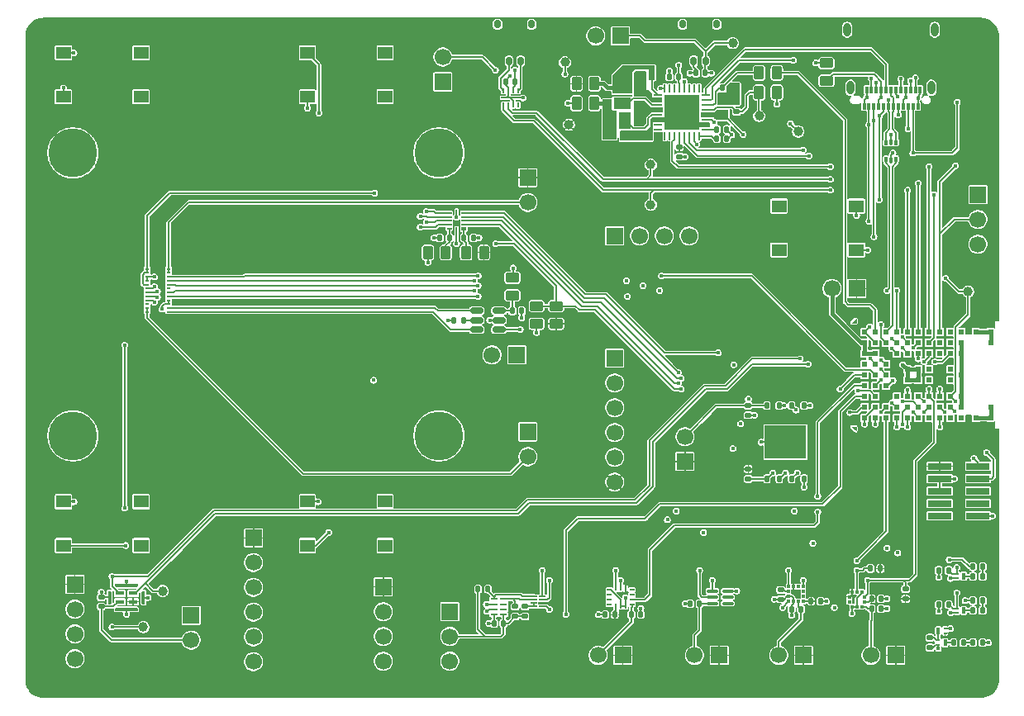
<source format=gbr>
%TF.GenerationSoftware,KiCad,Pcbnew,9.0.7+1*%
%TF.CreationDate,2026-02-19T10:49:19+00:00*%
%TF.ProjectId,ZSWatch-Watch-DevKit,5a535761-7463-4682-9d57-617463682d44,1.2.2+ (Unreleased)*%
%TF.SameCoordinates,Original*%
%TF.FileFunction,Copper,L1,Top*%
%TF.FilePolarity,Positive*%
%FSLAX46Y46*%
G04 Gerber Fmt 4.6, Leading zero omitted, Abs format (unit mm)*
G04 Created by KiCad (PCBNEW 9.0.7+1) date 2026-02-19 10:49:19*
%MOMM*%
%LPD*%
G01*
G04 APERTURE LIST*
G04 Aperture macros list*
%AMRoundRect*
0 Rectangle with rounded corners*
0 $1 Rounding radius*
0 $2 $3 $4 $5 $6 $7 $8 $9 X,Y pos of 4 corners*
0 Add a 4 corners polygon primitive as box body*
4,1,4,$2,$3,$4,$5,$6,$7,$8,$9,$2,$3,0*
0 Add four circle primitives for the rounded corners*
1,1,$1+$1,$2,$3*
1,1,$1+$1,$4,$5*
1,1,$1+$1,$6,$7*
1,1,$1+$1,$8,$9*
0 Add four rect primitives between the rounded corners*
20,1,$1+$1,$2,$3,$4,$5,0*
20,1,$1+$1,$4,$5,$6,$7,0*
20,1,$1+$1,$6,$7,$8,$9,0*
20,1,$1+$1,$8,$9,$2,$3,0*%
%AMFreePoly0*
4,1,15,0.553536,0.166036,0.653536,0.066036,0.655000,0.062500,0.655000,-0.162500,0.653536,-0.166036,0.650000,-0.167500,-0.650000,-0.167500,-0.653536,-0.166036,-0.655000,-0.162500,-0.655000,0.062500,-0.653536,0.066036,-0.553536,0.166036,-0.550000,0.167500,0.550000,0.167500,0.553536,0.166036,0.553536,0.166036,$1*%
%AMFreePoly1*
4,1,15,0.066036,1.153536,0.166036,1.053536,0.167500,1.050000,0.167500,-1.050000,0.166036,-1.053536,0.066036,-1.153536,0.062500,-1.155000,-0.162500,-1.155000,-0.166036,-1.153536,-0.167500,-1.150000,-0.167500,1.150000,-0.166036,1.153536,-0.162500,1.155000,0.062500,1.155000,0.066036,1.153536,0.066036,1.153536,$1*%
%AMFreePoly2*
4,1,15,0.653536,0.166036,0.655000,0.162500,0.655000,-0.062500,0.653536,-0.066036,0.553536,-0.166036,0.550000,-0.167500,-0.550000,-0.167500,-0.553536,-0.166036,-0.653536,-0.066036,-0.655000,-0.062500,-0.655000,0.162500,-0.653536,0.166036,-0.650000,0.167500,0.650000,0.167500,0.653536,0.166036,0.653536,0.166036,$1*%
%AMFreePoly3*
4,1,15,0.166036,1.153536,0.167500,1.150000,0.167500,-1.150000,0.166036,-1.153536,0.162500,-1.155000,-0.062500,-1.155000,-0.066036,-1.153536,-0.166036,-1.053536,-0.167500,-1.050000,-0.167500,1.050000,-0.166036,1.053536,-0.066036,1.153536,-0.062500,1.155000,0.162500,1.155000,0.166036,1.153536,0.166036,1.153536,$1*%
G04 Aperture macros list end*
%TA.AperFunction,NonConductor*%
%ADD10C,0.100000*%
%TD*%
%TA.AperFunction,SMDPad,CuDef*%
%ADD11RoundRect,0.140000X0.140000X0.170000X-0.140000X0.170000X-0.140000X-0.170000X0.140000X-0.170000X0*%
%TD*%
%TA.AperFunction,SMDPad,CuDef*%
%ADD12RoundRect,0.250000X0.262500X0.450000X-0.262500X0.450000X-0.262500X-0.450000X0.262500X-0.450000X0*%
%TD*%
%TA.AperFunction,SMDPad,CuDef*%
%ADD13RoundRect,0.050000X-0.150000X-0.300000X0.150000X-0.300000X0.150000X0.300000X-0.150000X0.300000X0*%
%TD*%
%TA.AperFunction,SMDPad,CuDef*%
%ADD14RoundRect,0.050000X-0.150000X-0.075000X0.150000X-0.075000X0.150000X0.075000X-0.150000X0.075000X0*%
%TD*%
%TA.AperFunction,SMDPad,CuDef*%
%ADD15RoundRect,0.250000X-0.262500X-0.450000X0.262500X-0.450000X0.262500X0.450000X-0.262500X0.450000X0*%
%TD*%
%TA.AperFunction,SMDPad,CuDef*%
%ADD16RoundRect,0.093750X-0.093750X0.156250X-0.093750X-0.156250X0.093750X-0.156250X0.093750X0.156250X0*%
%TD*%
%TA.AperFunction,SMDPad,CuDef*%
%ADD17RoundRect,0.075000X-0.075000X0.250000X-0.075000X-0.250000X0.075000X-0.250000X0.075000X0.250000X0*%
%TD*%
%TA.AperFunction,SMDPad,CuDef*%
%ADD18RoundRect,0.135000X0.185000X-0.135000X0.185000X0.135000X-0.185000X0.135000X-0.185000X-0.135000X0*%
%TD*%
%TA.AperFunction,SMDPad,CuDef*%
%ADD19R,1.500000X1.300000*%
%TD*%
%TA.AperFunction,SMDPad,CuDef*%
%ADD20C,1.000000*%
%TD*%
%TA.AperFunction,ComponentPad*%
%ADD21R,1.700000X1.700000*%
%TD*%
%TA.AperFunction,ComponentPad*%
%ADD22C,1.700000*%
%TD*%
%TA.AperFunction,SMDPad,CuDef*%
%ADD23RoundRect,0.250000X-0.450000X0.262500X-0.450000X-0.262500X0.450000X-0.262500X0.450000X0.262500X0*%
%TD*%
%TA.AperFunction,SMDPad,CuDef*%
%ADD24R,2.400000X0.740000*%
%TD*%
%TA.AperFunction,SMDPad,CuDef*%
%ADD25RoundRect,0.062500X-0.337500X-0.062500X0.337500X-0.062500X0.337500X0.062500X-0.337500X0.062500X0*%
%TD*%
%TA.AperFunction,SMDPad,CuDef*%
%ADD26RoundRect,0.062500X-0.062500X-0.337500X0.062500X-0.337500X0.062500X0.337500X-0.062500X0.337500X0*%
%TD*%
%TA.AperFunction,ComponentPad*%
%ADD27C,0.500000*%
%TD*%
%TA.AperFunction,SMDPad,CuDef*%
%ADD28R,3.600000X3.600000*%
%TD*%
%TA.AperFunction,SMDPad,CuDef*%
%ADD29RoundRect,0.150000X0.150000X0.275000X-0.150000X0.275000X-0.150000X-0.275000X0.150000X-0.275000X0*%
%TD*%
%TA.AperFunction,SMDPad,CuDef*%
%ADD30RoundRect,0.175000X0.175000X0.225000X-0.175000X0.225000X-0.175000X-0.225000X0.175000X-0.225000X0*%
%TD*%
%TA.AperFunction,SMDPad,CuDef*%
%ADD31RoundRect,0.075000X-0.512500X-0.075000X0.512500X-0.075000X0.512500X0.075000X-0.512500X0.075000X0*%
%TD*%
%TA.AperFunction,ComponentPad*%
%ADD32C,2.900000*%
%TD*%
%TA.AperFunction,ConnectorPad*%
%ADD33C,5.000000*%
%TD*%
%TA.AperFunction,SMDPad,CuDef*%
%ADD34R,0.250000X0.500000*%
%TD*%
%TA.AperFunction,SMDPad,CuDef*%
%ADD35R,0.500000X0.250000*%
%TD*%
%TA.AperFunction,SMDPad,CuDef*%
%ADD36RoundRect,0.140000X-0.170000X0.140000X-0.170000X-0.140000X0.170000X-0.140000X0.170000X0.140000X0*%
%TD*%
%TA.AperFunction,SMDPad,CuDef*%
%ADD37RoundRect,0.135000X-0.185000X0.135000X-0.185000X-0.135000X0.185000X-0.135000X0.185000X0.135000X0*%
%TD*%
%TA.AperFunction,SMDPad,CuDef*%
%ADD38RoundRect,0.135000X0.135000X0.185000X-0.135000X0.185000X-0.135000X-0.185000X0.135000X-0.185000X0*%
%TD*%
%TA.AperFunction,SMDPad,CuDef*%
%ADD39RoundRect,0.140000X-0.140000X-0.170000X0.140000X-0.170000X0.140000X0.170000X-0.140000X0.170000X0*%
%TD*%
%TA.AperFunction,SMDPad,CuDef*%
%ADD40RoundRect,0.125000X0.125000X-0.200000X0.125000X0.200000X-0.125000X0.200000X-0.125000X-0.200000X0*%
%TD*%
%TA.AperFunction,HeatsinkPad*%
%ADD41R,4.300000X3.400000*%
%TD*%
%TA.AperFunction,SMDPad,CuDef*%
%ADD42R,0.650000X0.170000*%
%TD*%
%TA.AperFunction,SMDPad,CuDef*%
%ADD43RoundRect,0.140000X0.170000X-0.140000X0.170000X0.140000X-0.170000X0.140000X-0.170000X-0.140000X0*%
%TD*%
%TA.AperFunction,SMDPad,CuDef*%
%ADD44R,0.950000X0.450000*%
%TD*%
%TA.AperFunction,SMDPad,CuDef*%
%ADD45FreePoly0,270.000000*%
%TD*%
%TA.AperFunction,SMDPad,CuDef*%
%ADD46FreePoly1,270.000000*%
%TD*%
%TA.AperFunction,SMDPad,CuDef*%
%ADD47FreePoly2,270.000000*%
%TD*%
%TA.AperFunction,SMDPad,CuDef*%
%ADD48FreePoly3,270.000000*%
%TD*%
%TA.AperFunction,SMDPad,CuDef*%
%ADD49R,0.700000X0.270000*%
%TD*%
%TA.AperFunction,SMDPad,CuDef*%
%ADD50R,0.370000X0.300000*%
%TD*%
%TA.AperFunction,SMDPad,CuDef*%
%ADD51R,0.300000X0.370000*%
%TD*%
%TA.AperFunction,SMDPad,CuDef*%
%ADD52RoundRect,0.147500X0.147500X0.172500X-0.147500X0.172500X-0.147500X-0.172500X0.147500X-0.172500X0*%
%TD*%
%TA.AperFunction,SMDPad,CuDef*%
%ADD53R,0.300000X0.700000*%
%TD*%
%TA.AperFunction,HeatsinkPad*%
%ADD54O,0.800000X1.400000*%
%TD*%
%TA.AperFunction,SMDPad,CuDef*%
%ADD55RoundRect,0.250000X0.450000X-0.262500X0.450000X0.262500X-0.450000X0.262500X-0.450000X-0.262500X0*%
%TD*%
%TA.AperFunction,SMDPad,CuDef*%
%ADD56RoundRect,0.225000X-0.250000X0.225000X-0.250000X-0.225000X0.250000X-0.225000X0.250000X0.225000X0*%
%TD*%
%TA.AperFunction,SMDPad,CuDef*%
%ADD57R,0.475000X0.250000*%
%TD*%
%TA.AperFunction,SMDPad,CuDef*%
%ADD58R,0.250000X0.475000*%
%TD*%
%TA.AperFunction,SMDPad,CuDef*%
%ADD59R,1.150000X1.800000*%
%TD*%
%TA.AperFunction,SMDPad,CuDef*%
%ADD60R,0.600000X0.600000*%
%TD*%
%TA.AperFunction,SMDPad,CuDef*%
%ADD61RoundRect,0.147500X-0.147500X-0.172500X0.147500X-0.172500X0.147500X0.172500X-0.147500X0.172500X0*%
%TD*%
%TA.AperFunction,SMDPad,CuDef*%
%ADD62RoundRect,0.225000X0.250000X-0.225000X0.250000X0.225000X-0.250000X0.225000X-0.250000X-0.225000X0*%
%TD*%
%TA.AperFunction,SMDPad,CuDef*%
%ADD63R,0.300000X0.325000*%
%TD*%
%TA.AperFunction,SMDPad,CuDef*%
%ADD64R,0.325000X0.300000*%
%TD*%
%TA.AperFunction,SMDPad,CuDef*%
%ADD65R,1.800000X1.150000*%
%TD*%
%TA.AperFunction,SMDPad,CuDef*%
%ADD66RoundRect,0.050000X0.150000X0.300000X-0.150000X0.300000X-0.150000X-0.300000X0.150000X-0.300000X0*%
%TD*%
%TA.AperFunction,SMDPad,CuDef*%
%ADD67RoundRect,0.050000X0.150000X0.075000X-0.150000X0.075000X-0.150000X-0.075000X0.150000X-0.075000X0*%
%TD*%
%TA.AperFunction,SMDPad,CuDef*%
%ADD68RoundRect,0.135000X-0.135000X-0.185000X0.135000X-0.185000X0.135000X0.185000X-0.135000X0.185000X0*%
%TD*%
%TA.AperFunction,SMDPad,CuDef*%
%ADD69RoundRect,0.150000X0.512500X0.150000X-0.512500X0.150000X-0.512500X-0.150000X0.512500X-0.150000X0*%
%TD*%
%TA.AperFunction,SMDPad,CuDef*%
%ADD70R,0.450000X0.210000*%
%TD*%
%TA.AperFunction,SMDPad,CuDef*%
%ADD71R,0.500000X0.320000*%
%TD*%
%TA.AperFunction,SMDPad,CuDef*%
%ADD72R,0.500000X0.220000*%
%TD*%
%TA.AperFunction,SMDPad,CuDef*%
%ADD73R,0.220000X0.500000*%
%TD*%
%TA.AperFunction,SMDPad,CuDef*%
%ADD74R,0.500000X0.200000*%
%TD*%
%TA.AperFunction,ViaPad*%
%ADD75C,0.450000*%
%TD*%
%TA.AperFunction,Conductor*%
%ADD76C,0.200000*%
%TD*%
%TA.AperFunction,Conductor*%
%ADD77C,0.400000*%
%TD*%
%TA.AperFunction,Conductor*%
%ADD78C,0.127000*%
%TD*%
%TA.AperFunction,Conductor*%
%ADD79C,0.170000*%
%TD*%
G04 APERTURE END LIST*
D10*
X243200000Y-145420920D02*
X242800000Y-145420920D01*
X243200000Y-145020920D01*
X243200000Y-145420920D01*
%TA.AperFunction,NonConductor*%
G36*
X243200000Y-145420920D02*
G01*
X242800000Y-145420920D01*
X243200000Y-145020920D01*
X243200000Y-145420920D01*
G37*
%TD.AperFunction*%
X243200000Y-156470920D02*
X242800000Y-156070920D01*
X243200000Y-156070920D01*
X243200000Y-156470920D01*
%TA.AperFunction,NonConductor*%
G36*
X243200000Y-156470920D02*
G01*
X242800000Y-156070920D01*
X243200000Y-156070920D01*
X243200000Y-156470920D01*
G37*
%TD.AperFunction*%
D11*
%TO.P,C404,1*%
%TO.N,/Project Architecture/Peripherals/VMIC*%
X225060000Y-120200000D03*
%TO.P,C404,2*%
%TO.N,GND*%
X224100000Y-120200000D03*
%TD*%
D12*
%TO.P,R409,1*%
%TO.N,/Project Architecture/MCU/USB-VBUS-In*%
X235112500Y-121800000D03*
%TO.P,R409,2*%
%TO.N,/Project Architecture/Power Management/VBUS-In*%
X233287500Y-121800000D03*
%TD*%
D13*
%TO.P,Q403,D,D*%
%TO.N,Net-(D402-K)*%
X254250000Y-171400000D03*
D14*
%TO.P,Q403,G,G*%
%TO.N,/Project Architecture/MCU/USB-VBUS-In*%
X253550000Y-171175000D03*
%TO.P,Q403,S,S*%
%TO.N,GND*%
X253550000Y-171625000D03*
%TD*%
D15*
%TO.P,R615,1*%
%TO.N,Net-(IC604-VCCA)*%
X203275000Y-138200000D03*
%TO.P,R615,2*%
%TO.N,+1V8*%
X205100000Y-138200000D03*
%TD*%
D16*
%TO.P,IC602,1,I/O1*%
%TO.N,/Project Architecture/MCU/D+*%
X247337500Y-126937500D03*
D17*
%TO.P,IC602,2,GND*%
%TO.N,GND*%
X246800000Y-126862500D03*
D16*
%TO.P,IC602,3,I/O2*%
%TO.N,/Project Architecture/MCU/D-*%
X246262500Y-126937500D03*
%TO.P,IC602,4,I/O2*%
%TO.N,USB-D-*%
X246262500Y-128637500D03*
D17*
%TO.P,IC602,5,VBUS*%
%TO.N,/Project Architecture/MCU/USB-VBUS-In*%
X246800000Y-128712500D03*
D16*
%TO.P,IC602,6,I/O1*%
%TO.N,USB-D+*%
X247337500Y-128637500D03*
%TD*%
D18*
%TO.P,R403,1*%
%TO.N,/Project Architecture/MCU/USB-VBUS-In*%
X250800000Y-178710000D03*
%TO.P,R403,2*%
%TO.N,Net-(Q401-PadD)*%
X250800000Y-177690000D03*
%TD*%
D19*
%TO.P,S503,1,1*%
%TO.N,GND*%
X162025000Y-163750000D03*
%TO.P,S503,2,2*%
%TO.N,/Project Architecture/MCU/SW3*%
X162025000Y-168250000D03*
%TO.P,S503,3*%
%TO.N,N/C*%
X169975000Y-163750000D03*
%TO.P,S503,4*%
X169975000Y-168250000D03*
%TD*%
D20*
%TO.P,TP504,1,1*%
%TO.N,/Project Architecture/MCU/VIB-PWM*%
X222200000Y-129200000D03*
%TD*%
D21*
%TO.P,X508,1,Pin_1*%
%TO.N,/Project Architecture/Power Management/VSYS*%
X200900000Y-120700000D03*
D22*
%TO.P,X508,2,Pin_2*%
%TO.N,Net-(IC505-VDD)*%
X200900000Y-118160000D03*
%TD*%
D19*
%TO.P,S504,1,1*%
%TO.N,/Project Architecture/MCU/SW4*%
X162025000Y-117750000D03*
%TO.P,S504,2,2*%
%TO.N,GND*%
X162025000Y-122250000D03*
%TO.P,S504,3*%
%TO.N,N/C*%
X169975000Y-117750000D03*
%TO.P,S504,4*%
X169975000Y-122250000D03*
%TD*%
D23*
%TO.P,R613,1*%
%TO.N,TOUCH-EN*%
X212500000Y-143687500D03*
%TO.P,R613,2*%
%TO.N,+1V8*%
X212500000Y-145512500D03*
%TD*%
D24*
%TO.P,X601,1,VTref*%
%TO.N,+1V8*%
X251800000Y-160120000D03*
%TO.P,X601,2,SWDIO/TMS*%
%TO.N,SWDIO*%
X255700000Y-160120000D03*
%TO.P,X601,3,GND*%
%TO.N,GND*%
X251800000Y-161390000D03*
%TO.P,X601,4,SWCLK/TCK*%
%TO.N,SWDCLK*%
X255700000Y-161390000D03*
%TO.P,X601,5,GND*%
%TO.N,GND*%
X251800000Y-162660000D03*
%TO.P,X601,6,SWO/TDO*%
%TO.N,unconnected-(X601-SWO{slash}TDO-Pad6)*%
X255700000Y-162660000D03*
%TO.P,X601,7,KEY*%
%TO.N,unconnected-(X601-KEY-Pad7)*%
X251800000Y-163930000D03*
%TO.P,X601,8,NC/TDI*%
%TO.N,unconnected-(X601-NC{slash}TDI-Pad8)*%
X255700000Y-163930000D03*
%TO.P,X601,9,GNDDetect*%
%TO.N,unconnected-(X601-GNDDetect-Pad9)*%
X251800000Y-165200000D03*
%TO.P,X601,10,~{RESET}*%
%TO.N,RESETn*%
X255700000Y-165200000D03*
%TD*%
D25*
%TO.P,IC401,1,VOUT1*%
%TO.N,Net-(IC401-VOUT1)*%
X222937790Y-122080400D03*
%TO.P,IC401,2,PVSS1*%
%TO.N,GND*%
X222937790Y-122580400D03*
%TO.P,IC401,3,SW1*%
%TO.N,Net-(IC401-SW1)*%
X222937790Y-123080400D03*
%TO.P,IC401,4,V_{DD}*%
%TO.N,/Project Architecture/Power Management/VSYS*%
X222937790Y-123580400D03*
%TO.P,IC401,5,SW2*%
%TO.N,Net-(IC401-SW2)*%
X222937790Y-124080400D03*
%TO.P,IC401,6,PVSS2*%
%TO.N,GND*%
X222937790Y-124580400D03*
%TO.P,IC401,7,GPIO0*%
%TO.N,unconnected-(IC401-GPIO0-Pad7)*%
X222937790Y-125080400D03*
%TO.P,IC401,8,GPIO1*%
%TO.N,unconnected-(IC401-GPIO1-Pad8)*%
X222937790Y-125580400D03*
D26*
%TO.P,IC401,9,GPIO2*%
%TO.N,unconnected-(IC401-GPIO2-Pad9)*%
X223637790Y-126280400D03*
%TO.P,IC401,10,GPIO3*%
%TO.N,unconnected-(IC401-GPIO3-Pad10)*%
X224137790Y-126280400D03*
%TO.P,IC401,11,GPIO4*%
%TO.N,/Project Architecture/MCU/PMIC-INT*%
X224637790Y-126280400D03*
%TO.P,IC401,12,V_{IO}*%
%TO.N,+1V8*%
X225137790Y-126280400D03*
%TO.P,IC401,13,SDA*%
%TO.N,/Project Architecture/MCU/SDA*%
X225637790Y-126280400D03*
%TO.P,IC401,14,SCL*%
%TO.N,/Project Architecture/MCU/SCL*%
X226137790Y-126280400D03*
%TO.P,IC401,15,SHPHLD*%
%TO.N,/Project Architecture/MCU/SW2*%
X226637790Y-126280400D03*
%TO.P,IC401,16,VSET2*%
%TO.N,Net-(IC401-VSET2)*%
X227137790Y-126280400D03*
D25*
%TO.P,IC401,17,VSET1*%
%TO.N,Net-(IC401-VSET1)*%
X227837790Y-125580400D03*
%TO.P,IC401,18,NTC*%
%TO.N,GND*%
X227837790Y-125080400D03*
%TO.P,IC401,19,V_{BAT}*%
%TO.N,/Project Architecture/Peripherals/VBAT*%
X227837790Y-124580400D03*
%TO.P,IC401,20,V_{SYS}*%
%TO.N,/Project Architecture/Power Management/VSYS*%
X227837790Y-124080400D03*
%TO.P,IC401,21,V_{BUS}*%
%TO.N,/Project Architecture/Power Management/VBUS-In*%
X227837790Y-123580400D03*
%TO.P,IC401,22,VBUS_{OUT}*%
%TO.N,Net-(IC401-VBUS_{OUT})*%
X227837790Y-123080400D03*
%TO.P,IC401,23,CC1*%
%TO.N,/Project Architecture/MCU/USB-CC1*%
X227837790Y-122580400D03*
%TO.P,IC401,24,CC2*%
%TO.N,/Project Architecture/MCU/USB-CC2*%
X227837790Y-122080400D03*
D26*
%TO.P,IC401,25,LED0*%
%TO.N,unconnected-(IC401-LED0-Pad25)*%
X227137790Y-121380400D03*
%TO.P,IC401,26,LED1*%
%TO.N,unconnected-(IC401-LED1-Pad26)*%
X226637790Y-121380400D03*
%TO.P,IC401,27,LED2*%
%TO.N,unconnected-(IC401-LED2-Pad27)*%
X226137790Y-121380400D03*
%TO.P,IC401,28,LSIN1/VINLDO1*%
%TO.N,/Project Architecture/Power Management/VSYS*%
X225637790Y-121380400D03*
%TO.P,IC401,29,LSOUT1/VOUTLDO1*%
%TO.N,/Project Architecture/Peripherals/VMIC*%
X225137790Y-121380400D03*
%TO.P,IC401,30,LSIN2/VINLDO2*%
%TO.N,unconnected-(IC401-LSIN2{slash}VINLDO2-Pad30)*%
X224637790Y-121380400D03*
%TO.P,IC401,31,LSOUT2/VOUTLDO2*%
%TO.N,unconnected-(IC401-LSOUT2{slash}VOUTLDO2-Pad31)*%
X224137790Y-121380400D03*
%TO.P,IC401,32,VOUT2*%
%TO.N,Net-(IC401-VOUT2)*%
X223637790Y-121380400D03*
D27*
%TO.P,IC401,33,GND*%
%TO.N,GND*%
X224387790Y-122830400D03*
X224387790Y-123830400D03*
X224387790Y-124830400D03*
X225387790Y-122830400D03*
X225387790Y-123830400D03*
D28*
X225387790Y-123830400D03*
D27*
X225387790Y-124830400D03*
X226387790Y-122830400D03*
X226387790Y-123830400D03*
X226387790Y-124830400D03*
%TD*%
D21*
%TO.P,X503,1,Pin_1*%
%TO.N,/Project Architecture/Peripherals/VMIC*%
X175100000Y-175400000D03*
D22*
%TO.P,X503,2,Pin_2*%
%TO.N,Net-(MK501-VDD)*%
X175100000Y-177940000D03*
%TD*%
D29*
%TO.P,X509,1,Pin_1*%
%TO.N,Net-(IC505-OUT-)*%
X208850000Y-118575000D03*
%TO.P,X509,2,Pin_2*%
%TO.N,Net-(IC505-OUT+)*%
X207650000Y-118575000D03*
D30*
%TO.P,X509,MP*%
%TO.N,N/C*%
X210000000Y-114800000D03*
X206500000Y-114800000D03*
%TD*%
D31*
%TO.P,IC501,1,SCL*%
%TO.N,/Project Architecture/MCU/SCL*%
X228505000Y-172900000D03*
%TO.P,IC501,2,SDA*%
%TO.N,/Project Architecture/MCU/SDA*%
X228505000Y-173550000D03*
%TO.P,IC501,3,VDD*%
%TO.N,Net-(IC501-VDD)*%
X228505000Y-174200000D03*
%TO.P,IC501,4,INT*%
%TO.N,unconnected-(IC501-INT-Pad4)*%
X230080000Y-174200000D03*
%TO.P,IC501,5,NC*%
%TO.N,unconnected-(IC501-NC-Pad5)*%
X230080000Y-173550000D03*
%TO.P,IC501,6,GND*%
%TO.N,GND*%
X230080000Y-172900000D03*
%TD*%
D32*
%TO.P,REF\u002A\u002A,1*%
%TO.N,N/C*%
X200500000Y-157000000D03*
D33*
X200500000Y-157000000D03*
%TD*%
D21*
%TO.P,X610,1,Pin_1*%
%TO.N,+3V0*%
X209600000Y-156600000D03*
D22*
%TO.P,X610,2,Pin_2*%
%TO.N,Net-(X608-LEDA1)*%
X209600000Y-159140000D03*
%TD*%
D21*
%TO.P,X403,1,Pin_1*%
%TO.N,+1V8*%
X163200000Y-172220000D03*
D22*
%TO.P,X403,2,Pin_2*%
%TO.N,+3V0*%
X163200000Y-174760000D03*
%TO.P,X403,3,Pin_3*%
%TO.N,/Project Architecture/Power Management/VSYS*%
X163200000Y-177300000D03*
%TO.P,X403,4,Pin_4*%
%TO.N,GND*%
X163200000Y-179840000D03*
%TD*%
D11*
%TO.P,C403,1*%
%TO.N,/Project Architecture/Peripherals/VBAT*%
X227780000Y-119800000D03*
%TO.P,C403,2*%
%TO.N,GND*%
X226820000Y-119800000D03*
%TD*%
D21*
%TO.P,X504,1,Pin_1*%
%TO.N,+1V8*%
X194800000Y-172490000D03*
D22*
%TO.P,X504,2,Pin_2*%
%TO.N,/Project Architecture/MCU/SDA*%
X194800000Y-175030000D03*
%TO.P,X504,3,Pin_3*%
%TO.N,/Project Architecture/MCU/SCL*%
X194800000Y-177570000D03*
%TO.P,X504,4,Pin_4*%
%TO.N,GND*%
X194800000Y-180110000D03*
%TD*%
D21*
%TO.P,X606,1,Pin_1*%
%TO.N,+1V8*%
X225700000Y-159640000D03*
D22*
%TO.P,X606,2,Pin_2*%
%TO.N,Net-(IC603-VCC)*%
X225700000Y-157100000D03*
%TD*%
D34*
%TO.P,IC505,1,EN*%
%TO.N,/Project Architecture/MCU/VIB-EN*%
X207100000Y-123100000D03*
%TO.P,IC505,2,PWM*%
%TO.N,/Project Architecture/MCU/VIB-PWM*%
X207600000Y-123100000D03*
%TO.P,IC505,3,LRA/~{ERM}*%
%TO.N,GND*%
X208100000Y-123100000D03*
%TO.P,IC505,4,NC*%
%TO.N,unconnected-(IC505-NC-Pad4)*%
X208600000Y-123100000D03*
D35*
%TO.P,IC505,5,GND*%
%TO.N,GND*%
X208600000Y-122350000D03*
D34*
%TO.P,IC505,6,OUT-*%
%TO.N,Net-(IC505-OUT-)*%
X208600000Y-121600000D03*
%TO.P,IC505,7,VDD*%
%TO.N,Net-(IC505-VDD)*%
X208100000Y-121600000D03*
%TO.P,IC505,8,GND*%
%TO.N,GND*%
X207600000Y-121600000D03*
%TO.P,IC505,9,OUT+*%
%TO.N,Net-(IC505-OUT+)*%
X207100000Y-121600000D03*
D35*
%TO.P,IC505,10,GND*%
%TO.N,GND*%
X207100000Y-122350000D03*
%TD*%
D21*
%TO.P,X401,1,Pin_1*%
%TO.N,/Project Architecture/Peripherals/VBAT*%
X219100000Y-116000000D03*
D22*
%TO.P,X401,2,Pin_2*%
%TO.N,GND*%
X216560000Y-116000000D03*
%TD*%
D21*
%TO.P,X501,1,Pin_1*%
%TO.N,+1V8*%
X229200000Y-179500000D03*
D22*
%TO.P,X501,2,Pin_2*%
%TO.N,Net-(IC501-VDD)*%
X226660000Y-179500000D03*
%TD*%
D21*
%TO.P,X502,1,Pin_1*%
%TO.N,+1V8*%
X181500000Y-167460000D03*
D22*
%TO.P,X502,2,Pin_2*%
%TO.N,/Project Architecture/MCU/MCLK*%
X181500000Y-170000000D03*
%TO.P,X502,3,Pin_3*%
%TO.N,/Project Architecture/MCU/WS*%
X181500000Y-172540000D03*
%TO.P,X502,4,Pin_4*%
%TO.N,/Project Architecture/MCU/Data*%
X181500000Y-175080000D03*
%TO.P,X502,5,Pin_5*%
%TO.N,/Project Architecture/MCU/GPIO*%
X181500000Y-177620000D03*
%TO.P,X502,6,Pin_6*%
%TO.N,GND*%
X181500000Y-180160000D03*
%TD*%
D21*
%TO.P,X506,1,Pin_1*%
%TO.N,+1V8*%
X237840000Y-179500000D03*
D22*
%TO.P,X506,2,Pin_2*%
%TO.N,Net-(IC503-VDD)*%
X235300000Y-179500000D03*
%TD*%
D36*
%TO.P,C505,1*%
%TO.N,Net-(IC503-C1)*%
X235500000Y-172795000D03*
%TO.P,C505,2*%
%TO.N,GND*%
X235500000Y-173755000D03*
%TD*%
D37*
%TO.P,R504,1*%
%TO.N,Net-(IC506-SCL_{2})*%
X208300000Y-174490000D03*
%TO.P,R504,2*%
%TO.N,Net-(IC507-V_{DD})*%
X208300000Y-175510000D03*
%TD*%
D21*
%TO.P,X607,1,Pin_1*%
%TO.N,+1V8*%
X209600000Y-130525000D03*
D22*
%TO.P,X607,2,Pin_2*%
%TO.N,Net-(X607-Pin_2)*%
X209600000Y-133065000D03*
%TD*%
D38*
%TO.P,R405,1*%
%TO.N,Net-(D402-A)*%
X256210000Y-170400000D03*
%TO.P,R405,2*%
%TO.N,/Project Architecture/Power Management/VSYS*%
X255190000Y-170400000D03*
%TD*%
D39*
%TO.P,C405,1*%
%TO.N,Net-(IC401-VBUS_{OUT})*%
X229520000Y-121300000D03*
%TO.P,C405,2*%
%TO.N,GND*%
X230480000Y-121300000D03*
%TD*%
D11*
%TO.P,C511,1*%
%TO.N,Net-(IC507-V_{DD})*%
X207100000Y-176220000D03*
%TO.P,C511,2*%
%TO.N,GND*%
X206140000Y-176220000D03*
%TD*%
D40*
%TO.P,IC603,1,~{CS}*%
%TO.N,QSPI-CS*%
X234090000Y-161400000D03*
%TO.P,IC603,2,SO(I/O1)*%
%TO.N,QSPI-IO1*%
X235360000Y-161400000D03*
%TO.P,IC603,3,~{WP(I}/O2)*%
%TO.N,QSPI-IO2*%
X236630000Y-161400000D03*
%TO.P,IC603,4,GND*%
%TO.N,GND*%
X237900000Y-161400000D03*
%TO.P,IC603,5,SI(I/O0)*%
%TO.N,QSPI-IO0*%
X237900000Y-153900000D03*
%TO.P,IC603,6,SCK*%
%TO.N,QSPI-CLK*%
X236630000Y-153900000D03*
%TO.P,IC603,7,~{HOLD(I}/O3)*%
%TO.N,QSPI-IO3*%
X235360000Y-153900000D03*
%TO.P,IC603,8,VCC*%
%TO.N,Net-(IC603-VCC)*%
X234090000Y-153900000D03*
D41*
%TO.P,IC603,9,EP*%
%TO.N,GND*%
X235995000Y-157650000D03*
%TD*%
D20*
%TO.P,TP404,1,1*%
%TO.N,+1V8*%
X213800000Y-125100000D03*
%TD*%
D42*
%TO.P,IC506,1,GND*%
%TO.N,GND*%
X211075000Y-174500000D03*
%TO.P,IC506,2,VCC_{1}*%
%TO.N,+1V8*%
X211075000Y-174150000D03*
%TO.P,IC506,3,SCL_{1}*%
%TO.N,/Project Architecture/MCU/SCL*%
X211075000Y-173800000D03*
%TO.P,IC506,4,SDA_{1}*%
%TO.N,/Project Architecture/MCU/SDA*%
X211075000Y-173450000D03*
%TO.P,IC506,5,SDA_{2}*%
%TO.N,Net-(IC506-SDA_{2})*%
X210225000Y-173450000D03*
%TO.P,IC506,6,SCL_{2}*%
%TO.N,Net-(IC506-SCL_{2})*%
X210225000Y-173800000D03*
%TO.P,IC506,7,VCC_{2}*%
%TO.N,Net-(IC506-EN)*%
X210225000Y-174150000D03*
%TO.P,IC506,8,EN*%
X210225000Y-174500000D03*
%TD*%
D20*
%TO.P,TP405,1,1*%
%TO.N,+3V0*%
X213400000Y-118700000D03*
%TD*%
D43*
%TO.P,C602,1*%
%TO.N,GND*%
X232170000Y-154880000D03*
%TO.P,C602,2*%
%TO.N,Net-(IC603-VCC)*%
X232170000Y-153920000D03*
%TD*%
D21*
%TO.P,X505,1,Pin_1*%
%TO.N,+1V8*%
X219340000Y-179500000D03*
D22*
%TO.P,X505,2,Pin_2*%
%TO.N,Net-(IC502-VDD)*%
X216800000Y-179500000D03*
%TD*%
D44*
%TO.P,MK501,1,DATA*%
%TO.N,/Project Architecture/MCU/MIC-DATA*%
X167810000Y-173150000D03*
%TO.P,MK501,2,CLK*%
%TO.N,/Project Architecture/MCU/MIC-CLK*%
X169160000Y-173150000D03*
%TO.P,MK501,3,SEL*%
%TO.N,+1V8*%
X169160000Y-174000000D03*
%TO.P,MK501,4,VDD*%
%TO.N,Net-(MK501-VDD)*%
X167810000Y-174000000D03*
D45*
%TO.P,MK501,5,GND*%
%TO.N,GND*%
X166772500Y-173575000D03*
D46*
%TO.P,MK501,6,GND*%
X168485000Y-172362500D03*
D47*
%TO.P,MK501,7,GND*%
X170197500Y-173575000D03*
D48*
%TO.P,MK501,8,GND*%
X168485000Y-174787500D03*
%TD*%
D21*
%TO.P,X604,1,Pin_1*%
%TO.N,TxD*%
X255700000Y-132270000D03*
D22*
%TO.P,X604,2,Pin_2*%
%TO.N,RxD*%
X255700000Y-134810000D03*
%TO.P,X604,3,Pin_3*%
%TO.N,GND*%
X255700000Y-137350000D03*
%TD*%
D15*
%TO.P,R410,1*%
%TO.N,+1V8*%
X214587500Y-120900000D03*
%TO.P,R410,2*%
%TO.N,Net-(IC401-VOUT1)*%
X216412500Y-120900000D03*
%TD*%
D37*
%TO.P,R501,1*%
%TO.N,/Project Architecture/MCU/SCL*%
X248300000Y-172690000D03*
%TO.P,R501,2*%
%TO.N,+1V8*%
X248300000Y-173710000D03*
%TD*%
D12*
%TO.P,R616,1*%
%TO.N,Net-(IC604-VCCB)*%
X201187500Y-138200000D03*
%TO.P,R616,2*%
%TO.N,+3V0*%
X199362500Y-138200000D03*
%TD*%
D38*
%TO.P,R408,1*%
%TO.N,GND*%
X229989410Y-126538400D03*
%TO.P,R408,2*%
%TO.N,Net-(IC401-VSET2)*%
X228969410Y-126538400D03*
%TD*%
D29*
%TO.P,X402,1,Pin_1*%
%TO.N,/Project Architecture/Peripherals/VBAT*%
X227800000Y-118575000D03*
%TO.P,X402,2,Pin_2*%
%TO.N,GND*%
X226600000Y-118575000D03*
D30*
%TO.P,X402,MP*%
%TO.N,N/C*%
X228950000Y-114800000D03*
X225450000Y-114800000D03*
%TD*%
D11*
%TO.P,C503,1*%
%TO.N,+1V8*%
X218500000Y-175332500D03*
%TO.P,C503,2*%
%TO.N,GND*%
X217540000Y-175332500D03*
%TD*%
D49*
%TO.P,IC507,1,SDA*%
%TO.N,Net-(IC506-SDA_{2})*%
X206120000Y-173725000D03*
%TO.P,IC507,2,CLKOE*%
%TO.N,GND*%
X206120000Y-174265000D03*
%TO.P,IC507,3,~{INT}*%
%TO.N,/Project Architecture/MCU/~{RTC-INT}*%
X206120000Y-174805000D03*
%TO.P,IC507,4,GND*%
%TO.N,GND*%
X206120000Y-175345000D03*
%TO.P,IC507,5,V_{DD}*%
%TO.N,Net-(IC507-V_{DD})*%
X207120000Y-175345000D03*
%TO.P,IC507,6,NC*%
%TO.N,unconnected-(IC507-NC-Pad6)*%
X207120000Y-174805000D03*
%TO.P,IC507,7,CLKOUT*%
%TO.N,unconnected-(IC507-CLKOUT-Pad7)*%
X207120000Y-174265000D03*
%TO.P,IC507,8,SCL*%
%TO.N,Net-(IC506-SCL_{2})*%
X207120000Y-173725000D03*
%TD*%
D21*
%TO.P,X507,1,Pin_1*%
%TO.N,+1V8*%
X247300000Y-179500000D03*
D22*
%TO.P,X507,2,Pin_2*%
%TO.N,Net-(IC504-VDD)*%
X244760000Y-179500000D03*
%TD*%
D50*
%TO.P,IC504,1,VDDIO*%
%TO.N,+1V8*%
X244062500Y-174007500D03*
%TO.P,IC504,2,SCK*%
%TO.N,/Project Architecture/MCU/SCL*%
X244062500Y-173507500D03*
D51*
%TO.P,IC504,3,GND*%
%TO.N,GND*%
X243800000Y-172995000D03*
%TO.P,IC504,4,SDI*%
%TO.N,/Project Architecture/MCU/SDA*%
X243300000Y-172995000D03*
%TO.P,IC504,5,SDO*%
%TO.N,+1V8*%
X242800000Y-172995000D03*
D50*
%TO.P,IC504,6,CSB*%
X242537500Y-173507500D03*
%TO.P,IC504,7,INT*%
%TO.N,unconnected-(IC504-INT-Pad7)*%
X242537500Y-174007500D03*
D51*
%TO.P,IC504,8,GND*%
%TO.N,GND*%
X242800000Y-174520000D03*
%TO.P,IC504,9,GND*%
X243300000Y-174520000D03*
%TO.P,IC504,10,VDD*%
%TO.N,Net-(IC504-VDD)*%
X243800000Y-174520000D03*
%TD*%
D11*
%TO.P,C510,1*%
%TO.N,Net-(IC505-VDD)*%
X208280000Y-120700000D03*
%TO.P,C510,2*%
%TO.N,GND*%
X207320000Y-120700000D03*
%TD*%
D20*
%TO.P,TP503,1,1*%
%TO.N,/Project Architecture/MCU/VIB-EN*%
X222200000Y-133300000D03*
%TD*%
D52*
%TO.P,D403,1,K*%
%TO.N,GND*%
X256185000Y-178200000D03*
%TO.P,D403,2,A*%
%TO.N,Net-(D403-A)*%
X255215000Y-178200000D03*
%TD*%
D38*
%TO.P,R505,1*%
%TO.N,Net-(IC506-SDA_{2})*%
X205509999Y-172700000D03*
%TO.P,R505,2*%
%TO.N,Net-(IC507-V_{DD})*%
X204490001Y-172700000D03*
%TD*%
D53*
%TO.P,X603,A1,GND*%
%TO.N,GND*%
X249550000Y-123220000D03*
%TO.P,X603,A2,TX1+*%
%TO.N,Net-(JP605-A)*%
X249050000Y-123220000D03*
%TO.P,X603,A3,TX1-*%
%TO.N,Net-(JP604-A)*%
X248550000Y-123220000D03*
%TO.P,X603,A4,VBUS*%
%TO.N,Net-(R603-Pad1)*%
X248050000Y-123220000D03*
%TO.P,X603,A5,CC1*%
%TO.N,/Project Architecture/MCU/USB-CC1*%
X247550000Y-123220000D03*
%TO.P,X603,A6,D+*%
%TO.N,/Project Architecture/MCU/D+*%
X247050000Y-123220000D03*
%TO.P,X603,A7,D-*%
%TO.N,/Project Architecture/MCU/D-*%
X246550000Y-123220000D03*
%TO.P,X603,A8,SBU1*%
%TO.N,Net-(JP603-A)*%
X246050000Y-123220000D03*
%TO.P,X603,A9,VBUS*%
%TO.N,Net-(R603-Pad1)*%
X245550000Y-123220000D03*
%TO.P,X603,A10,RX2-*%
%TO.N,Net-(JP601-A)*%
X245050000Y-123220000D03*
%TO.P,X603,A11,RX2+*%
%TO.N,Net-(JP602-A)*%
X244550000Y-123220000D03*
%TO.P,X603,A12,GND*%
%TO.N,GND*%
X244050000Y-123220000D03*
%TO.P,X603,B1,GND*%
X244300000Y-121520000D03*
%TO.P,X603,B2,TX2+*%
%TO.N,Net-(JP605-A)*%
X244800000Y-121520000D03*
%TO.P,X603,B3,TX2-*%
%TO.N,Net-(JP604-A)*%
X245300000Y-121520000D03*
%TO.P,X603,B4,VBUS*%
%TO.N,Net-(R603-Pad1)*%
X245800000Y-121520000D03*
%TO.P,X603,B5,CC2*%
%TO.N,/Project Architecture/MCU/USB-CC2*%
X246300000Y-121520000D03*
%TO.P,X603,B6,D+*%
%TO.N,/Project Architecture/MCU/D+*%
X246800000Y-121520000D03*
%TO.P,X603,B7,D-*%
%TO.N,/Project Architecture/MCU/D-*%
X247300000Y-121520000D03*
%TO.P,X603,B8,SBU2*%
%TO.N,Net-(JP603-A)*%
X247800000Y-121520000D03*
%TO.P,X603,B9,VBUS*%
%TO.N,Net-(R603-Pad1)*%
X248300000Y-121520000D03*
%TO.P,X603,B10,RX1-*%
%TO.N,Net-(JP601-A)*%
X248800000Y-121520000D03*
%TO.P,X603,B11,RX1+*%
%TO.N,Net-(JP602-A)*%
X249300000Y-121520000D03*
%TO.P,X603,B12,GND*%
%TO.N,GND*%
X249800000Y-121520000D03*
D54*
%TO.P,X603,S1,SHIELD*%
X251290000Y-115360000D03*
X250930000Y-121310000D03*
X242670000Y-121310000D03*
X242310000Y-115360000D03*
%TD*%
D20*
%TO.P,TP601,1,1*%
%TO.N,RESETn*%
X254700000Y-142200000D03*
%TD*%
D55*
%TO.P,R603,1*%
%TO.N,Net-(R603-Pad1)*%
X240200000Y-120600000D03*
%TO.P,R603,2*%
%TO.N,/Project Architecture/MCU/USB-VBUS-In*%
X240200000Y-118775000D03*
%TD*%
D56*
%TO.P,C409,1*%
%TO.N,/Project Architecture/Power Management/VSYS*%
X221151410Y-124633400D03*
%TO.P,C409,2*%
%TO.N,GND*%
X221151410Y-126183400D03*
%TD*%
D38*
%TO.P,R404,1*%
%TO.N,Net-(D401-A)*%
X256210000Y-173900000D03*
%TO.P,R404,2*%
%TO.N,+3V0*%
X255190000Y-173900000D03*
%TD*%
D43*
%TO.P,C502,1*%
%TO.N,Net-(MK501-VDD)*%
X165900000Y-174500000D03*
%TO.P,C502,2*%
%TO.N,GND*%
X165900000Y-173540000D03*
%TD*%
D57*
%TO.P,IC502,1,SDO*%
%TO.N,GND*%
X217937500Y-172800000D03*
%TO.P,IC502,2,ASDX*%
%TO.N,unconnected-(IC502-ASDX-Pad2)*%
X217937500Y-173300000D03*
%TO.P,IC502,3,ASCX*%
%TO.N,unconnected-(IC502-ASCX-Pad3)*%
X217937500Y-173800000D03*
%TO.P,IC502,4,INT1*%
%TO.N,unconnected-(IC502-INT1-Pad4)*%
X217937500Y-174300000D03*
D58*
%TO.P,IC502,5,VDDIO*%
%TO.N,+1V8*%
X218600000Y-174462500D03*
%TO.P,IC502,6,GND*%
%TO.N,GND*%
X219100000Y-174462500D03*
%TO.P,IC502,7,GND*%
X219600000Y-174462500D03*
D57*
%TO.P,IC502,8,VDD*%
%TO.N,Net-(IC502-VDD)*%
X220262500Y-174300000D03*
%TO.P,IC502,9,INT2*%
%TO.N,/Project Architecture/MCU/BMI270-INT*%
X220262500Y-173800000D03*
%TO.P,IC502,10,OCSB*%
%TO.N,unconnected-(IC502-OCSB-Pad10)*%
X220262500Y-173300000D03*
%TO.P,IC502,11,OSDO*%
%TO.N,unconnected-(IC502-OSDO-Pad11)*%
X220262500Y-172800000D03*
D58*
%TO.P,IC502,12,CSB*%
%TO.N,+1V8*%
X219600000Y-172637500D03*
%TO.P,IC502,13,SCK*%
%TO.N,/Project Architecture/MCU/SCL*%
X219100000Y-172637500D03*
%TO.P,IC502,14,SDI*%
%TO.N,/Project Architecture/MCU/SDA*%
X218600000Y-172637500D03*
%TD*%
D20*
%TO.P,TP501,1,1*%
%TO.N,/Project Architecture/MCU/MIC-CLK*%
X172200000Y-172900000D03*
%TD*%
D59*
%TO.P,L401,1,1*%
%TO.N,Net-(IC401-VOUT2)*%
X217938410Y-124659400D03*
%TO.P,L401,2,2*%
%TO.N,Net-(IC401-SW2)*%
X219538410Y-124659400D03*
%TD*%
D60*
%TO.P,M601,A1,GND*%
%TO.N,GND*%
X244100000Y-155150000D03*
%TO.P,M601,A2,P0.12/TRACECLK*%
%TO.N,DISPLAY-DC*%
X244100000Y-154050000D03*
%TO.P,M601,A3,P1.03/I2C*%
%TO.N,/Project Architecture/MCU/~{RTC-INT}*%
X244100000Y-152950000D03*
%TO.P,M601,A4,P1.00*%
%TO.N,/Project Architecture/MCU/BMI270-INT*%
X244100000Y-151850000D03*
%TO.P,M601,A5,P0.20*%
%TO.N,TOUCH-EN*%
X244100000Y-150750000D03*
%TO.P,M601,A6,NC*%
%TO.N,unconnected-(M601A-NC-PadA6)*%
X244100000Y-149650000D03*
%TO.P,M601,A7,VDD*%
%TO.N,Net-(M601A-VDDH)*%
X244100000Y-148550000D03*
%TO.P,M601,A8,VDDH*%
X244100000Y-147450000D03*
%TO.P,M601,A9,GND*%
%TO.N,GND*%
X244100000Y-146350000D03*
%TO.P,M601,B1,P0.08/TRACEDATA[3]*%
%TO.N,DISPLAY-CLK*%
X245200000Y-155150000D03*
%TO.P,M601,B2,GND*%
%TO.N,GND*%
X245200000Y-154050000D03*
%TO.P,M601,B3,P0.11/TRACEDATA[0]*%
%TO.N,DISPLAY-CS*%
X245200000Y-152950000D03*
%TO.P,M601,B4,P1.02/I2C*%
%TO.N,TOUCH-INT*%
X245200000Y-151850000D03*
%TO.P,M601,B5,P0.03/NFC2*%
%TO.N,DISPLAY-RST*%
X245200000Y-150750000D03*
%TO.P,M601,B6,P0.01/XL2*%
%TO.N,/Project Architecture/MCU/MIC-DATA*%
X245200000Y-149650000D03*
%TO.P,M601,B7,VDD*%
%TO.N,Net-(M601A-VDDH)*%
X245200000Y-148550000D03*
%TO.P,M601,B8,GND*%
%TO.N,GND*%
X245200000Y-147450000D03*
%TO.P,M601,B9,VBUS*%
%TO.N,/Project Architecture/MCU/USB-VBUS-Out*%
X245200000Y-146350000D03*
%TO.P,M601,C1,P0.10/TRACEDATA[1]*%
%TO.N,/Project Architecture/MCU/GPIO*%
X246300000Y-155150000D03*
%TO.P,M601,C2,P0.09/TRACEDATA[2]*%
%TO.N,DISPLAY-DATA*%
X246300000Y-154050000D03*
%TO.P,M601,C4,P1.01*%
%TO.N,TOUCH-SCL*%
X246300000Y-151850000D03*
%TO.P,M601,C5,P0.02/NFC1*%
%TO.N,TOUCH-SDA*%
X246300000Y-150750000D03*
%TO.P,M601,C6,P0.00/XL1*%
%TO.N,/Project Architecture/MCU/MIC-CLK*%
X246300000Y-149650000D03*
%TO.P,M601,C8,P0.22*%
%TO.N,Net-(M601B-P0.22)*%
X246300000Y-147450000D03*
%TO.P,M601,C9,D+*%
%TO.N,USB-D+*%
X246300000Y-146350000D03*
%TO.P,M601,D1,P0.15/QSPI[2]*%
%TO.N,QSPI-IO2*%
X247400000Y-155150000D03*
%TO.P,M601,D2,P0.13/QSPI[0]*%
%TO.N,QSPI-IO0*%
X247400000Y-154050000D03*
%TO.P,M601,D3,P0.07/AIN3*%
%TO.N,unconnected-(M601B-P0.07{slash}AIN3-PadD3)*%
X247400000Y-152950000D03*
%TO.P,M601,D7,P0.23*%
%TO.N,DISPLAY-BLK*%
X247400000Y-148550000D03*
%TO.P,M601,D8,P0.04/AIN0*%
%TO.N,Net-(M601B-P0.04{slash}AIN0)*%
X247400000Y-147450000D03*
%TO.P,M601,D9,D-*%
%TO.N,USB-D-*%
X247400000Y-146350000D03*
%TO.P,M601,E1,P0.18/QSPI_CS*%
%TO.N,QSPI-CS*%
X248500000Y-155150000D03*
%TO.P,M601,E2,P0.14/QSPI[1]*%
%TO.N,QSPI-IO1*%
X248500000Y-154050000D03*
%TO.P,M601,E3,P0.21*%
%TO.N,/Project Architecture/MCU/LIS2MDL-INT*%
X248500000Y-152950000D03*
%TO.P,M601,E4,GND*%
%TO.N,GND*%
X248500000Y-151300000D03*
%TO.P,M601,E5,GND*%
X248500000Y-150200000D03*
%TO.P,M601,E7,P0.06/AIN2*%
%TO.N,TOUCH-RST*%
X248500000Y-148550000D03*
%TO.P,M601,E8,P0.05/AIN1*%
%TO.N,Net-(M601B-P0.05{slash}AIN1)*%
X248500000Y-147450000D03*
%TO.P,M601,E9,P1.05*%
%TO.N,/Project Architecture/MCU/VIB-EN*%
X248500000Y-146350000D03*
%TO.P,M601,F1,P0.17/QSPI_CLK*%
%TO.N,QSPI-CLK*%
X249600000Y-155150000D03*
%TO.P,M601,F2,P0.16/QSPI[3]*%
%TO.N,QSPI-IO3*%
X249600000Y-154050000D03*
%TO.P,M601,F3,P0.19*%
%TO.N,/Project Architecture/MCU/SW1*%
X249600000Y-152950000D03*
%TO.P,M601,F4,GND*%
%TO.N,GND*%
X249600000Y-151300000D03*
%TO.P,M601,F5,GND*%
X249600000Y-150200000D03*
%TO.P,M601,F7,P1.07*%
%TO.N,/Project Architecture/MCU/MCLK*%
X249600000Y-148550000D03*
%TO.P,M601,F8,P1.14*%
%TO.N,Net-(M601C-P1.14)*%
X249600000Y-147450000D03*
%TO.P,M601,F9,P1.15*%
%TO.N,/Project Architecture/MCU/VIB-PWM*%
X249600000Y-146350000D03*
%TO.P,M601,G1,P1.06*%
%TO.N,unconnected-(M601C-P1.06-PadG1)*%
X250700000Y-155150000D03*
%TO.P,M601,G2,P0.26/AIN5*%
%TO.N,/Project Architecture/MCU/SW4*%
X250700000Y-154050000D03*
%TO.P,M601,G3,P0.25/AIN4*%
%TO.N,/Project Architecture/MCU/SCL*%
X250700000Y-152950000D03*
%TO.P,M601,G4,P1.04*%
%TO.N,unconnected-(M601C-P1.04-PadG4)*%
X250700000Y-151300000D03*
%TO.P,M601,G5,P1.08*%
%TO.N,unconnected-(M601C-P1.08-PadG5)*%
X250700000Y-150200000D03*
%TO.P,M601,G7,P1.09*%
%TO.N,/Project Architecture/MCU/WS*%
X250700000Y-148550000D03*
%TO.P,M601,G8,P1.12*%
%TO.N,TxD*%
X250700000Y-147450000D03*
%TO.P,M601,G9,P1.13*%
%TO.N,/Project Architecture/MCU/PMIC-INT*%
X250700000Y-146350000D03*
%TO.P,M601,H1,P0.24*%
%TO.N,/Project Architecture/MCU/SW3*%
X251800000Y-155150000D03*
%TO.P,M601,H2,SWDIO*%
%TO.N,SWDIO*%
X251800000Y-154050000D03*
%TO.P,M601,H3,P0.27/AIN6*%
%TO.N,/Project Architecture/MCU/SDA*%
X251800000Y-152950000D03*
%TO.P,M601,H7,P0.29*%
%TO.N,unconnected-(M601B-P0.29-PadH7)*%
X251800000Y-148550000D03*
%TO.P,M601,H8,P0.30*%
%TO.N,unconnected-(M601B-P0.30-PadH8)*%
X251800000Y-147450000D03*
%TO.P,M601,H9,P1.11*%
%TO.N,RxD*%
X251800000Y-146350000D03*
%TO.P,M601,J1,NC*%
%TO.N,unconnected-(M601A-NC-PadJ1)*%
X252900000Y-155150000D03*
%TO.P,M601,J2,SWDCLK*%
%TO.N,SWDCLK*%
X252900000Y-154050000D03*
%TO.P,M601,J3,~{RESET}*%
%TO.N,RESETn*%
X252900000Y-152950000D03*
%TO.P,M601,J4,NC*%
%TO.N,unconnected-(M601A-NC-PadJ4)*%
X252900000Y-151300000D03*
%TO.P,M601,J5,NC*%
%TO.N,unconnected-(M601A-NC-PadJ5)*%
X252900000Y-150200000D03*
%TO.P,M601,J7,P1.10*%
%TO.N,/Project Architecture/MCU/Data*%
X252900000Y-148550000D03*
%TO.P,M601,J8,P0.28/AIN7*%
%TO.N,unconnected-(M601B-P0.28{slash}AIN7-PadJ8)*%
X252900000Y-147450000D03*
%TO.P,M601,J9,P0.31*%
%TO.N,unconnected-(M601B-P0.31-PadJ9)*%
X252900000Y-146350000D03*
%TO.P,M601,K1,NC*%
%TO.N,unconnected-(M601A-NC-PadK1)*%
X254000000Y-155150000D03*
%TO.P,M601,K2,GND*%
%TO.N,GND*%
X254000000Y-154050000D03*
%TO.P,M601,K3,GND*%
X254000000Y-152950000D03*
%TO.P,M601,K5,GND*%
X254000000Y-150750000D03*
%TO.P,M601,K7,GND*%
X254000000Y-148550000D03*
%TO.P,M601,K8,GND*%
X254000000Y-147450000D03*
%TO.P,M601,K9,NC*%
%TO.N,unconnected-(M601A-NC-PadK9)*%
X254000000Y-146350000D03*
%TO.P,M601,L1,GND*%
%TO.N,GND*%
X255500000Y-155150000D03*
%TO.P,M601,L9,GND*%
X255500000Y-146350000D03*
%TO.P,M601,M1,GND*%
X257000000Y-155150000D03*
%TO.P,M601,M2,GND*%
X257000000Y-154050000D03*
%TO.P,M601,M8,GND*%
X257000000Y-147450000D03*
%TO.P,M601,M9,GND*%
X257000000Y-146350000D03*
%TD*%
D61*
%TO.P,D401,1,K*%
%TO.N,Net-(D401-K)*%
X255215000Y-174900000D03*
%TO.P,D401,2,A*%
%TO.N,Net-(D401-A)*%
X256185000Y-174900000D03*
%TD*%
D62*
%TO.P,C407,1*%
%TO.N,/Project Architecture/Power Management/VSYS*%
X221151410Y-123148400D03*
%TO.P,C407,2*%
%TO.N,GND*%
X221151410Y-121598400D03*
%TD*%
D11*
%TO.P,C408,1*%
%TO.N,Net-(IC401-VOUT1)*%
X222289600Y-120200000D03*
%TO.P,C408,2*%
%TO.N,GND*%
X221329600Y-120200000D03*
%TD*%
D39*
%TO.P,C406,1*%
%TO.N,Net-(IC401-VOUT2)*%
X218299410Y-126138400D03*
%TO.P,C406,2*%
%TO.N,GND*%
X219259410Y-126138400D03*
%TD*%
D11*
%TO.P,C501,1*%
%TO.N,Net-(IC501-VDD)*%
X227187500Y-174200000D03*
%TO.P,C501,2*%
%TO.N,GND*%
X226227500Y-174200000D03*
%TD*%
D21*
%TO.P,X609,1,Pin_1*%
%TO.N,+3V0*%
X208475000Y-148700000D03*
D22*
%TO.P,X609,2,Pin_2*%
%TO.N,Net-(X608-CTP-VDD)*%
X205935000Y-148700000D03*
%TD*%
D11*
%TO.P,C504,1*%
%TO.N,GND*%
X221180000Y-175300000D03*
%TO.P,C504,2*%
%TO.N,Net-(IC502-VDD)*%
X220220000Y-175300000D03*
%TD*%
D21*
%TO.P,X404,1,Pin_1*%
%TO.N,/Project Architecture/Power Management/VSYS*%
X218500000Y-136500000D03*
D22*
%TO.P,X404,2,Pin_2*%
X221040000Y-136500000D03*
%TO.P,X404,3,Pin_3*%
%TO.N,GND*%
X223580000Y-136500000D03*
%TO.P,X404,4,Pin_4*%
X226120000Y-136500000D03*
%TD*%
D11*
%TO.P,C601,1*%
%TO.N,GND*%
X208980000Y-144187500D03*
%TO.P,C601,2*%
%TO.N,Net-(IC601-VIN)*%
X208020000Y-144187500D03*
%TD*%
D63*
%TO.P,IC503,1,SCL/SPC*%
%TO.N,/Project Architecture/MCU/SCL*%
X237812500Y-172462500D03*
%TO.P,IC503,2,NC*%
%TO.N,unconnected-(IC503-NC-Pad2)*%
X237312500Y-172462500D03*
%TO.P,IC503,3,CS*%
%TO.N,+1V8*%
X236812500Y-172462500D03*
%TO.P,IC503,4,SDA/SDI/SDO*%
%TO.N,/Project Architecture/MCU/SDA*%
X236312500Y-172462500D03*
D64*
%TO.P,IC503,5,C1*%
%TO.N,Net-(IC503-C1)*%
X236300000Y-172975000D03*
%TO.P,IC503,6,GND*%
%TO.N,GND*%
X236300000Y-173475000D03*
D63*
%TO.P,IC503,7,INT/DRDY*%
%TO.N,/Project Architecture/MCU/LIS2MDL-INT*%
X236312500Y-173987500D03*
%TO.P,IC503,8,GND*%
%TO.N,GND*%
X236812500Y-173987500D03*
%TO.P,IC503,9,VDD*%
%TO.N,Net-(IC503-VDD)*%
X237312500Y-173987500D03*
%TO.P,IC503,10,VDDIO*%
%TO.N,+1V8*%
X237812500Y-173987500D03*
D64*
%TO.P,IC503,11,NC*%
%TO.N,unconnected-(IC503-NC-Pad11)*%
X237825000Y-173475000D03*
%TO.P,IC503,12,NC*%
%TO.N,unconnected-(IC503-NC-Pad12)*%
X237825000Y-172975000D03*
%TD*%
D39*
%TO.P,C506,1*%
%TO.N,+1V8*%
X238620000Y-173975000D03*
%TO.P,C506,2*%
%TO.N,GND*%
X239580000Y-173975000D03*
%TD*%
D65*
%TO.P,L402,1,1*%
%TO.N,Net-(IC401-VOUT1)*%
X219246410Y-121319400D03*
%TO.P,L402,2,2*%
%TO.N,Net-(IC401-SW1)*%
X219246410Y-122919400D03*
%TD*%
D62*
%TO.P,C410,1*%
%TO.N,/Project Architecture/Power Management/VSYS*%
X229590620Y-124044000D03*
%TO.P,C410,2*%
%TO.N,GND*%
X229590620Y-122494000D03*
%TD*%
D23*
%TO.P,R602,1*%
%TO.N,+3V0*%
X208020000Y-140775000D03*
%TO.P,R602,2*%
%TO.N,Net-(IC601-VIN)*%
X208020000Y-142600000D03*
%TD*%
D38*
%TO.P,R402,1*%
%TO.N,/Project Architecture/MCU/USB-VBUS-In*%
X252710000Y-170800000D03*
%TO.P,R402,2*%
%TO.N,GND*%
X251690000Y-170800000D03*
%TD*%
D19*
%TO.P,S502,1,1*%
%TO.N,GND*%
X187025000Y-163750000D03*
%TO.P,S502,2,2*%
%TO.N,/Project Architecture/MCU/SW2*%
X187025000Y-168250000D03*
%TO.P,S502,3*%
%TO.N,N/C*%
X194975000Y-163750000D03*
%TO.P,S502,4*%
X194975000Y-168250000D03*
%TD*%
D32*
%TO.P,REF\u002A\u002A,1*%
%TO.N,N/C*%
X163000000Y-157000000D03*
D33*
X163000000Y-157000000D03*
%TD*%
D66*
%TO.P,Q401,D,D*%
%TO.N,Net-(Q401-PadD)*%
X251650000Y-177000000D03*
D67*
%TO.P,Q401,G,G*%
%TO.N,+1V8*%
X252350000Y-177225000D03*
%TO.P,Q401,S,S*%
%TO.N,GND*%
X252350000Y-176775000D03*
%TD*%
D11*
%TO.P,C508,1*%
%TO.N,GND*%
X245780000Y-173700000D03*
%TO.P,C508,2*%
%TO.N,+1V8*%
X244820000Y-173700000D03*
%TD*%
D15*
%TO.P,R411,1*%
%TO.N,+3V0*%
X214587500Y-122900000D03*
%TO.P,R411,2*%
%TO.N,Net-(IC401-VOUT2)*%
X216412500Y-122900000D03*
%TD*%
D68*
%TO.P,R601,1*%
%TO.N,GND*%
X201990000Y-145137500D03*
%TO.P,R601,2*%
%TO.N,Net-(IC601-ISET)*%
X203010000Y-145137500D03*
%TD*%
D32*
%TO.P,REF\u002A\u002A,1*%
%TO.N,N/C*%
X200500000Y-128000000D03*
D33*
X200500000Y-128000000D03*
%TD*%
D20*
%TO.P,TP502,1,1*%
%TO.N,/Project Architecture/MCU/MIC-DATA*%
X170200000Y-176600000D03*
%TD*%
D69*
%TO.P,IC601,1,CTRL*%
%TO.N,DISPLAY-BLK*%
X206637500Y-146087500D03*
%TO.P,IC601,2,GND*%
%TO.N,GND*%
X206637500Y-145137500D03*
%TO.P,IC601,3,VIN*%
%TO.N,Net-(IC601-VIN)*%
X206637500Y-144187500D03*
%TO.P,IC601,4,LED2*%
%TO.N,LEDK2*%
X204362500Y-144187500D03*
%TO.P,IC601,5,ISET*%
%TO.N,Net-(IC601-ISET)*%
X204362500Y-145137500D03*
%TO.P,IC601,6,LED1*%
%TO.N,LEDK1*%
X204362500Y-146087500D03*
%TD*%
D15*
%TO.P,R412,1*%
%TO.N,Net-(IC401-VBUS_{OUT})*%
X233287500Y-119800000D03*
%TO.P,R412,2*%
%TO.N,/Project Architecture/MCU/USB-VBUS-Out*%
X235112500Y-119800000D03*
%TD*%
D21*
%TO.P,X510,1,Pin_1*%
%TO.N,/Project Architecture/Peripherals/VBAT*%
X201600000Y-175020000D03*
D22*
%TO.P,X510,2,Pin_2*%
%TO.N,Net-(IC507-V_{DD})*%
X201600000Y-177560000D03*
%TO.P,X510,3,Pin_3*%
%TO.N,/Project Architecture/Power Management/VSYS*%
X201600000Y-180100000D03*
%TD*%
D21*
%TO.P,X605,1,Pin_1*%
%TO.N,Net-(M601B-P0.22)*%
X218500000Y-149050000D03*
D22*
%TO.P,X605,2,Pin_2*%
%TO.N,Net-(M601B-P0.05{slash}AIN1)*%
X218500000Y-151590000D03*
%TO.P,X605,3,Pin_3*%
%TO.N,Net-(M601B-P0.04{slash}AIN0)*%
X218500000Y-154130000D03*
%TO.P,X605,4,Pin_4*%
%TO.N,Net-(M601C-P1.14)*%
X218500000Y-156670000D03*
%TO.P,X605,5,Pin_5*%
%TO.N,GND*%
X218500000Y-159210000D03*
%TO.P,X605,6,Pin_6*%
%TO.N,+1V8*%
X218500000Y-161750000D03*
%TD*%
D37*
%TO.P,R612,1*%
%TO.N,+1V8*%
X232170000Y-160400000D03*
%TO.P,R612,2*%
%TO.N,QSPI-CS*%
X232170000Y-161420000D03*
%TD*%
D19*
%TO.P,S501,1,1*%
%TO.N,/Project Architecture/MCU/SW1*%
X187025000Y-117750000D03*
%TO.P,S501,2,2*%
%TO.N,GND*%
X187025000Y-122250000D03*
%TO.P,S501,3*%
%TO.N,N/C*%
X194975000Y-117750000D03*
%TO.P,S501,4*%
X194975000Y-122250000D03*
%TD*%
D32*
%TO.P,REF\u002A\u002A,1*%
%TO.N,N/C*%
X163000000Y-128000000D03*
D33*
X163000000Y-128000000D03*
%TD*%
D43*
%TO.P,C401,1*%
%TO.N,/Project Architecture/Power Management/VBUS-In*%
X231000000Y-123780000D03*
%TO.P,C401,2*%
%TO.N,GND*%
X231000000Y-122820000D03*
%TD*%
D38*
%TO.P,R406,1*%
%TO.N,Net-(D403-A)*%
X254210000Y-178200000D03*
%TO.P,R406,2*%
%TO.N,Net-(Q404-PadD)*%
X253190000Y-178200000D03*
%TD*%
D20*
%TO.P,TP402,1,1*%
%TO.N,/Project Architecture/Peripherals/VBAT*%
X230600000Y-116725000D03*
%TD*%
D11*
%TO.P,C604,1*%
%TO.N,Net-(IC604-VCCB)*%
X201555000Y-136700000D03*
%TO.P,C604,2*%
%TO.N,GND*%
X200595000Y-136700000D03*
%TD*%
D70*
%TO.P,X608,1,LEDK-1*%
%TO.N,LEDK1*%
X172800000Y-144300000D03*
%TO.P,X608,2,LEDK-2*%
%TO.N,LEDK2*%
X172800000Y-143900000D03*
%TO.P,X608,3,GND*%
%TO.N,GND*%
X172800000Y-143500000D03*
%TO.P,X608,4,GND*%
X172800000Y-143100000D03*
%TO.P,X608,5,RS/DC*%
%TO.N,DISPLAY-DC*%
X172800000Y-142700000D03*
%TO.P,X608,6,SDI/SDA*%
%TO.N,DISPLAY-DATA*%
X172800000Y-142300000D03*
%TO.P,X608,7,SDO*%
%TO.N,unconnected-(X608-SDO-Pad7)*%
X172800000Y-141900000D03*
%TO.P,X608,8,SCL*%
%TO.N,DISPLAY-CLK*%
X172800000Y-141500000D03*
%TO.P,X608,9,CS*%
%TO.N,DISPLAY-CS*%
X172800000Y-141100000D03*
%TO.P,X608,10,RESET*%
%TO.N,DISPLAY-RST*%
X172800000Y-140700000D03*
%TO.P,X608,11,VDDIO*%
%TO.N,Net-(X607-Pin_2)*%
X172800000Y-140300000D03*
%TO.P,X608,12,VDDIO*%
X172800000Y-139900000D03*
%TO.P,X608,13,VDD*%
%TO.N,Net-(X608-CTP-VDD)*%
X170610000Y-139900000D03*
%TO.P,X608,14,VDD*%
X170610000Y-140300000D03*
%TO.P,X608,15,GND*%
%TO.N,GND*%
X170610000Y-140700000D03*
%TO.P,X608,16,GND*%
X170610000Y-141100000D03*
%TO.P,X608,17,CTP-VDD*%
%TO.N,Net-(X608-CTP-VDD)*%
X170610000Y-141500000D03*
%TO.P,X608,18,CTP-RST*%
%TO.N,Net-(IC604-B4)*%
X170610000Y-141900000D03*
%TO.P,X608,19,CTP-SDA*%
%TO.N,Net-(IC604-B3)*%
X170610000Y-142300000D03*
%TO.P,X608,20,CTP-SCL*%
%TO.N,Net-(IC604-B2)*%
X170610000Y-142700000D03*
%TO.P,X608,21,CTP-INT*%
%TO.N,Net-(IC604-B1)*%
X170610000Y-143100000D03*
%TO.P,X608,22*%
%TO.N,N/C*%
X170610000Y-143500000D03*
%TO.P,X608,23,LEDA2*%
%TO.N,Net-(X608-LEDA1)*%
X170610000Y-143900000D03*
%TO.P,X608,24,LEDA1*%
X170610000Y-144300000D03*
%TD*%
D61*
%TO.P,D402,1,K*%
%TO.N,Net-(D402-K)*%
X255215000Y-171400000D03*
%TO.P,D402,2,A*%
%TO.N,Net-(D402-A)*%
X256185000Y-171400000D03*
%TD*%
D39*
%TO.P,C509,1*%
%TO.N,Net-(IC504-VDD)*%
X244820000Y-174700000D03*
%TO.P,C509,2*%
%TO.N,GND*%
X245780000Y-174700000D03*
%TD*%
D36*
%TO.P,C402,1*%
%TO.N,+1V8*%
X225137790Y-127420000D03*
%TO.P,C402,2*%
%TO.N,GND*%
X225137790Y-128380000D03*
%TD*%
D71*
%TO.P,IC604,1,VCCA*%
%TO.N,Net-(IC604-VCCA)*%
X203045000Y-135800000D03*
D72*
%TO.P,IC604,2,A1*%
%TO.N,TOUCH-INT*%
X203045000Y-135350000D03*
%TO.P,IC604,3,A2*%
%TO.N,TOUCH-SCL*%
X203045000Y-134950000D03*
%TO.P,IC604,4,A3*%
%TO.N,TOUCH-SDA*%
X203045000Y-134550000D03*
%TO.P,IC604,5,A4*%
%TO.N,TOUCH-RST*%
X203045000Y-134150000D03*
D73*
%TO.P,IC604,6,GND*%
%TO.N,GND*%
X202295000Y-134050000D03*
D74*
%TO.P,IC604,7,B4*%
%TO.N,Net-(IC604-B4)*%
X201545000Y-134150000D03*
D72*
%TO.P,IC604,8,B3*%
%TO.N,Net-(IC604-B3)*%
X201545000Y-134550000D03*
%TO.P,IC604,9,B2*%
%TO.N,Net-(IC604-B2)*%
X201545000Y-134950000D03*
%TO.P,IC604,10,B1*%
%TO.N,Net-(IC604-B1)*%
X201545000Y-135350000D03*
%TO.P,IC604,11,VCCB*%
%TO.N,Net-(IC604-VCCB)*%
X201545000Y-135750000D03*
D73*
%TO.P,IC604,12,OE*%
%TO.N,TOUCH-EN*%
X202295000Y-135850000D03*
%TD*%
D38*
%TO.P,R407,1*%
%TO.N,GND*%
X229989410Y-125580400D03*
%TO.P,R407,2*%
%TO.N,Net-(IC401-VSET1)*%
X228969410Y-125580400D03*
%TD*%
D20*
%TO.P,TP401,1,1*%
%TO.N,/Project Architecture/Power Management/VBUS-In*%
X233300000Y-124200000D03*
%TD*%
D13*
%TO.P,Q404,D,D*%
%TO.N,Net-(Q404-PadD)*%
X252350000Y-178200000D03*
D14*
%TO.P,Q404,G,G*%
%TO.N,Net-(Q401-PadD)*%
X251650000Y-177975000D03*
%TO.P,Q404,S,S*%
%TO.N,/Project Architecture/MCU/USB-VBUS-In*%
X251650000Y-178425000D03*
%TD*%
D55*
%TO.P,R614,1*%
%TO.N,GND*%
X210500000Y-145512500D03*
%TO.P,R614,2*%
%TO.N,TOUCH-EN*%
X210500000Y-143687500D03*
%TD*%
D11*
%TO.P,C507,1*%
%TO.N,Net-(IC503-VDD)*%
X237580000Y-174775000D03*
%TO.P,C507,2*%
%TO.N,GND*%
X236620000Y-174775000D03*
%TD*%
D38*
%TO.P,R401,1*%
%TO.N,/Project Architecture/MCU/USB-VBUS-In*%
X252710000Y-174300000D03*
%TO.P,R401,2*%
%TO.N,GND*%
X251690000Y-174300000D03*
%TD*%
D20*
%TO.P,TP403,1,1*%
%TO.N,/Project Architecture/Power Management/VSYS*%
X237300000Y-125800000D03*
%TD*%
D13*
%TO.P,Q402,D,D*%
%TO.N,Net-(D401-K)*%
X254250000Y-174900000D03*
D14*
%TO.P,Q402,G,G*%
%TO.N,/Project Architecture/MCU/USB-VBUS-In*%
X253550000Y-174675000D03*
%TO.P,Q402,S,S*%
%TO.N,GND*%
X253550000Y-175125000D03*
%TD*%
D18*
%TO.P,R503,1*%
%TO.N,Net-(IC507-V_{DD})*%
X209300000Y-175509999D03*
%TO.P,R503,2*%
%TO.N,Net-(IC506-EN)*%
X209300000Y-174490001D03*
%TD*%
D68*
%TO.P,R502,1*%
%TO.N,/Project Architecture/MCU/SDA*%
X244690000Y-170600000D03*
%TO.P,R502,2*%
%TO.N,+1V8*%
X245710000Y-170600000D03*
%TD*%
D19*
%TO.P,S601,1,1*%
%TO.N,RESETn*%
X243275000Y-137950000D03*
%TO.P,S601,2,2*%
%TO.N,GND*%
X243275000Y-133450000D03*
%TO.P,S601,3*%
%TO.N,N/C*%
X235325000Y-137950000D03*
%TO.P,S601,4*%
X235325000Y-133450000D03*
%TD*%
D39*
%TO.P,C603,1*%
%TO.N,Net-(IC604-VCCA)*%
X203057500Y-136700000D03*
%TO.P,C603,2*%
%TO.N,GND*%
X204017500Y-136700000D03*
%TD*%
D21*
%TO.P,X602,1,Pin_1*%
%TO.N,+1V8*%
X243300000Y-141900000D03*
D22*
%TO.P,X602,2,Pin_2*%
%TO.N,Net-(M601A-VDDH)*%
X240760000Y-141900000D03*
%TD*%
D75*
%TO.N,GND*%
X224100000Y-119600000D03*
X202295000Y-134600000D03*
X219600000Y-173600000D03*
X225700000Y-128380000D03*
X168485000Y-175300000D03*
X165900000Y-173020000D03*
X252900000Y-171625000D03*
X168485000Y-171900000D03*
X230390620Y-122145000D03*
X170700000Y-173575000D03*
X232800000Y-154880000D03*
X205600000Y-176220000D03*
X242800000Y-175200000D03*
X163100000Y-163750000D03*
X236620000Y-175400000D03*
X171347500Y-140700000D03*
X252900000Y-176775000D03*
X211800000Y-174774531D03*
X244600000Y-145825000D03*
X240200000Y-173975000D03*
X248000000Y-149700000D03*
X222063600Y-122063400D03*
X244100000Y-155800000D03*
X220387200Y-126138400D03*
X254000003Y-151800000D03*
X249550000Y-122400000D03*
X243275000Y-134400000D03*
X251700000Y-171500000D03*
X246400000Y-173700000D03*
X246800000Y-126100000D03*
X207800000Y-120120000D03*
X172147500Y-144000000D03*
X210500000Y-146400000D03*
X220793600Y-120819400D03*
X231000000Y-172900000D03*
X230990620Y-122145000D03*
X162025000Y-121325000D03*
X253300000Y-161390000D03*
X244300000Y-122300000D03*
X230479410Y-126138400D03*
X209100000Y-122350000D03*
X188100000Y-163750000D03*
X205700000Y-145137500D03*
X221180000Y-174680000D03*
X234845000Y-173755000D03*
X226200000Y-119800000D03*
X246400000Y-174700000D03*
X219879410Y-126138400D03*
X199987500Y-136700000D03*
X221428600Y-120819400D03*
X204587500Y-136700000D03*
X208980000Y-144900000D03*
X256300000Y-146350003D03*
X216832500Y-175332500D03*
X256300000Y-155150003D03*
X205355000Y-174265000D03*
X201400000Y-145137500D03*
X252900000Y-175125000D03*
X256800000Y-178200000D03*
X237900000Y-162250000D03*
X225700000Y-174200000D03*
X233500000Y-157650000D03*
X251690000Y-175000000D03*
X187025000Y-123400000D03*
%TO.N,/Project Architecture/Peripherals/VBAT*%
X228400000Y-119800000D03*
X228677316Y-124869129D03*
%TO.N,DISPLAY-BLK*%
X208812500Y-146087500D03*
X246881356Y-148023305D03*
%TO.N,QSPI-CS*%
X248500002Y-156100000D03*
X234700000Y-160800000D03*
%TO.N,QSPI-IO1*%
X247974002Y-155800000D03*
X236000000Y-160800000D03*
%TO.N,QSPI-IO2*%
X247400000Y-156100000D03*
X237200000Y-160800000D03*
%TO.N,QSPI-IO0*%
X238500000Y-153900000D03*
X246913051Y-153593475D03*
%TO.N,QSPI-CLK*%
X249044952Y-154600003D03*
X237081000Y-154351000D03*
%TO.N,QSPI-IO3*%
X247944949Y-153499999D03*
X235860000Y-153900000D03*
%TO.N,TOUCH-INT*%
X225000000Y-151600000D03*
X245750000Y-151294951D03*
%TO.N,TOUCH-SCL*%
X225300000Y-151100000D03*
X247000000Y-151325003D03*
%TO.N,TOUCH-SDA*%
X245744949Y-150200001D03*
X225000000Y-150500000D03*
%TO.N,TOUCH-RST*%
X229100000Y-148500000D03*
X247944951Y-148000000D03*
%TO.N,TOUCH-EN*%
X202295000Y-137300000D03*
X241600000Y-152200000D03*
X225300000Y-152200000D03*
X206300000Y-137300000D03*
%TO.N,RESETn*%
X244400000Y-137950000D03*
X253418644Y-153476695D03*
X252400000Y-140850000D03*
X257200000Y-165200000D03*
%TO.N,DISPLAY-CS*%
X204100000Y-141100000D03*
X219700000Y-141100000D03*
X243400000Y-152400000D03*
%TO.N,DISPLAY-CLK*%
X221400000Y-141600000D03*
X245200000Y-155800000D03*
X204500000Y-141600000D03*
%TO.N,+3V0*%
X224800000Y-164700000D03*
X208100000Y-139800000D03*
X236900000Y-164700000D03*
X199362500Y-139200000D03*
X254400000Y-173900000D03*
X213400000Y-119900000D03*
X193800000Y-151300000D03*
X213700000Y-122900000D03*
%TO.N,/Project Architecture/Power Management/VSYS*%
X228679410Y-124076400D03*
X225637790Y-120662210D03*
X222079410Y-123580400D03*
X231646620Y-126100000D03*
X236500000Y-125000000D03*
X252769644Y-169700000D03*
%TO.N,DISPLAY-DC*%
X219800000Y-142700000D03*
X242600000Y-154600000D03*
X204500000Y-142700000D03*
%TO.N,DISPLAY-RST*%
X223300000Y-140600000D03*
X204500000Y-140600000D03*
%TO.N,DISPLAY-DATA*%
X204100000Y-142100000D03*
X245744950Y-154600001D03*
X223100000Y-142100000D03*
%TO.N,/Project Architecture/MCU/PMIC-INT*%
X250700000Y-129400000D03*
X240600000Y-129400000D03*
%TO.N,/Project Architecture/MCU/USB-CC1*%
X236800000Y-118500000D03*
X247548187Y-124100000D03*
%TO.N,/Project Architecture/MCU/SW2*%
X227600000Y-166900000D03*
X189200000Y-166900000D03*
X226900000Y-127100000D03*
%TO.N,/Project Architecture/MCU/SDA*%
X236312500Y-170800000D03*
X251800000Y-152200000D03*
X243300000Y-170800000D03*
X227200000Y-170800000D03*
X238400000Y-128300000D03*
X218600000Y-170800000D03*
X211075000Y-170800000D03*
%TO.N,/Project Architecture/MCU/SCL*%
X244400000Y-171800000D03*
X211800000Y-171800000D03*
X237812500Y-171800000D03*
X250700000Y-152200000D03*
X228500000Y-171800000D03*
X219100000Y-171800000D03*
X237800000Y-127700000D03*
%TO.N,/Project Architecture/MCU/~{RTC-INT}*%
X205420000Y-175000000D03*
X213500000Y-175300000D03*
%TO.N,SWDCLK*%
X256600000Y-158700000D03*
X253325000Y-154475000D03*
%TO.N,SWDIO*%
X252318644Y-154576695D03*
X255300000Y-159300000D03*
%TO.N,/Project Architecture/MCU/BMI270-INT*%
X239300000Y-163200000D03*
X239300000Y-164800000D03*
%TO.N,/Project Architecture/MCU/LIS2MDL-INT*%
X248500000Y-152300000D03*
X235700000Y-174600000D03*
X241000000Y-174600000D03*
%TO.N,/Project Architecture/MCU/VIB-PWM*%
X240600000Y-130700000D03*
X249600000Y-131100000D03*
%TO.N,USB-D-*%
X247400000Y-142100000D03*
X246400000Y-142100000D03*
%TO.N,/Project Architecture/MCU/VIB-EN*%
X240600000Y-131800000D03*
X248500000Y-131800000D03*
%TO.N,TxD*%
X251226000Y-132270000D03*
%TO.N,/Project Architecture/MCU/D-*%
X247500000Y-122200000D03*
X246550000Y-122565184D03*
%TO.N,/Project Architecture/MCU/USB-VBUS-In*%
X251650000Y-178800000D03*
X235112500Y-122987500D03*
X239100000Y-118775000D03*
X253550000Y-173100000D03*
X253550000Y-170500000D03*
X247000000Y-128000000D03*
%TO.N,RxD*%
X253412500Y-129300000D03*
%TO.N,/Project Architecture/MCU/SW1*%
X188200000Y-123900000D03*
X223900000Y-165600000D03*
X250150000Y-153505049D03*
%TO.N,/Project Architecture/MCU/Data*%
X247500000Y-169000000D03*
X251300000Y-149400000D03*
%TO.N,/Project Architecture/MCU/SW4*%
X250181356Y-154576695D03*
X168300000Y-164400000D03*
X168300000Y-147700000D03*
X163100000Y-117750000D03*
%TO.N,/Project Architecture/MCU/SW3*%
X251800000Y-156100000D03*
X168400000Y-168250000D03*
%TO.N,/Project Architecture/MCU/MIC-CLK*%
X238300000Y-149650000D03*
X245813051Y-149193475D03*
%TO.N,/Project Architecture/MCU/WS*%
X246400000Y-168500000D03*
X250200000Y-149400000D03*
%TO.N,/Project Architecture/MCU/MIC-DATA*%
X244644950Y-149100001D03*
X167000000Y-176600000D03*
X167000000Y-171400000D03*
X237500000Y-149100000D03*
%TO.N,/Project Architecture/MCU/MCLK*%
X238800000Y-168000000D03*
X249600000Y-149100000D03*
%TO.N,Net-(IC604-B1)*%
X171347500Y-143300000D03*
X198587500Y-135600000D03*
%TO.N,Net-(IC604-B3)*%
X171647500Y-142200000D03*
X198587500Y-134500000D03*
%TO.N,Net-(IC604-B2)*%
X171647500Y-142800000D03*
X199187500Y-135100000D03*
%TO.N,Net-(IC604-B4)*%
X171347500Y-141700000D03*
X199187500Y-134000000D03*
%TO.N,Net-(M601C-P1.14)*%
X249081356Y-147976695D03*
X230600000Y-158300000D03*
%TO.N,Net-(M601B-P0.05{slash}AIN1)*%
X247944950Y-146900001D03*
X232200000Y-153220000D03*
%TO.N,Net-(M601B-P0.04{slash}AIN0)*%
X246913051Y-146993475D03*
X231400000Y-155760000D03*
%TO.N,Net-(M601B-P0.22)*%
X245774000Y-145600000D03*
X230700000Y-149700000D03*
%TO.N,Net-(X608-CTP-VDD)*%
X193900000Y-132100000D03*
%TO.N,Net-(IC505-VDD)*%
X206275000Y-119500000D03*
X208280000Y-119500000D03*
%TO.N,Net-(IC401-VOUT2)*%
X223206600Y-121380400D03*
X217697000Y-122900000D03*
%TO.N,/Project Architecture/Peripherals/VMIC*%
X225060000Y-119000000D03*
%TO.N,/Project Architecture/MCU/GPIO*%
X243300000Y-169800000D03*
%TO.N,Net-(JP601-A)*%
X245050000Y-124650000D03*
X248800000Y-120600000D03*
X245050000Y-136575000D03*
%TO.N,Net-(JP602-A)*%
X249300000Y-120300000D03*
X244550000Y-135000000D03*
X244550000Y-125100000D03*
%TO.N,Net-(JP603-A)*%
X245600000Y-132800000D03*
X247800000Y-120400000D03*
X245600000Y-124200000D03*
%TO.N,Net-(JP604-A)*%
X248550000Y-125500000D03*
X245300000Y-120800000D03*
%TO.N,Net-(JP605-A)*%
X249050000Y-128000000D03*
X244800000Y-120400000D03*
X253600000Y-122800000D03*
%TO.N,Net-(R603-Pad1)*%
X248300000Y-122300000D03*
X245800000Y-122300000D03*
%TD*%
D76*
%TO.N,GND*%
X236812500Y-173625000D02*
X236812500Y-173987500D01*
X246400000Y-174700000D02*
X245780000Y-174700000D01*
D77*
X248500000Y-150200005D02*
X249600000Y-150200005D01*
X254000003Y-152950002D02*
X254000003Y-151800000D01*
D76*
X233500000Y-157650000D02*
X235995000Y-157650000D01*
D77*
X256300000Y-155150003D02*
X257000000Y-155150003D01*
D76*
X230080000Y-172900000D02*
X231000000Y-172900000D01*
X206120000Y-175345000D02*
X206120000Y-176200000D01*
X226820000Y-119420000D02*
X226600000Y-119200000D01*
D77*
X254000003Y-154050002D02*
X254000003Y-152950002D01*
D76*
X205355000Y-174265000D02*
X206120000Y-174265000D01*
X204017500Y-136700000D02*
X204587500Y-136700000D01*
X206120000Y-176200000D02*
X206140000Y-176220000D01*
X244300000Y-122300000D02*
X244300000Y-121520000D01*
X249550000Y-122250000D02*
X249550000Y-122400000D01*
X225137790Y-128380000D02*
X225700000Y-128380000D01*
X207100000Y-122350000D02*
X207400000Y-122350000D01*
X243300000Y-174520000D02*
X242800000Y-174520000D01*
X249800000Y-122000000D02*
X249550000Y-122250000D01*
D78*
X243800000Y-172995000D02*
X243800000Y-173150000D01*
D76*
X210500000Y-145512500D02*
X210500000Y-146400000D01*
X230079410Y-126538400D02*
X229989410Y-126538400D01*
X236300000Y-173475000D02*
X236125000Y-173475000D01*
X207600000Y-121600000D02*
X207600000Y-121300000D01*
X207320000Y-120600000D02*
X207320000Y-120700000D01*
X253550000Y-171625000D02*
X252900000Y-171625000D01*
X242800000Y-174520000D02*
X242800000Y-175200000D01*
X172347500Y-143500000D02*
X172800000Y-143500000D01*
X208600000Y-122350000D02*
X207800000Y-122350000D01*
X172147500Y-144000000D02*
X172147500Y-143700000D01*
D78*
X243800000Y-173150000D02*
X243300000Y-173650000D01*
D76*
X207800000Y-122350000D02*
X207100000Y-122350000D01*
X225700000Y-174200000D02*
X226227500Y-174200000D01*
D77*
X248500000Y-151300003D02*
X248500000Y-150200005D01*
D76*
X207320000Y-121020000D02*
X207320000Y-120700000D01*
D78*
X219100000Y-173800000D02*
X219100000Y-174462500D01*
D76*
X207600000Y-122150000D02*
X207400000Y-122350000D01*
X232800000Y-154880000D02*
X232170000Y-154880000D01*
X252900000Y-176775000D02*
X252350000Y-176775000D01*
X244050000Y-122550000D02*
X244300000Y-122300000D01*
D77*
X248800000Y-151300003D02*
X249600000Y-151300003D01*
D76*
X253300000Y-161390000D02*
X251800000Y-161390000D01*
X205600000Y-176220000D02*
X206140000Y-176220000D01*
X243275000Y-134400000D02*
X243275000Y-133450000D01*
X245780000Y-173700000D02*
X246400000Y-173700000D01*
X249550000Y-122400000D02*
X249550000Y-123220000D01*
X236662500Y-173475000D02*
X236812500Y-173625000D01*
X240200000Y-173975000D02*
X239580000Y-173975000D01*
X208100000Y-123100000D02*
X208100000Y-122650000D01*
D77*
X255500000Y-155150003D02*
X256300000Y-155150003D01*
X248000000Y-149700000D02*
X248500000Y-150200000D01*
D76*
X170700000Y-173575000D02*
X170197500Y-173575000D01*
X251690000Y-170800000D02*
X251690000Y-171490000D01*
X200595000Y-136700000D02*
X199987500Y-136700000D01*
X187025000Y-122250000D02*
X187025000Y-123400000D01*
X236620000Y-174380000D02*
X236620000Y-174775000D01*
X256185000Y-178200000D02*
X256800000Y-178200000D01*
X230479410Y-126138400D02*
X229989410Y-125648400D01*
X249800000Y-121520000D02*
X249800000Y-122000000D01*
X207800000Y-120120000D02*
X207320000Y-120600000D01*
X230479410Y-126138400D02*
X230079410Y-126538400D01*
D77*
X249600000Y-151300003D02*
X249600000Y-150200005D01*
X254000003Y-150750001D02*
X254000003Y-148550001D01*
D76*
X244600000Y-145850000D02*
X244100000Y-146350000D01*
X170610000Y-141100000D02*
X170610000Y-140700000D01*
X226600000Y-119200000D02*
X226600000Y-118595000D01*
X166737500Y-173540000D02*
X166772500Y-173575000D01*
X236812500Y-174187500D02*
X236620000Y-174380000D01*
X162025000Y-163750000D02*
X163100000Y-163750000D01*
X246800000Y-126100000D02*
X246800000Y-126862500D01*
D77*
X248500000Y-151300003D02*
X248800000Y-151300003D01*
D76*
X234845000Y-173755000D02*
X235500000Y-173755000D01*
X224100000Y-120200000D02*
X224100000Y-119600000D01*
X168485000Y-172362500D02*
X168485000Y-171900000D01*
X244100000Y-155150000D02*
X245200000Y-154050000D01*
X211075000Y-174500000D02*
X211525469Y-174500000D01*
X237900000Y-161400000D02*
X237900000Y-162250000D01*
X207600000Y-121600000D02*
X207600000Y-122150000D01*
X208980000Y-144187500D02*
X208980000Y-144900000D01*
X219600000Y-174462500D02*
X219100000Y-174462500D01*
X226820000Y-119800000D02*
X226820000Y-119420000D01*
X236812500Y-173987500D02*
X236812500Y-174187500D01*
X251800000Y-162660000D02*
X251800000Y-161390000D01*
X208100000Y-122650000D02*
X207800000Y-122350000D01*
X209100000Y-122350000D02*
X208600000Y-122350000D01*
X165900000Y-173020000D02*
X165900000Y-173540000D01*
D77*
X254000003Y-151800000D02*
X254000003Y-150750001D01*
D76*
X252900000Y-175125000D02*
X253550000Y-175125000D01*
X170610000Y-140700000D02*
X171347500Y-140700000D01*
X219600000Y-174462500D02*
X219600000Y-173600000D01*
X165900000Y-173540000D02*
X166737500Y-173540000D01*
X205700000Y-145137500D02*
X206637500Y-145137500D01*
X251690000Y-171490000D02*
X251700000Y-171500000D01*
X202295000Y-134600000D02*
X202295000Y-134050000D01*
D77*
X257000000Y-155150003D02*
X257000000Y-154050005D01*
D76*
X188100000Y-163750000D02*
X187025000Y-163750000D01*
X229989410Y-125648400D02*
X229989410Y-125580400D01*
X207600000Y-121300000D02*
X207320000Y-121020000D01*
D77*
X255500000Y-146350003D02*
X256300000Y-146350003D01*
D78*
X218100000Y-172800000D02*
X219100000Y-173800000D01*
D76*
X244050000Y-123220000D02*
X244050000Y-122550000D01*
X251690000Y-175000000D02*
X251690000Y-174300000D01*
X221180000Y-174680000D02*
X221180000Y-175300000D01*
X217540000Y-175332500D02*
X216832500Y-175332500D01*
D78*
X217937500Y-172800000D02*
X218100000Y-172800000D01*
D76*
X172147500Y-143700000D02*
X172347500Y-143500000D01*
D77*
X254000003Y-148550001D02*
X254000003Y-147450000D01*
X256300000Y-146350003D02*
X257000000Y-146350003D01*
D76*
X236620000Y-175400000D02*
X236620000Y-174775000D01*
X236125000Y-173475000D02*
X235845000Y-173755000D01*
X172800000Y-143100000D02*
X172800000Y-143500000D01*
X245200000Y-147450000D02*
X244100000Y-146350000D01*
D77*
X257000000Y-146350003D02*
X257000000Y-147450003D01*
D76*
X236300000Y-173475000D02*
X236662500Y-173475000D01*
X244100000Y-155150000D02*
X244100000Y-155800000D01*
X235845000Y-173755000D02*
X235500000Y-173755000D01*
D78*
X243300000Y-173650000D02*
X243300000Y-174520000D01*
D76*
X226820000Y-119800000D02*
X226200000Y-119800000D01*
X168485000Y-175300000D02*
X168485000Y-174787500D01*
X244600000Y-145825000D02*
X244600000Y-145850000D01*
X201990000Y-145137500D02*
X201400000Y-145137500D01*
X162025000Y-121325000D02*
X162025000Y-122250000D01*
X211525469Y-174500000D02*
X211800000Y-174774531D01*
%TO.N,+1V8*%
X225137790Y-126280400D02*
X225137790Y-127420000D01*
X242800000Y-172995000D02*
X242800000Y-173245000D01*
X218500000Y-175000000D02*
X218500000Y-175332500D01*
X244512500Y-174007500D02*
X244820000Y-173700000D01*
X242800000Y-173245000D02*
X242537500Y-173507500D01*
X237812500Y-173987500D02*
X238607500Y-173987500D01*
X238607500Y-173987500D02*
X238620000Y-173975000D01*
X218600000Y-174462500D02*
X218600000Y-174900000D01*
X218600000Y-174900000D02*
X218500000Y-175000000D01*
X244062500Y-174007500D02*
X244512500Y-174007500D01*
%TO.N,LEDK2*%
X200100000Y-143900000D02*
X200387500Y-144187500D01*
X200387500Y-144187500D02*
X204362500Y-144187500D01*
X172800000Y-143900000D02*
X200100000Y-143900000D01*
%TO.N,LEDK1*%
X172800000Y-144300000D02*
X199900000Y-144300000D01*
X201687500Y-146087500D02*
X204362500Y-146087500D01*
X199900000Y-144300000D02*
X201687500Y-146087500D01*
%TO.N,/Project Architecture/Peripherals/VBAT*%
X227780000Y-119800000D02*
X228400000Y-119800000D01*
X227800000Y-118595000D02*
X227780000Y-118615000D01*
X228677316Y-124869129D02*
X228388587Y-124580400D01*
X227780000Y-118615000D02*
X227780000Y-119800000D01*
X227800000Y-118575000D02*
X227800000Y-117600000D01*
X221100000Y-116000000D02*
X219100000Y-116000000D01*
X226700000Y-116500000D02*
X221600000Y-116500000D01*
X227800000Y-117600000D02*
X228675000Y-116725000D01*
X228675000Y-116725000D02*
X230600000Y-116725000D01*
X227800000Y-117600000D02*
X226700000Y-116500000D01*
X221600000Y-116500000D02*
X221100000Y-116000000D01*
X228388587Y-124580400D02*
X227837790Y-124580400D01*
%TO.N,DISPLAY-BLK*%
X246881356Y-148023305D02*
X247400000Y-148541949D01*
X208812500Y-146087500D02*
X206637500Y-146087500D01*
X247400000Y-148541949D02*
X247400000Y-148550000D01*
%TO.N,QSPI-CS*%
X234700000Y-160800000D02*
X234690000Y-160800000D01*
X234690000Y-160800000D02*
X234090000Y-161400000D01*
X232170000Y-161420000D02*
X234070000Y-161420000D01*
X248500002Y-156100000D02*
X248500002Y-155150003D01*
X234070000Y-161420000D02*
X234090000Y-161400000D01*
%TO.N,QSPI-IO1*%
X247974002Y-155800000D02*
X247974002Y-154576002D01*
X235400000Y-161400000D02*
X235360000Y-161400000D01*
X236000000Y-160800000D02*
X235400000Y-161400000D01*
X247974002Y-154576002D02*
X248500002Y-154050002D01*
%TO.N,QSPI-IO2*%
X247400000Y-155150003D02*
X247400000Y-156100000D01*
X236630000Y-161400000D02*
X236630000Y-161370000D01*
X236630000Y-161370000D02*
X237200000Y-160800000D01*
%TO.N,QSPI-IO0*%
X246913051Y-153613051D02*
X247350002Y-154050002D01*
X246913051Y-153593475D02*
X246913051Y-153613051D01*
X247350002Y-154050002D02*
X247400000Y-154050002D01*
X237900000Y-153900000D02*
X238500000Y-153900000D01*
%TO.N,QSPI-CLK*%
X249044952Y-154600003D02*
X249050002Y-154600003D01*
X237081000Y-154351000D02*
X236630000Y-153900000D01*
X249050002Y-154600003D02*
X249600002Y-155150003D01*
%TO.N,QSPI-IO3*%
X235860000Y-153900000D02*
X235360000Y-153900000D01*
X247944949Y-153499999D02*
X247944953Y-153500003D01*
X247944953Y-153500003D02*
X249050003Y-153500003D01*
X249050003Y-153500003D02*
X249600002Y-154050002D01*
%TO.N,TOUCH-INT*%
X245200000Y-151844951D02*
X245750000Y-151294951D01*
X224650000Y-151600000D02*
X216750000Y-143700000D01*
X245200000Y-151850000D02*
X245200000Y-151844951D01*
X206750000Y-135350000D02*
X203045000Y-135350000D01*
X225000000Y-151600000D02*
X224650000Y-151600000D01*
X215100000Y-143700000D02*
X206750000Y-135350000D01*
X216750000Y-143700000D02*
X215100000Y-143700000D01*
%TO.N,TOUCH-SCL*%
X217050000Y-143300000D02*
X224850000Y-151100000D01*
X206950000Y-134950000D02*
X215300000Y-143300000D01*
X246475003Y-151850000D02*
X247000000Y-151325003D01*
X203045000Y-134950000D02*
X206950000Y-134950000D01*
X215300000Y-143300000D02*
X217050000Y-143300000D01*
X224850000Y-151100000D02*
X225300000Y-151100000D01*
X246300000Y-151850000D02*
X246475003Y-151850000D01*
%TO.N,TOUCH-SDA*%
X245744949Y-150200001D02*
X246294948Y-150750000D01*
X215400000Y-142900000D02*
X217400000Y-142900000D01*
X217400000Y-142900000D02*
X225000000Y-150500000D01*
X246294948Y-150750000D02*
X246300000Y-150750000D01*
X203045000Y-134550000D02*
X207050000Y-134550000D01*
X207050000Y-134550000D02*
X215400000Y-142900000D01*
%TO.N,TOUCH-RST*%
X248494951Y-148550000D02*
X248500000Y-148550000D01*
X223600000Y-148500000D02*
X229100000Y-148500000D01*
X247944951Y-148000000D02*
X248494951Y-148550000D01*
X215500000Y-142500000D02*
X217600000Y-142500000D01*
X203045000Y-134150000D02*
X207150000Y-134150000D01*
X207150000Y-134150000D02*
X215500000Y-142500000D01*
X217600000Y-142500000D02*
X223600000Y-148500000D01*
%TO.N,TOUCH-EN*%
X243050000Y-150750000D02*
X244100000Y-150750000D01*
X216500000Y-144100000D02*
X214900000Y-144100000D01*
X224600000Y-152200000D02*
X216500000Y-144100000D01*
X214900000Y-144100000D02*
X214487500Y-143687500D01*
X212500000Y-141600000D02*
X208200000Y-137300000D01*
X225300000Y-152200000D02*
X224600000Y-152200000D01*
X208200000Y-137300000D02*
X206300000Y-137300000D01*
X214487500Y-143687500D02*
X212500000Y-143687500D01*
X212500000Y-143687500D02*
X212500000Y-141600000D01*
X202295000Y-135850000D02*
X202295000Y-137300000D01*
X241600000Y-152200000D02*
X243050000Y-150750000D01*
X210500000Y-143687500D02*
X212500000Y-143687500D01*
%TO.N,RESETn*%
X254700000Y-144600000D02*
X253426000Y-145874000D01*
X253418644Y-153476695D02*
X253418644Y-153468644D01*
X244400000Y-137950000D02*
X243275000Y-137950000D01*
X252400000Y-140850000D02*
X253750000Y-142200000D01*
X253426000Y-145874000D02*
X253426000Y-152424000D01*
X254700000Y-144600000D02*
X254700000Y-142200000D01*
X255700000Y-165200000D02*
X257200000Y-165200000D01*
X253750000Y-142200000D02*
X254700000Y-142200000D01*
X253418644Y-153468644D02*
X252900000Y-152950000D01*
X253426000Y-152424000D02*
X252900000Y-152950000D01*
%TO.N,DISPLAY-CS*%
X172800000Y-141100000D02*
X204100000Y-141100000D01*
X245200000Y-152950000D02*
X244650000Y-152400000D01*
X244650000Y-152400000D02*
X243400000Y-152400000D01*
%TO.N,DISPLAY-CLK*%
X173450000Y-141500000D02*
X172800000Y-141500000D01*
X173550000Y-141600000D02*
X173450000Y-141500000D01*
X204500000Y-141600000D02*
X173550000Y-141600000D01*
X245200000Y-155150000D02*
X245200000Y-155800000D01*
%TO.N,+3V0*%
X208100000Y-139800000D02*
X208100000Y-140775000D01*
X214587500Y-122900000D02*
X213700000Y-122900000D01*
X213400000Y-118700000D02*
X213400000Y-119900000D01*
X199362500Y-139200000D02*
X199362500Y-138200000D01*
X255190000Y-173900000D02*
X254400000Y-173900000D01*
%TO.N,/Project Architecture/Power Management/VSYS*%
X254800000Y-170400000D02*
X255190000Y-170400000D01*
X225637790Y-120662210D02*
X225637790Y-121380400D01*
X252769644Y-169700000D02*
X254100000Y-169700000D01*
X231646620Y-126100000D02*
X229590620Y-124044000D01*
X222937790Y-123580400D02*
X222079410Y-123580400D01*
X236500000Y-125000000D02*
X237300000Y-125800000D01*
X254100000Y-169700000D02*
X254800000Y-170400000D01*
%TO.N,/Project Architecture/MCU/USB-CC2*%
X227837790Y-121400021D02*
X231837811Y-117400000D01*
D79*
X246300000Y-118900000D02*
X245800000Y-118400000D01*
X246300000Y-121520000D02*
X246300000Y-118900000D01*
D76*
X231837811Y-117400000D02*
X244800000Y-117400000D01*
X227837790Y-122080400D02*
X227837790Y-121400021D01*
X244800000Y-117400000D02*
X245800000Y-118400000D01*
%TO.N,DISPLAY-DC*%
X242600000Y-154600000D02*
X243300000Y-154600000D01*
X204500000Y-142700000D02*
X172800000Y-142700000D01*
X243300000Y-154600000D02*
X243850000Y-154050000D01*
X243850000Y-154050000D02*
X244100000Y-154050000D01*
%TO.N,DISPLAY-RST*%
X244674000Y-150224000D02*
X245200000Y-150750000D01*
X180600000Y-140600000D02*
X204500000Y-140600000D01*
X242166136Y-150224000D02*
X244674000Y-150224000D01*
X223300000Y-140600000D02*
X232542136Y-140600000D01*
X180500000Y-140700000D02*
X172800000Y-140700000D01*
X180600000Y-140600000D02*
X180500000Y-140700000D01*
X232542136Y-140600000D02*
X242166136Y-150224000D01*
%TO.N,DISPLAY-DATA*%
X245744950Y-154600001D02*
X245749999Y-154600001D01*
X172800000Y-142300000D02*
X173300000Y-142300000D01*
X245749999Y-154600001D02*
X246300000Y-154050000D01*
X173500000Y-142100000D02*
X204100000Y-142100000D01*
X173300000Y-142300000D02*
X173500000Y-142100000D01*
%TO.N,/Project Architecture/MCU/PMIC-INT*%
X224488790Y-126739132D02*
X224488790Y-126735986D01*
X224488790Y-126735986D02*
X224637790Y-126586986D01*
X224637790Y-126586986D02*
X224637790Y-126280400D01*
X224400000Y-128800000D02*
X224400000Y-126827922D01*
X224400000Y-126827922D02*
X224488790Y-126739132D01*
X250700000Y-129400000D02*
X250700000Y-146350000D01*
X225000000Y-129400000D02*
X224400000Y-128800000D01*
X240600000Y-129400000D02*
X225000000Y-129400000D01*
%TO.N,/Project Architecture/MCU/USB-CC1*%
X247548187Y-123605585D02*
X247550000Y-123603772D01*
X247548187Y-124100000D02*
X247548187Y-123605585D01*
X228479410Y-121238400D02*
X228479410Y-122438400D01*
X236800000Y-118500000D02*
X231217810Y-118500000D01*
X247550000Y-123603772D02*
X247550000Y-123220000D01*
X228479410Y-122438400D02*
X228337410Y-122580400D01*
X231217810Y-118500000D02*
X228479410Y-121238400D01*
X228337410Y-122580400D02*
X227837790Y-122580400D01*
%TO.N,/Project Architecture/MCU/SW2*%
X226637790Y-126837790D02*
X226900000Y-127100000D01*
X226637790Y-126280400D02*
X226637790Y-126837790D01*
X187850000Y-168250000D02*
X187025000Y-168250000D01*
X189200000Y-166900000D02*
X187850000Y-168250000D01*
%TO.N,/Project Architecture/MCU/SDA*%
X244100000Y-170600000D02*
X244690000Y-170600000D01*
X243900000Y-170800000D02*
X244100000Y-170600000D01*
X236312500Y-172462500D02*
X236312500Y-170800000D01*
X238400000Y-128300000D02*
X227000000Y-128300000D01*
X211075000Y-173450000D02*
X211075000Y-170800000D01*
X218600000Y-170800000D02*
X218600000Y-172637500D01*
X227200000Y-170800000D02*
X227200000Y-173312500D01*
X227437500Y-173550000D02*
X228505000Y-173550000D01*
X243300000Y-170800000D02*
X243900000Y-170800000D01*
X251800000Y-152950000D02*
X251800000Y-152200000D01*
X227000000Y-128300000D02*
X225637790Y-126937790D01*
X227200000Y-173312500D02*
X227437500Y-173550000D01*
X243300000Y-172995000D02*
X243300000Y-170800000D01*
X225637790Y-126937790D02*
X225637790Y-126280400D01*
%TO.N,/Project Architecture/MCU/SCL*%
X250700000Y-152950000D02*
X250700000Y-152200000D01*
X237812500Y-172462500D02*
X237812500Y-171800000D01*
X248100000Y-171800000D02*
X244400000Y-171800000D01*
X226137790Y-126976756D02*
X226861034Y-127700000D01*
X248700000Y-171800000D02*
X248100000Y-171800000D01*
X248300000Y-172690000D02*
X248300000Y-172000000D01*
X249300000Y-159600000D02*
X249300000Y-171200000D01*
X226861034Y-127700000D02*
X237800000Y-127700000D01*
X250700000Y-152950000D02*
X251226000Y-153476000D01*
X219100000Y-171800000D02*
X219100000Y-172637500D01*
X226137790Y-126280400D02*
X226137790Y-126976756D01*
X228500000Y-172895000D02*
X228505000Y-172900000D01*
X211800000Y-173582480D02*
X211582480Y-173800000D01*
X228500000Y-171800000D02*
X228500000Y-172895000D01*
X251226000Y-157674000D02*
X249300000Y-159600000D01*
X251226000Y-153476000D02*
X251226000Y-157674000D01*
X211800000Y-171800000D02*
X211800000Y-173582480D01*
X248300000Y-172000000D02*
X248100000Y-171800000D01*
X211582480Y-173800000D02*
X211075000Y-173800000D01*
X244400000Y-173170000D02*
X244062500Y-173507500D01*
X228505000Y-171805000D02*
X228500000Y-171800000D01*
X249300000Y-171200000D02*
X248700000Y-171800000D01*
X244400000Y-171800000D02*
X244400000Y-173170000D01*
%TO.N,/Project Architecture/MCU/~{RTC-INT}*%
X213500000Y-166700000D02*
X214700000Y-165500000D01*
X241600000Y-154500000D02*
X243150000Y-152950000D01*
X205615000Y-174805000D02*
X206120000Y-174805000D01*
X214700000Y-165500000D02*
X221600000Y-165500000D01*
X241600000Y-162200000D02*
X241600000Y-154500000D01*
X243150000Y-152950000D02*
X244100000Y-152950000D01*
X213500000Y-175300000D02*
X213500000Y-166700000D01*
X205420000Y-175000000D02*
X205615000Y-174805000D01*
X223100000Y-164000000D02*
X239800000Y-164000000D01*
X239800000Y-164000000D02*
X241600000Y-162200000D01*
X221600000Y-165500000D02*
X223100000Y-164000000D01*
%TO.N,SWDCLK*%
X256600000Y-158700000D02*
X257300000Y-159400000D01*
X257300000Y-159400000D02*
X257300000Y-161200000D01*
X253325000Y-154475000D02*
X252900000Y-154050000D01*
X257300000Y-161200000D02*
X257110000Y-161390000D01*
X257110000Y-161390000D02*
X255700000Y-161390000D01*
%TO.N,SWDIO*%
X255300000Y-159300000D02*
X255700000Y-159700000D01*
X252318644Y-154568644D02*
X251800000Y-154050000D01*
X255700000Y-159700000D02*
X255700000Y-160120000D01*
X252318644Y-154576695D02*
X252318644Y-154568644D01*
%TO.N,/Project Architecture/MCU/BMI270-INT*%
X239300000Y-165800000D02*
X239300000Y-164800000D01*
X221600000Y-173800000D02*
X222100000Y-173300000D01*
X239300000Y-155600000D02*
X239300000Y-163200000D01*
X243050000Y-151850000D02*
X239300000Y-155600000D01*
X222100000Y-168700000D02*
X224600000Y-166200000D01*
X224600000Y-166200000D02*
X238900000Y-166200000D01*
X244100000Y-151850000D02*
X243050000Y-151850000D01*
X220262500Y-173800000D02*
X221600000Y-173800000D01*
X222100000Y-173300000D02*
X222100000Y-168700000D01*
X238900000Y-166200000D02*
X239300000Y-165800000D01*
%TO.N,/Project Architecture/MCU/LIS2MDL-INT*%
X248500000Y-152950000D02*
X248500000Y-152300000D01*
X236312500Y-173987500D02*
X235700000Y-174600000D01*
%TO.N,/Project Architecture/MCU/VIB-PWM*%
X249600000Y-146350000D02*
X249600000Y-131100000D01*
X221800000Y-130700000D02*
X217300000Y-130700000D01*
X207600000Y-123500000D02*
X207600000Y-123100000D01*
X217300000Y-130700000D02*
X210500000Y-123900000D01*
X208000000Y-123900000D02*
X207600000Y-123500000D01*
X222200000Y-129200000D02*
X222200000Y-130300000D01*
X222200000Y-130300000D02*
X221800000Y-130700000D01*
X240600000Y-130700000D02*
X221800000Y-130700000D01*
X210500000Y-123900000D02*
X208000000Y-123900000D01*
D79*
%TO.N,USB-D-*%
X246652500Y-129402501D02*
X246652500Y-141800000D01*
X247400000Y-146350000D02*
X247400000Y-142100000D01*
X246652500Y-141847500D02*
X246400000Y-142100000D01*
X246262500Y-128637500D02*
X246262500Y-129012501D01*
X246652500Y-141800000D02*
X246652500Y-141847500D01*
X246262500Y-129012501D02*
X246652500Y-129402501D01*
%TO.N,USB-D+*%
X246900000Y-145747500D02*
X246947500Y-145700000D01*
X247337500Y-129012501D02*
X247337500Y-128637500D01*
X246947500Y-129402501D02*
X247337500Y-129012501D01*
X246900000Y-145750000D02*
X246900000Y-145747500D01*
X246300000Y-146350000D02*
X246900000Y-145750000D01*
X246947500Y-145700000D02*
X246947500Y-129402501D01*
D76*
%TO.N,/Project Architecture/MCU/VIB-EN*%
X217300000Y-131800000D02*
X222500000Y-131800000D01*
X208200000Y-124700000D02*
X210200000Y-124700000D01*
X210200000Y-124700000D02*
X217300000Y-131800000D01*
X222500000Y-131800000D02*
X240600000Y-131800000D01*
X222200000Y-133300000D02*
X222200000Y-132100000D01*
X222200000Y-132100000D02*
X222500000Y-131800000D01*
X207100000Y-123600000D02*
X208200000Y-124700000D01*
X248500000Y-131800000D02*
X248500000Y-146350000D01*
X207100000Y-123100000D02*
X207100000Y-123600000D01*
D79*
%TO.N,/Project Architecture/MCU/D+*%
X247050000Y-123220000D02*
X247050000Y-123745001D01*
X247050000Y-122350000D02*
X247050000Y-123220000D01*
X247337500Y-125937500D02*
X247337500Y-126937500D01*
X246947500Y-123847501D02*
X246947500Y-125547500D01*
X246800000Y-122100000D02*
X247050000Y-122350000D01*
X246800000Y-121520000D02*
X246800000Y-122100000D01*
X246947500Y-125547500D02*
X247337500Y-125937500D01*
X247050000Y-123745001D02*
X246947500Y-123847501D01*
D76*
%TO.N,TxD*%
X251226000Y-146924000D02*
X250700000Y-147450000D01*
X251226000Y-132270000D02*
X251226000Y-146924000D01*
D79*
%TO.N,/Project Architecture/MCU/D-*%
X246550000Y-123745001D02*
X246652500Y-123847501D01*
X246550000Y-123220000D02*
X246550000Y-123745001D01*
X246652500Y-125547500D02*
X246262500Y-125937500D01*
X246550000Y-122565184D02*
X246550000Y-123220000D01*
X247300000Y-122000000D02*
X247500000Y-122200000D01*
X247300000Y-121520000D02*
X247300000Y-122000000D01*
X246262500Y-125937500D02*
X246262500Y-126937500D01*
X246652500Y-123847501D02*
X246652500Y-125547500D01*
%TO.N,/Project Architecture/MCU/USB-VBUS-In*%
X253550000Y-173100000D02*
X253550000Y-174675000D01*
X239100000Y-118775000D02*
X240200000Y-118775000D01*
X253550000Y-170500000D02*
X253550000Y-171175000D01*
D76*
X246800000Y-128200000D02*
X246800000Y-128712500D01*
D79*
X253085000Y-171175000D02*
X253550000Y-171175000D01*
X251090000Y-178710000D02*
X250800000Y-178710000D01*
X251650000Y-178425000D02*
X251375000Y-178425000D01*
X251375000Y-178425000D02*
X251090000Y-178710000D01*
X253185000Y-174675000D02*
X252810000Y-174300000D01*
X252710000Y-170800000D02*
X253085000Y-171175000D01*
D76*
X247000000Y-128000000D02*
X246800000Y-128200000D01*
D79*
X253550000Y-174675000D02*
X253185000Y-174675000D01*
D76*
X235112500Y-122987500D02*
X235112500Y-121800000D01*
D79*
X251650000Y-178800000D02*
X251650000Y-178425000D01*
X252810000Y-174300000D02*
X252710000Y-174300000D01*
D76*
%TO.N,RxD*%
X253412500Y-129300000D02*
X251800000Y-130912500D01*
X251800000Y-130912500D02*
X251800000Y-136300000D01*
X253290000Y-134810000D02*
X251800000Y-136300000D01*
X255700000Y-134810000D02*
X253290000Y-134810000D01*
X251800000Y-136300000D02*
X251800000Y-146350000D01*
%TO.N,/Project Architecture/MCU/SW1*%
X249600000Y-152955049D02*
X250150000Y-153505049D01*
X188200000Y-123900000D02*
X188200000Y-118925000D01*
X188200000Y-118925000D02*
X187025000Y-117750000D01*
X249600000Y-152950000D02*
X249600000Y-152955049D01*
%TO.N,/Project Architecture/MCU/Data*%
X251300000Y-149400000D02*
X252050000Y-149400000D01*
X252050000Y-149400000D02*
X252900000Y-148550000D01*
%TO.N,/Project Architecture/MCU/SW4*%
X250181356Y-154568644D02*
X250700000Y-154050000D01*
X250181356Y-154576695D02*
X250181356Y-154568644D01*
X168300000Y-147700000D02*
X168300000Y-164400000D01*
X163100000Y-117750000D02*
X162025000Y-117750000D01*
%TO.N,/Project Architecture/MCU/SW3*%
X168400000Y-168250000D02*
X162025000Y-168250000D01*
X251800000Y-155150000D02*
X251800000Y-156100000D01*
%TO.N,/Project Architecture/MCU/MIC-CLK*%
X230000000Y-152200000D02*
X232550000Y-149650000D01*
X170430000Y-172130000D02*
X177560000Y-165000000D01*
X209700000Y-163900000D02*
X220700000Y-163900000D01*
X172200000Y-172900000D02*
X171200000Y-172900000D01*
X169160000Y-173150000D02*
X169410000Y-173150000D01*
X177560000Y-165000000D02*
X208600000Y-165000000D01*
X169410000Y-173150000D02*
X170430000Y-172130000D01*
X245813051Y-149193475D02*
X246269576Y-149650000D01*
X246300000Y-149579999D02*
X246300000Y-149650000D01*
X227800000Y-152200000D02*
X230000000Y-152200000D01*
X208600000Y-165000000D02*
X209700000Y-163900000D01*
X220700000Y-163900000D02*
X222400000Y-162200000D01*
X222400000Y-157600000D02*
X227800000Y-152200000D01*
X232550000Y-149650000D02*
X238300000Y-149650000D01*
X171200000Y-172900000D02*
X170430000Y-172130000D01*
X222400000Y-162200000D02*
X222400000Y-157600000D01*
X246269576Y-149650000D02*
X246300000Y-149650000D01*
%TO.N,/Project Architecture/MCU/WS*%
X250700000Y-148550000D02*
X250700000Y-148900000D01*
X250700000Y-148900000D02*
X250200000Y-149400000D01*
%TO.N,/Project Architecture/MCU/USB-VBUS-Out*%
X244675000Y-143575000D02*
X242425000Y-143575000D01*
X242100000Y-143250000D02*
X242100000Y-124600000D01*
X245200000Y-144100000D02*
X244675000Y-143575000D01*
X242425000Y-143575000D02*
X242100000Y-143250000D01*
X245200000Y-146350000D02*
X245200000Y-144100000D01*
X242100000Y-124600000D02*
X237300000Y-119800000D01*
X237300000Y-119800000D02*
X235112500Y-119800000D01*
%TO.N,/Project Architecture/MCU/MIC-DATA*%
X245194949Y-149650000D02*
X244644950Y-149100001D01*
X227664966Y-151874000D02*
X229826000Y-151874000D01*
X170200000Y-176600000D02*
X167000000Y-176600000D01*
X167000000Y-171400000D02*
X170698966Y-171400000D01*
X167719172Y-173150000D02*
X167810000Y-173150000D01*
X209564966Y-163574000D02*
X220564966Y-163574000D01*
X177424966Y-164674000D02*
X208464966Y-164674000D01*
X229826000Y-151874000D02*
X232600000Y-149100000D01*
X167094000Y-171406000D02*
X167088000Y-171400000D01*
X232600000Y-149100000D02*
X237500000Y-149100000D01*
X222074000Y-157464966D02*
X227664966Y-151874000D01*
X167000000Y-171400000D02*
X167000000Y-172430828D01*
X220564966Y-163574000D02*
X222074000Y-162064966D01*
X167088000Y-171400000D02*
X167000000Y-171400000D01*
X245200000Y-149650000D02*
X245194949Y-149650000D01*
X167000000Y-172430828D02*
X167719172Y-173150000D01*
X208464966Y-164674000D02*
X209564966Y-163574000D01*
X222074000Y-162064966D02*
X222074000Y-157464966D01*
X170698966Y-171400000D02*
X177424966Y-164674000D01*
%TO.N,/Project Architecture/MCU/MCLK*%
X249600000Y-149100000D02*
X249600000Y-148550000D01*
%TO.N,Net-(D401-A)*%
X256185000Y-174515000D02*
X256210000Y-174490000D01*
X256210000Y-174490000D02*
X256210000Y-173900000D01*
X256185000Y-174900000D02*
X256185000Y-174515000D01*
%TO.N,Net-(D402-A)*%
X256210000Y-170990000D02*
X256210000Y-170400000D01*
X256185000Y-171015000D02*
X256210000Y-170990000D01*
X256185000Y-171400000D02*
X256185000Y-171015000D01*
%TO.N,Net-(D403-A)*%
X254210000Y-178200000D02*
X255215000Y-178200000D01*
%TO.N,Net-(D402-K)*%
X255215000Y-171400000D02*
X254250000Y-171400000D01*
%TO.N,Net-(Q401-PadD)*%
X251650000Y-177000000D02*
X251650000Y-177975000D01*
X250800000Y-177690000D02*
X251190000Y-177690000D01*
X251475000Y-177975000D02*
X251650000Y-177975000D01*
X251190000Y-177690000D02*
X251475000Y-177975000D01*
%TO.N,Net-(Q404-PadD)*%
X252350000Y-178200000D02*
X253190000Y-178200000D01*
%TO.N,Net-(IC601-VIN)*%
X208020000Y-144187500D02*
X208020000Y-142600000D01*
X206637500Y-144187500D02*
X208020000Y-144187500D01*
%TO.N,Net-(IC603-VCC)*%
X232170000Y-153920000D02*
X234070000Y-153920000D01*
X234070000Y-153920000D02*
X234090000Y-153900000D01*
X225700000Y-157100000D02*
X228880000Y-153920000D01*
X228880000Y-153920000D02*
X232170000Y-153920000D01*
%TO.N,Net-(IC604-VCCA)*%
X203045000Y-136687500D02*
X203057500Y-136700000D01*
X203057500Y-136700000D02*
X203057500Y-136970000D01*
X203057500Y-136970000D02*
X203275000Y-137187500D01*
X203275000Y-137187500D02*
X203275000Y-138200000D01*
X203045000Y-135800000D02*
X203045000Y-136687500D01*
%TO.N,Net-(IC604-VCCB)*%
X201545000Y-135750000D02*
X201545000Y-136690000D01*
X201555000Y-136700000D02*
X201555000Y-137132500D01*
X201187500Y-137500000D02*
X201187500Y-138200000D01*
X201545000Y-136690000D02*
X201555000Y-136700000D01*
X201555000Y-137132500D02*
X201187500Y-137500000D01*
%TO.N,Net-(IC601-ISET)*%
X203010000Y-145137500D02*
X204362500Y-145137500D01*
%TO.N,Net-(IC604-B1)*%
X200437500Y-135350000D02*
X201545000Y-135350000D01*
X171147500Y-143100000D02*
X171347500Y-143300000D01*
X200187500Y-135600000D02*
X200437500Y-135350000D01*
X170610000Y-143100000D02*
X171147500Y-143100000D01*
X198587500Y-135600000D02*
X200187500Y-135600000D01*
%TO.N,Net-(IC604-B3)*%
X170610000Y-142300000D02*
X171547500Y-142300000D01*
X201545000Y-134550000D02*
X199337500Y-134550000D01*
X171547500Y-142300000D02*
X171647500Y-142200000D01*
X199287500Y-134500000D02*
X198587500Y-134500000D01*
X199337500Y-134550000D02*
X199287500Y-134500000D01*
%TO.N,Net-(IC604-B2)*%
X170610000Y-142700000D02*
X171547500Y-142700000D01*
X200237500Y-134950000D02*
X200087500Y-135100000D01*
X171547500Y-142700000D02*
X171647500Y-142800000D01*
X200087500Y-135100000D02*
X199187500Y-135100000D01*
X201545000Y-134950000D02*
X200237500Y-134950000D01*
%TO.N,Net-(IC604-B4)*%
X199987500Y-134000000D02*
X199187500Y-134000000D01*
X171147500Y-141900000D02*
X171347500Y-141700000D01*
X170610000Y-141900000D02*
X171147500Y-141900000D01*
X201545000Y-134150000D02*
X200137500Y-134150000D01*
X200137500Y-134150000D02*
X199987500Y-134000000D01*
D77*
%TO.N,Net-(M601A-VDDH)*%
X244100000Y-147450000D02*
X243750000Y-147450000D01*
X244100000Y-148550001D02*
X245200000Y-148550001D01*
X243750000Y-147450000D02*
X240760000Y-144460000D01*
X240760000Y-144460000D02*
X240760000Y-141900000D01*
X244100000Y-147450000D02*
X244100000Y-148550001D01*
D76*
%TO.N,Net-(M601C-P1.14)*%
X249600000Y-147458051D02*
X249081356Y-147976695D01*
X249600000Y-147450000D02*
X249600000Y-147458051D01*
%TO.N,Net-(M601B-P0.05{slash}AIN1)*%
X248494949Y-147450000D02*
X247944950Y-146900001D01*
X248500000Y-147450000D02*
X248494949Y-147450000D01*
%TO.N,Net-(M601B-P0.04{slash}AIN0)*%
X247369576Y-147450000D02*
X246913051Y-146993475D01*
X247400000Y-147450000D02*
X247369576Y-147450000D01*
%TO.N,Net-(M601B-P0.22)*%
X245774000Y-145600000D02*
X245774000Y-146924000D01*
X245774000Y-146924000D02*
X246300000Y-147450000D01*
%TO.N,Net-(X607-Pin_2)*%
X172800000Y-135100000D02*
X172800000Y-139900000D01*
X174835000Y-133065000D02*
X172800000Y-135100000D01*
X209600000Y-133065000D02*
X174835000Y-133065000D01*
X172800000Y-140300000D02*
X172800000Y-139900000D01*
%TO.N,Net-(X608-LEDA1)*%
X170610000Y-144910000D02*
X170610000Y-144300000D01*
X170610000Y-144300000D02*
X170610000Y-143900000D01*
X209600000Y-159140000D02*
X207840000Y-160900000D01*
X186600000Y-160900000D02*
X170610000Y-144910000D01*
X207840000Y-160900000D02*
X186600000Y-160900000D01*
%TO.N,Net-(X608-CTP-VDD)*%
X170147500Y-140500000D02*
X170347500Y-140300000D01*
X172900000Y-132100000D02*
X170650000Y-134350000D01*
X170347500Y-140300000D02*
X170610000Y-140300000D01*
X170610000Y-139900000D02*
X170610000Y-134390000D01*
X193900000Y-132100000D02*
X172900000Y-132100000D01*
X170610000Y-141500000D02*
X170247500Y-141500000D01*
X170610000Y-140300000D02*
X170610000Y-139900000D01*
X170147500Y-141400000D02*
X170147500Y-140500000D01*
X170247500Y-141500000D02*
X170147500Y-141400000D01*
X170610000Y-134390000D02*
X170650000Y-134350000D01*
%TO.N,Net-(IC501-VDD)*%
X227187500Y-176912500D02*
X226660000Y-177440000D01*
X226660000Y-177440000D02*
X226660000Y-179500000D01*
X227187500Y-174200000D02*
X228505000Y-174200000D01*
X227187500Y-174200000D02*
X227187500Y-176912500D01*
X227182500Y-174205000D02*
X227187500Y-174200000D01*
%TO.N,Net-(MK501-VDD)*%
X167100000Y-174500000D02*
X165900000Y-174500000D01*
X167600000Y-174000000D02*
X167100000Y-174500000D01*
X165900000Y-176900000D02*
X166940000Y-177940000D01*
X165900000Y-174500000D02*
X165900000Y-176900000D01*
X167810000Y-174000000D02*
X167600000Y-174000000D01*
X166940000Y-177940000D02*
X175100000Y-177940000D01*
X175100000Y-177940000D02*
X175060000Y-177900000D01*
%TO.N,Net-(IC502-VDD)*%
X220262500Y-174300000D02*
X220262500Y-174562500D01*
X220220000Y-174605000D02*
X220220000Y-175300000D01*
X220220000Y-175300000D02*
X220220000Y-176080000D01*
X220262500Y-174562500D02*
X220220000Y-174605000D01*
X220220000Y-176080000D02*
X216800000Y-179500000D01*
%TO.N,Net-(IC503-C1)*%
X236000000Y-172975000D02*
X235820000Y-172795000D01*
X236300000Y-172975000D02*
X236000000Y-172975000D01*
X235820000Y-172795000D02*
X235500000Y-172795000D01*
%TO.N,Net-(IC503-VDD)*%
X237580000Y-174775000D02*
X237580000Y-175820000D01*
X237580000Y-175820000D02*
X235300000Y-178100000D01*
X237312500Y-173987500D02*
X237312500Y-174507500D01*
X237312500Y-174507500D02*
X237580000Y-174775000D01*
X235300000Y-178100000D02*
X235300000Y-179500000D01*
%TO.N,Net-(IC504-VDD)*%
X244760000Y-179500000D02*
X244760000Y-175932500D01*
X244820000Y-174700000D02*
X244400000Y-174700000D01*
X244400000Y-174700000D02*
X244220000Y-174520000D01*
X244220000Y-174520000D02*
X243800000Y-174520000D01*
X244820000Y-175872500D02*
X244820000Y-174700000D01*
X244760000Y-175932500D02*
X244820000Y-175872500D01*
X244820000Y-174800000D02*
X244820000Y-174700000D01*
%TO.N,Net-(IC505-VDD)*%
X208100000Y-121600000D02*
X208100000Y-121300000D01*
X208280000Y-121120000D02*
X208280000Y-120700000D01*
X208100000Y-121300000D02*
X208280000Y-121120000D01*
X208280000Y-119500000D02*
X208280000Y-120700000D01*
X204935000Y-118160000D02*
X206275000Y-119500000D01*
X200900000Y-118160000D02*
X204935000Y-118160000D01*
%TO.N,Net-(IC507-V_{DD})*%
X207100000Y-176220000D02*
X207100000Y-177300000D01*
X208300000Y-175510000D02*
X207590000Y-176220000D01*
X207120000Y-175345000D02*
X207120000Y-176200000D01*
X206840000Y-177560000D02*
X205200000Y-177560000D01*
X207590000Y-176220000D02*
X207100000Y-176220000D01*
X207120000Y-176200000D02*
X207100000Y-176220000D01*
X204490001Y-172700000D02*
X204500000Y-172709999D01*
X208300000Y-175510000D02*
X209300000Y-175509999D01*
X205200000Y-177560000D02*
X201600000Y-177560000D01*
X207100000Y-177300000D02*
X206840000Y-177560000D01*
X204500000Y-172709999D02*
X204500000Y-176860000D01*
X204500000Y-176860000D02*
X205200000Y-177560000D01*
%TO.N,Net-(IC505-OUT+)*%
X207100000Y-121600000D02*
X206814000Y-121314000D01*
X207650000Y-119500000D02*
X207650000Y-118575000D01*
X206814000Y-120336000D02*
X207650000Y-119500000D01*
X206814000Y-120336000D02*
X206814000Y-121314000D01*
%TO.N,Net-(IC505-OUT-)*%
X208850000Y-118575000D02*
X208850000Y-121350000D01*
X208850000Y-121350000D02*
X208600000Y-121600000D01*
%TO.N,/Project Architecture/Power Management/VBUS-In*%
X232000000Y-123300000D02*
X232000000Y-122100000D01*
X232300000Y-121800000D02*
X233287500Y-121800000D01*
X231000000Y-123780000D02*
X231031000Y-123749000D01*
X230509800Y-123289800D02*
X231000000Y-123780000D01*
X231520000Y-123780000D02*
X232000000Y-123300000D01*
X233300000Y-123900000D02*
X233287500Y-123887500D01*
X227837790Y-123580400D02*
X228637410Y-123580400D01*
X228637410Y-123580400D02*
X228928010Y-123289800D01*
X233287500Y-124187500D02*
X233287500Y-121800000D01*
X228928010Y-123289800D02*
X230509800Y-123289800D01*
X233300000Y-124200000D02*
X233300000Y-123900000D01*
X233300000Y-124200000D02*
X233287500Y-124187500D01*
X232000000Y-122100000D02*
X232300000Y-121800000D01*
X231000000Y-123780000D02*
X231520000Y-123780000D01*
%TO.N,Net-(IC401-VBUS_{OUT})*%
X228821000Y-122871000D02*
X228611600Y-123080400D01*
X231020000Y-119800000D02*
X233287500Y-119800000D01*
X228611600Y-123080400D02*
X227837790Y-123080400D01*
X229520000Y-121300000D02*
X231020000Y-119800000D01*
X229520000Y-121300000D02*
X229260620Y-121300000D01*
X228821000Y-121739620D02*
X228821000Y-122871000D01*
X229260620Y-121300000D02*
X228821000Y-121739620D01*
%TO.N,Net-(IC401-VOUT2)*%
X223206600Y-121380400D02*
X223637790Y-121380400D01*
D77*
X217697000Y-122900000D02*
X216412500Y-122900000D01*
D76*
%TO.N,Net-(IC401-VOUT1)*%
X216400000Y-120887500D02*
X216412500Y-120900000D01*
D77*
X217719400Y-121319400D02*
X217300000Y-120900000D01*
D76*
X222937790Y-122080400D02*
X222289600Y-121432210D01*
X222289600Y-121432210D02*
X222289600Y-120200000D01*
D77*
X219246410Y-121319400D02*
X217719400Y-121319400D01*
X217300000Y-120900000D02*
X216412500Y-120900000D01*
D76*
%TO.N,Net-(D401-K)*%
X254250000Y-174900000D02*
X255215000Y-174900000D01*
%TO.N,Net-(IC401-SW1)*%
X220400000Y-122419600D02*
X221631800Y-122419600D01*
X219900200Y-122919400D02*
X220400000Y-122419600D01*
X222292600Y-123080400D02*
X222937790Y-123080400D01*
X219246410Y-122919400D02*
X219900200Y-122919400D01*
X221631800Y-122419600D02*
X222292600Y-123080400D01*
%TO.N,Net-(IC401-SW2)*%
X221936600Y-124445590D02*
X221936600Y-125119590D01*
X221582790Y-125473400D02*
X220352410Y-125473400D01*
X222937790Y-124080400D02*
X222301790Y-124080400D01*
X221936600Y-125119590D02*
X221582790Y-125473400D01*
X220352410Y-125473400D02*
X219538410Y-124659400D01*
X222301790Y-124080400D02*
X221936600Y-124445590D01*
%TO.N,Net-(IC401-VSET1)*%
X227837790Y-125580400D02*
X228969410Y-125580400D01*
%TO.N,Net-(IC401-VSET2)*%
X228707410Y-126538400D02*
X228969410Y-126538400D01*
X228449410Y-126280400D02*
X228707410Y-126538400D01*
X227137790Y-126280400D02*
X228449410Y-126280400D01*
%TO.N,/Project Architecture/Peripherals/VMIC*%
X225060000Y-119000000D02*
X225060000Y-120200000D01*
X225137790Y-120837790D02*
X225060000Y-120760000D01*
X225060000Y-120760000D02*
X225060000Y-120200000D01*
X225137790Y-121380400D02*
X225137790Y-120837790D01*
%TO.N,Net-(IC506-SDA_{2})*%
X206120000Y-173500000D02*
X205509999Y-172889999D01*
X209050000Y-173450000D02*
X208900000Y-173300000D01*
X210225000Y-173450000D02*
X209050000Y-173450000D01*
X206120000Y-173500000D02*
X206120000Y-173725000D01*
X208900000Y-173300000D02*
X206320000Y-173300000D01*
X206115000Y-173730000D02*
X206120000Y-173725000D01*
X205509999Y-172889999D02*
X205509999Y-172700000D01*
X206320000Y-173300000D02*
X206120000Y-173500000D01*
%TO.N,Net-(IC506-SCL_{2})*%
X208300000Y-173925000D02*
X208100000Y-173725000D01*
X208725000Y-173725000D02*
X208100000Y-173725000D01*
X208300000Y-174490000D02*
X208300000Y-173925000D01*
X210225000Y-173800000D02*
X208800000Y-173800000D01*
X207120000Y-173725000D02*
X208100000Y-173725000D01*
X208800000Y-173800000D02*
X208725000Y-173725000D01*
%TO.N,Net-(IC506-EN)*%
X210225000Y-174500000D02*
X210215001Y-174490001D01*
X210225000Y-174150000D02*
X210225000Y-174500000D01*
X210215001Y-174490001D02*
X209300000Y-174490001D01*
%TO.N,/Project Architecture/MCU/GPIO*%
X244600000Y-168500000D02*
X243300000Y-169800000D01*
X246300000Y-166800000D02*
X244600000Y-168500000D01*
X246300000Y-155150000D02*
X246300000Y-166800000D01*
%TO.N,Net-(JP601-A)*%
X248800000Y-120600000D02*
X248800000Y-121520000D01*
X245050000Y-124650000D02*
X245050000Y-136575000D01*
X245050000Y-123220000D02*
X245050000Y-124650000D01*
%TO.N,Net-(JP602-A)*%
X244550000Y-135000000D02*
X244600000Y-135000000D01*
X244550000Y-123220000D02*
X244550000Y-125100000D01*
X249300000Y-120300000D02*
X249300000Y-121520000D01*
X244550000Y-125100000D02*
X244550000Y-135000000D01*
%TO.N,Net-(JP603-A)*%
X245600000Y-124200000D02*
X246050000Y-123750000D01*
X245600000Y-124200000D02*
X245600000Y-132800000D01*
X246050000Y-123750000D02*
X246050000Y-123220000D01*
X247800000Y-120400000D02*
X247800000Y-121520000D01*
%TO.N,Net-(JP604-A)*%
X248550000Y-123220000D02*
X248550000Y-125500000D01*
X245300000Y-121520000D02*
X245300000Y-120800000D01*
%TO.N,Net-(JP605-A)*%
X253100000Y-128000000D02*
X253600000Y-127500000D01*
X249050000Y-128000000D02*
X253100000Y-128000000D01*
X253600000Y-127500000D02*
X253600000Y-122800000D01*
X249050000Y-128000000D02*
X249050000Y-123220000D01*
X244800000Y-121520000D02*
X244800000Y-120400000D01*
%TO.N,Net-(R603-Pad1)*%
X248300000Y-122300000D02*
X248300000Y-121520000D01*
X245800000Y-120662189D02*
X245086811Y-119949000D01*
X245800000Y-122300000D02*
X245800000Y-121520000D01*
X245086811Y-119949000D02*
X240851000Y-119949000D01*
X248300000Y-122300000D02*
X248050000Y-122550000D01*
X248050000Y-122550000D02*
X248050000Y-123220000D01*
X245550000Y-123220000D02*
X245550000Y-122550000D01*
X245800000Y-121520000D02*
X245800000Y-120662189D01*
X245550000Y-122550000D02*
X245800000Y-122300000D01*
X240851000Y-119949000D02*
X240200000Y-120600000D01*
%TD*%
%TA.AperFunction,Conductor*%
%TO.N,+1V8*%
G36*
X256002013Y-114125631D02*
G01*
X256240652Y-114141273D01*
X256248619Y-114142322D01*
X256481201Y-114188585D01*
X256488970Y-114190666D01*
X256713523Y-114266892D01*
X256720949Y-114269967D01*
X256933647Y-114374858D01*
X256940596Y-114378871D01*
X257137771Y-114510619D01*
X257144150Y-114515514D01*
X257206636Y-114570312D01*
X257322441Y-114671870D01*
X257328129Y-114677558D01*
X257484483Y-114855846D01*
X257489380Y-114862228D01*
X257602671Y-115031780D01*
X257621123Y-115059394D01*
X257625144Y-115066357D01*
X257660296Y-115137639D01*
X257730030Y-115279047D01*
X257733108Y-115286479D01*
X257809332Y-115511028D01*
X257811414Y-115518799D01*
X257857676Y-115751375D01*
X257858726Y-115759350D01*
X257874368Y-115997985D01*
X257874500Y-116002008D01*
X257874500Y-145188505D01*
X257856487Y-145231992D01*
X257813000Y-145250005D01*
X257499998Y-145250005D01*
X257499998Y-145920684D01*
X257481985Y-145964171D01*
X257438498Y-145982184D01*
X257395011Y-145964171D01*
X257394449Y-145963487D01*
X257390481Y-145959519D01*
X257348967Y-145931780D01*
X257312366Y-145924500D01*
X256687639Y-145924500D01*
X256651030Y-145931781D01*
X256651029Y-145931782D01*
X256609518Y-145959519D01*
X256609517Y-145959520D01*
X256584361Y-145997170D01*
X256579124Y-146000669D01*
X256576713Y-146006490D01*
X256560137Y-146013355D01*
X256545224Y-146023321D01*
X256533226Y-146024503D01*
X256447544Y-146024503D01*
X256431627Y-146022407D01*
X256346147Y-145999503D01*
X256346144Y-145999503D01*
X256253856Y-145999503D01*
X256253853Y-145999503D01*
X256168373Y-146022407D01*
X256152456Y-146024503D01*
X255966774Y-146024503D01*
X255923287Y-146006490D01*
X255915639Y-145997170D01*
X255890482Y-145959520D01*
X255890481Y-145959519D01*
X255848967Y-145931780D01*
X255812366Y-145924500D01*
X255187639Y-145924500D01*
X255151030Y-145931781D01*
X255151029Y-145931782D01*
X255109519Y-145959519D01*
X255081780Y-146001032D01*
X255074500Y-146037633D01*
X255074500Y-146037636D01*
X255074500Y-146037637D01*
X255074500Y-146340332D01*
X255074501Y-146588505D01*
X255056488Y-146631992D01*
X255013001Y-146650005D01*
X254487000Y-146650005D01*
X254443513Y-146631992D01*
X254425500Y-146588505D01*
X254425499Y-146037639D01*
X254425498Y-146037633D01*
X254418219Y-146001032D01*
X254390481Y-145959519D01*
X254362742Y-145940984D01*
X254348967Y-145931780D01*
X254312366Y-145924500D01*
X254312363Y-145924500D01*
X253842878Y-145924500D01*
X253799391Y-145906487D01*
X253781378Y-145863000D01*
X253799391Y-145819513D01*
X254304271Y-145314633D01*
X254819085Y-144799819D01*
X254819088Y-144799817D01*
X254827735Y-144791170D01*
X254827736Y-144791170D01*
X254891170Y-144727736D01*
X254907780Y-144687636D01*
X254925501Y-144644855D01*
X254925501Y-144555145D01*
X254925501Y-144550194D01*
X254925500Y-144550180D01*
X254925500Y-142824724D01*
X254943513Y-142781237D01*
X254963465Y-142767905D01*
X254996286Y-142754311D01*
X255047509Y-142720084D01*
X255098726Y-142685863D01*
X255098727Y-142685861D01*
X255098733Y-142685858D01*
X255185858Y-142598733D01*
X255254311Y-142496286D01*
X255301463Y-142382452D01*
X255325499Y-142261609D01*
X255325500Y-142261609D01*
X255325500Y-142138391D01*
X255325499Y-142138390D01*
X255301464Y-142017553D01*
X255301463Y-142017552D01*
X255301463Y-142017548D01*
X255254311Y-141903714D01*
X255254310Y-141903712D01*
X255254309Y-141903710D01*
X255202050Y-141825500D01*
X255185858Y-141801267D01*
X255098733Y-141714142D01*
X255067698Y-141693405D01*
X254996289Y-141645690D01*
X254882458Y-141598539D01*
X254882446Y-141598535D01*
X254761609Y-141574500D01*
X254761606Y-141574500D01*
X254638394Y-141574500D01*
X254638391Y-141574500D01*
X254517553Y-141598535D01*
X254517541Y-141598539D01*
X254403710Y-141645690D01*
X254301269Y-141714140D01*
X254301267Y-141714141D01*
X254214141Y-141801267D01*
X254214140Y-141801269D01*
X254145691Y-141903709D01*
X254145690Y-141903710D01*
X254140679Y-141915808D01*
X254132093Y-141936536D01*
X254098812Y-141969818D01*
X254075276Y-141974500D01*
X253868880Y-141974500D01*
X253825393Y-141956487D01*
X252768513Y-140899607D01*
X252750500Y-140856120D01*
X252750500Y-140803853D01*
X252726615Y-140714716D01*
X252726614Y-140714712D01*
X252726611Y-140714706D01*
X252680473Y-140634794D01*
X252680471Y-140634791D01*
X252680469Y-140634788D01*
X252615212Y-140569531D01*
X252615209Y-140569529D01*
X252615205Y-140569526D01*
X252535293Y-140523388D01*
X252535283Y-140523384D01*
X252446146Y-140499500D01*
X252446144Y-140499500D01*
X252353856Y-140499500D01*
X252353854Y-140499500D01*
X252264716Y-140523384D01*
X252264706Y-140523388D01*
X252184794Y-140569526D01*
X252184784Y-140569534D01*
X252130487Y-140623832D01*
X252087000Y-140641845D01*
X252043513Y-140623832D01*
X252025500Y-140580345D01*
X252025500Y-137253918D01*
X254724500Y-137253918D01*
X254724500Y-137446081D01*
X254761986Y-137634537D01*
X254761988Y-137634544D01*
X254776478Y-137669526D01*
X254835523Y-137812073D01*
X254835525Y-137812076D01*
X254835526Y-137812078D01*
X254942277Y-137971842D01*
X255078157Y-138107722D01*
X255210544Y-138196180D01*
X255237927Y-138214477D01*
X255415457Y-138288012D01*
X255603918Y-138325499D01*
X255603919Y-138325500D01*
X255603922Y-138325500D01*
X255796081Y-138325500D01*
X255796081Y-138325499D01*
X255984543Y-138288012D01*
X256162073Y-138214477D01*
X256321845Y-138107720D01*
X256457720Y-137971845D01*
X256564477Y-137812073D01*
X256638012Y-137634543D01*
X256675499Y-137446081D01*
X256675500Y-137446081D01*
X256675500Y-137253919D01*
X256675499Y-137253918D01*
X256674924Y-137251029D01*
X256638012Y-137065457D01*
X256564477Y-136887927D01*
X256542789Y-136855469D01*
X256457722Y-136728157D01*
X256321842Y-136592277D01*
X256162078Y-136485526D01*
X256162076Y-136485525D01*
X256162073Y-136485523D01*
X256039293Y-136434666D01*
X255984544Y-136411988D01*
X255984537Y-136411986D01*
X255796081Y-136374500D01*
X255796078Y-136374500D01*
X255603922Y-136374500D01*
X255603919Y-136374500D01*
X255415462Y-136411986D01*
X255415455Y-136411988D01*
X255348515Y-136439716D01*
X255237927Y-136485523D01*
X255237924Y-136485524D01*
X255237921Y-136485526D01*
X255078157Y-136592277D01*
X254942277Y-136728157D01*
X254835526Y-136887921D01*
X254835524Y-136887924D01*
X254835523Y-136887927D01*
X254824220Y-136915215D01*
X254761988Y-137065455D01*
X254761986Y-137065462D01*
X254724500Y-137253918D01*
X252025500Y-137253918D01*
X252025500Y-136418879D01*
X252043513Y-136375392D01*
X253365392Y-135053513D01*
X253408879Y-135035500D01*
X254699772Y-135035500D01*
X254743259Y-135053513D01*
X254760090Y-135085003D01*
X254761986Y-135094535D01*
X254761988Y-135094544D01*
X254778863Y-135135283D01*
X254835523Y-135272073D01*
X254835525Y-135272076D01*
X254835526Y-135272078D01*
X254942277Y-135431842D01*
X255078157Y-135567722D01*
X255179633Y-135635526D01*
X255237927Y-135674477D01*
X255415457Y-135748012D01*
X255603918Y-135785499D01*
X255603919Y-135785500D01*
X255603922Y-135785500D01*
X255796081Y-135785500D01*
X255796081Y-135785499D01*
X255984543Y-135748012D01*
X256162073Y-135674477D01*
X256321845Y-135567720D01*
X256457720Y-135431845D01*
X256564477Y-135272073D01*
X256638012Y-135094543D01*
X256675499Y-134906081D01*
X256675500Y-134906081D01*
X256675500Y-134713919D01*
X256675499Y-134713918D01*
X256674514Y-134708968D01*
X256638012Y-134525457D01*
X256564477Y-134347927D01*
X256551049Y-134327831D01*
X256457722Y-134188157D01*
X256321842Y-134052277D01*
X256162078Y-133945526D01*
X256162076Y-133945525D01*
X256162073Y-133945523D01*
X256006095Y-133880915D01*
X255984544Y-133871988D01*
X255984537Y-133871986D01*
X255796081Y-133834500D01*
X255796078Y-133834500D01*
X255603922Y-133834500D01*
X255603919Y-133834500D01*
X255415462Y-133871986D01*
X255415455Y-133871988D01*
X255312823Y-133914500D01*
X255237927Y-133945523D01*
X255237924Y-133945524D01*
X255237921Y-133945526D01*
X255078157Y-134052277D01*
X254942277Y-134188157D01*
X254835526Y-134347921D01*
X254835524Y-134347924D01*
X254835523Y-134347927D01*
X254810775Y-134407674D01*
X254761988Y-134525455D01*
X254761986Y-134525464D01*
X254760090Y-134534997D01*
X254733940Y-134574135D01*
X254699772Y-134584500D01*
X253245144Y-134584500D01*
X253162263Y-134618830D01*
X252130487Y-135650607D01*
X252087000Y-135668620D01*
X252043513Y-135650607D01*
X252025500Y-135607120D01*
X252025500Y-131407633D01*
X254724500Y-131407633D01*
X254724500Y-133132360D01*
X254731781Y-133168969D01*
X254731782Y-133168970D01*
X254759519Y-133210481D01*
X254801032Y-133238219D01*
X254837637Y-133245500D01*
X256562362Y-133245499D01*
X256598968Y-133238219D01*
X256640481Y-133210481D01*
X256668219Y-133168968D01*
X256675500Y-133132363D01*
X256675499Y-131407638D01*
X256668219Y-131371032D01*
X256640481Y-131329519D01*
X256612742Y-131310984D01*
X256598967Y-131301780D01*
X256562366Y-131294500D01*
X254837639Y-131294500D01*
X254801030Y-131301781D01*
X254801029Y-131301782D01*
X254759519Y-131329519D01*
X254731780Y-131371032D01*
X254724500Y-131407633D01*
X252025500Y-131407633D01*
X252025500Y-131031379D01*
X252043513Y-130987892D01*
X253362893Y-129668513D01*
X253406380Y-129650500D01*
X253458645Y-129650500D01*
X253497948Y-129639968D01*
X253547788Y-129626614D01*
X253627712Y-129580469D01*
X253692969Y-129515212D01*
X253739114Y-129435288D01*
X253753270Y-129382458D01*
X253763000Y-129346146D01*
X253763000Y-129253853D01*
X253739115Y-129164716D01*
X253739114Y-129164712D01*
X253738126Y-129163000D01*
X253692973Y-129084794D01*
X253692971Y-129084791D01*
X253692969Y-129084788D01*
X253627712Y-129019531D01*
X253627709Y-129019529D01*
X253627705Y-129019526D01*
X253547793Y-128973388D01*
X253547783Y-128973384D01*
X253458646Y-128949500D01*
X253458644Y-128949500D01*
X253366356Y-128949500D01*
X253366354Y-128949500D01*
X253277216Y-128973384D01*
X253277206Y-128973388D01*
X253197294Y-129019526D01*
X253197284Y-129019534D01*
X253132034Y-129084784D01*
X253132026Y-129084794D01*
X253085888Y-129164706D01*
X253085884Y-129164716D01*
X253062000Y-129253853D01*
X253062000Y-129306120D01*
X253043987Y-129349607D01*
X251608829Y-130784764D01*
X251604148Y-130796065D01*
X251591031Y-130827736D01*
X251574499Y-130867646D01*
X251574499Y-130964511D01*
X251574500Y-130964520D01*
X251574500Y-131974345D01*
X251556487Y-132017832D01*
X251513000Y-132035845D01*
X251469513Y-132017832D01*
X251441215Y-131989534D01*
X251441212Y-131989531D01*
X251441209Y-131989529D01*
X251441205Y-131989526D01*
X251361293Y-131943388D01*
X251361283Y-131943384D01*
X251272146Y-131919500D01*
X251272144Y-131919500D01*
X251179856Y-131919500D01*
X251179854Y-131919500D01*
X251090716Y-131943384D01*
X251090712Y-131943386D01*
X251017750Y-131985511D01*
X250971083Y-131991654D01*
X250933739Y-131963000D01*
X250925500Y-131932250D01*
X250925500Y-129695655D01*
X250943513Y-129652168D01*
X250952168Y-129643513D01*
X250980469Y-129615212D01*
X251026614Y-129535288D01*
X251043658Y-129471680D01*
X251050500Y-129446146D01*
X251050500Y-129353853D01*
X251026615Y-129264716D01*
X251026614Y-129264712D01*
X251026611Y-129264706D01*
X250980473Y-129184794D01*
X250980471Y-129184791D01*
X250980469Y-129184788D01*
X250915212Y-129119531D01*
X250915209Y-129119529D01*
X250915205Y-129119526D01*
X250835293Y-129073388D01*
X250835283Y-129073384D01*
X250746146Y-129049500D01*
X250746144Y-129049500D01*
X250653856Y-129049500D01*
X250653854Y-129049500D01*
X250564716Y-129073384D01*
X250564706Y-129073388D01*
X250484794Y-129119526D01*
X250484784Y-129119534D01*
X250419534Y-129184784D01*
X250419526Y-129184794D01*
X250373388Y-129264706D01*
X250373384Y-129264716D01*
X250349500Y-129353853D01*
X250349500Y-129446146D01*
X250373384Y-129535283D01*
X250373388Y-129535293D01*
X250419526Y-129615205D01*
X250419529Y-129615209D01*
X250419531Y-129615212D01*
X250419534Y-129615215D01*
X250456487Y-129652168D01*
X250474500Y-129695655D01*
X250474500Y-145863000D01*
X250456487Y-145906487D01*
X250413002Y-145924500D01*
X250387639Y-145924500D01*
X250351030Y-145931781D01*
X250351029Y-145931782D01*
X250309519Y-145959519D01*
X250281780Y-146001032D01*
X250274500Y-146037633D01*
X250274500Y-146662360D01*
X250281781Y-146698969D01*
X250281782Y-146698970D01*
X250309519Y-146740481D01*
X250351032Y-146768219D01*
X250387637Y-146775500D01*
X250907120Y-146775499D01*
X250950607Y-146793512D01*
X250968620Y-146836999D01*
X250950607Y-146880486D01*
X250824606Y-147006487D01*
X250781119Y-147024500D01*
X250387639Y-147024500D01*
X250351030Y-147031781D01*
X250351029Y-147031782D01*
X250309519Y-147059519D01*
X250281780Y-147101032D01*
X250274500Y-147137633D01*
X250274500Y-147762360D01*
X250281781Y-147798969D01*
X250281782Y-147798970D01*
X250283160Y-147801032D01*
X250309519Y-147840481D01*
X250351032Y-147868219D01*
X250387637Y-147875500D01*
X251012362Y-147875499D01*
X251048968Y-147868219D01*
X251090481Y-147840481D01*
X251118219Y-147798968D01*
X251125500Y-147762363D01*
X251125499Y-147368879D01*
X251143512Y-147325393D01*
X251269513Y-147199392D01*
X251313000Y-147181379D01*
X251356487Y-147199392D01*
X251374500Y-147242879D01*
X251374500Y-147762360D01*
X251381781Y-147798969D01*
X251381782Y-147798970D01*
X251383160Y-147801032D01*
X251409519Y-147840481D01*
X251451032Y-147868219D01*
X251487637Y-147875500D01*
X252112362Y-147875499D01*
X252148968Y-147868219D01*
X252190481Y-147840481D01*
X252218219Y-147798968D01*
X252225500Y-147762363D01*
X252225499Y-147137638D01*
X252218219Y-147101032D01*
X252190481Y-147059519D01*
X252152831Y-147034362D01*
X252148967Y-147031780D01*
X252112366Y-147024500D01*
X251513000Y-147024500D01*
X251469513Y-147006487D01*
X251451500Y-146963000D01*
X251451500Y-146836999D01*
X251469513Y-146793512D01*
X251512997Y-146775499D01*
X252112362Y-146775499D01*
X252148968Y-146768219D01*
X252190481Y-146740481D01*
X252218219Y-146698968D01*
X252225500Y-146662363D01*
X252225499Y-146037638D01*
X252218219Y-146001032D01*
X252190481Y-145959519D01*
X252162742Y-145940984D01*
X252148967Y-145931780D01*
X252112366Y-145924500D01*
X252112363Y-145924500D01*
X252087000Y-145924500D01*
X252043513Y-145906487D01*
X252025500Y-145863000D01*
X252025500Y-141119655D01*
X252043513Y-141076168D01*
X252087000Y-141058155D01*
X252130487Y-141076168D01*
X252184788Y-141130469D01*
X252184791Y-141130471D01*
X252184794Y-141130473D01*
X252264706Y-141176611D01*
X252264708Y-141176612D01*
X252264712Y-141176614D01*
X252264716Y-141176615D01*
X252353854Y-141200500D01*
X252353856Y-141200500D01*
X252406121Y-141200500D01*
X252449607Y-141218512D01*
X253558829Y-142327735D01*
X253558830Y-142327736D01*
X253622264Y-142391170D01*
X253705145Y-142425500D01*
X254075276Y-142425500D01*
X254118763Y-142443513D01*
X254132092Y-142463460D01*
X254140929Y-142484794D01*
X254145690Y-142496289D01*
X254145691Y-142496290D01*
X254214140Y-142598730D01*
X254214141Y-142598732D01*
X254301267Y-142685858D01*
X254301273Y-142685863D01*
X254403706Y-142754306D01*
X254403708Y-142754307D01*
X254403714Y-142754311D01*
X254436534Y-142767905D01*
X254469818Y-142801188D01*
X254474500Y-142824724D01*
X254474500Y-144481120D01*
X254456487Y-144524607D01*
X253234830Y-145746263D01*
X253234828Y-145746265D01*
X253224774Y-145770537D01*
X253224774Y-145770539D01*
X253221329Y-145778856D01*
X253200499Y-145829144D01*
X253200499Y-145863000D01*
X253182486Y-145906487D01*
X253138999Y-145924500D01*
X252587639Y-145924500D01*
X252551030Y-145931781D01*
X252551029Y-145931782D01*
X252509519Y-145959519D01*
X252481780Y-146001032D01*
X252474500Y-146037633D01*
X252474500Y-146662360D01*
X252481781Y-146698969D01*
X252481782Y-146698970D01*
X252509519Y-146740481D01*
X252551032Y-146768219D01*
X252587637Y-146775500D01*
X253139000Y-146775499D01*
X253182487Y-146793512D01*
X253200500Y-146836999D01*
X253200500Y-146963000D01*
X253182487Y-147006487D01*
X253139000Y-147024500D01*
X252587639Y-147024500D01*
X252551030Y-147031781D01*
X252551029Y-147031782D01*
X252509519Y-147059519D01*
X252481780Y-147101032D01*
X252474500Y-147137633D01*
X252474500Y-147762360D01*
X252481781Y-147798969D01*
X252481782Y-147798970D01*
X252483160Y-147801032D01*
X252509519Y-147840481D01*
X252551032Y-147868219D01*
X252587637Y-147875500D01*
X253139000Y-147875499D01*
X253182487Y-147893512D01*
X253200500Y-147936999D01*
X253200500Y-148063000D01*
X253182487Y-148106487D01*
X253139000Y-148124500D01*
X252587639Y-148124500D01*
X252551030Y-148131781D01*
X252551029Y-148131782D01*
X252509519Y-148159519D01*
X252481780Y-148201032D01*
X252474500Y-148237633D01*
X252474500Y-148631120D01*
X252456487Y-148674607D01*
X252330486Y-148800607D01*
X252286999Y-148818620D01*
X252243512Y-148800607D01*
X252225499Y-148757122D01*
X252225499Y-148237638D01*
X252218219Y-148201032D01*
X252190481Y-148159519D01*
X252152831Y-148134362D01*
X252148967Y-148131780D01*
X252112366Y-148124500D01*
X251487639Y-148124500D01*
X251451030Y-148131781D01*
X251451029Y-148131782D01*
X251409519Y-148159519D01*
X251381780Y-148201032D01*
X251374500Y-148237633D01*
X251374500Y-148862360D01*
X251381781Y-148898969D01*
X251381782Y-148898970D01*
X251391161Y-148913006D01*
X251409519Y-148940481D01*
X251451032Y-148968219D01*
X251487637Y-148975500D01*
X252007121Y-148975499D01*
X252050608Y-148993512D01*
X252068621Y-149036999D01*
X252050608Y-149080486D01*
X251974608Y-149156487D01*
X251931121Y-149174500D01*
X251595655Y-149174500D01*
X251552168Y-149156487D01*
X251515215Y-149119534D01*
X251515212Y-149119531D01*
X251515207Y-149119528D01*
X251469135Y-149092927D01*
X251469130Y-149092925D01*
X251435288Y-149073386D01*
X251361901Y-149053722D01*
X251361890Y-149053718D01*
X251346146Y-149049500D01*
X251346144Y-149049500D01*
X251253856Y-149049500D01*
X251253854Y-149049500D01*
X251164716Y-149073384D01*
X251164706Y-149073388D01*
X251084794Y-149119526D01*
X251084784Y-149119534D01*
X251019534Y-149184784D01*
X251019526Y-149184794D01*
X250973388Y-149264706D01*
X250973384Y-149264716D01*
X250949500Y-149353853D01*
X250949500Y-149446146D01*
X250973384Y-149535283D01*
X250973388Y-149535293D01*
X251019526Y-149615205D01*
X251019529Y-149615209D01*
X251019531Y-149615212D01*
X251019534Y-149615215D01*
X251076792Y-149672473D01*
X251094805Y-149715960D01*
X251076792Y-149759447D01*
X251033305Y-149777460D01*
X251021309Y-149776279D01*
X251012364Y-149774500D01*
X250469654Y-149774500D01*
X250426167Y-149756487D01*
X250408154Y-149713000D01*
X250426166Y-149669514D01*
X250480469Y-149615212D01*
X250526614Y-149535288D01*
X250540144Y-149484794D01*
X250550500Y-149446146D01*
X250550500Y-149393878D01*
X250568512Y-149350392D01*
X250819085Y-149099818D01*
X250819088Y-149099817D01*
X250827735Y-149091170D01*
X250827736Y-149091170D01*
X250891170Y-149027736D01*
X250893164Y-149022922D01*
X250897083Y-149013463D01*
X250930367Y-148980180D01*
X250953901Y-148975499D01*
X251012361Y-148975499D01*
X251012362Y-148975499D01*
X251048968Y-148968219D01*
X251090481Y-148940481D01*
X251118219Y-148898968D01*
X251125500Y-148862363D01*
X251125499Y-148237638D01*
X251118219Y-148201032D01*
X251090481Y-148159519D01*
X251052831Y-148134362D01*
X251048967Y-148131780D01*
X251012366Y-148124500D01*
X250387639Y-148124500D01*
X250351030Y-148131781D01*
X250351029Y-148131782D01*
X250309519Y-148159519D01*
X250281780Y-148201032D01*
X250274500Y-148237633D01*
X250274500Y-148862360D01*
X250281781Y-148898969D01*
X250281783Y-148898972D01*
X250293932Y-148917155D01*
X250297431Y-148934745D01*
X250304297Y-148951320D01*
X250301885Y-148957141D01*
X250303115Y-148963320D01*
X250286285Y-148994808D01*
X250249609Y-149031486D01*
X250206123Y-149049500D01*
X250153854Y-149049500D01*
X250064716Y-149073384D01*
X250064708Y-149073388D01*
X250039743Y-149087801D01*
X250031503Y-149088885D01*
X250024911Y-149093944D01*
X250008993Y-149091848D01*
X249993075Y-149093944D01*
X249986483Y-149088885D01*
X249978244Y-149087801D01*
X249968470Y-149075063D01*
X249955733Y-149065289D01*
X249949590Y-149050457D01*
X249942212Y-149022922D01*
X249948355Y-148976255D01*
X249967448Y-148955871D01*
X249990481Y-148940481D01*
X250018219Y-148898968D01*
X250025500Y-148862363D01*
X250025499Y-148237638D01*
X250018219Y-148201032D01*
X249990481Y-148159519D01*
X249952831Y-148134362D01*
X249948967Y-148131780D01*
X249912366Y-148124500D01*
X249912363Y-148124500D01*
X249484765Y-148124500D01*
X249441278Y-148106487D01*
X249423265Y-148063000D01*
X249423529Y-148057308D01*
X249424011Y-148052114D01*
X249431856Y-148022839D01*
X249431856Y-147967721D01*
X249432120Y-147964881D01*
X249441871Y-147946393D01*
X249449868Y-147927087D01*
X249483443Y-147893511D01*
X249526930Y-147875499D01*
X249912361Y-147875499D01*
X249912362Y-147875499D01*
X249948968Y-147868219D01*
X249990481Y-147840481D01*
X250018219Y-147798968D01*
X250025500Y-147762363D01*
X250025499Y-147137638D01*
X250018219Y-147101032D01*
X249990481Y-147059519D01*
X249952831Y-147034362D01*
X249948967Y-147031780D01*
X249912366Y-147024500D01*
X249287639Y-147024500D01*
X249251030Y-147031781D01*
X249251029Y-147031782D01*
X249209519Y-147059519D01*
X249181780Y-147101032D01*
X249174500Y-147137633D01*
X249174500Y-147539170D01*
X249156488Y-147582656D01*
X249130964Y-147608181D01*
X249087477Y-147626195D01*
X249035211Y-147626195D01*
X249002915Y-147634848D01*
X248956248Y-147628703D01*
X248927594Y-147591359D01*
X248925499Y-147575443D01*
X248925499Y-147137639D01*
X248925498Y-147137633D01*
X248918219Y-147101032D01*
X248890481Y-147059519D01*
X248852831Y-147034362D01*
X248848967Y-147031780D01*
X248812366Y-147024500D01*
X248812363Y-147024500D01*
X248413828Y-147024500D01*
X248370341Y-147006487D01*
X248313463Y-146949609D01*
X248295450Y-146906122D01*
X248295450Y-146853854D01*
X248295449Y-146853852D01*
X248295198Y-146852913D01*
X248295262Y-146852426D01*
X248294924Y-146849858D01*
X248295612Y-146849767D01*
X248301344Y-146806246D01*
X248338689Y-146777594D01*
X248354603Y-146775499D01*
X248812361Y-146775499D01*
X248812362Y-146775499D01*
X248848968Y-146768219D01*
X248890481Y-146740481D01*
X248918219Y-146698968D01*
X248925500Y-146662363D01*
X248925499Y-146037638D01*
X248925498Y-146037633D01*
X249174500Y-146037633D01*
X249174500Y-146662360D01*
X249181781Y-146698969D01*
X249181782Y-146698970D01*
X249209519Y-146740481D01*
X249251032Y-146768219D01*
X249287637Y-146775500D01*
X249912362Y-146775499D01*
X249948968Y-146768219D01*
X249990481Y-146740481D01*
X250018219Y-146698968D01*
X250025500Y-146662363D01*
X250025499Y-146037638D01*
X250018219Y-146001032D01*
X249990481Y-145959519D01*
X249962742Y-145940984D01*
X249948967Y-145931780D01*
X249912366Y-145924500D01*
X249912363Y-145924500D01*
X249887000Y-145924500D01*
X249843513Y-145906487D01*
X249825500Y-145863000D01*
X249825500Y-131395655D01*
X249843513Y-131352168D01*
X249880469Y-131315212D01*
X249926614Y-131235288D01*
X249935882Y-131200698D01*
X249950500Y-131146146D01*
X249950500Y-131053853D01*
X249926615Y-130964716D01*
X249926614Y-130964712D01*
X249926611Y-130964706D01*
X249880473Y-130884794D01*
X249880471Y-130884791D01*
X249880469Y-130884788D01*
X249815212Y-130819531D01*
X249815209Y-130819529D01*
X249815205Y-130819526D01*
X249735293Y-130773388D01*
X249735283Y-130773384D01*
X249646146Y-130749500D01*
X249646144Y-130749500D01*
X249553856Y-130749500D01*
X249553854Y-130749500D01*
X249464716Y-130773384D01*
X249464706Y-130773388D01*
X249384794Y-130819526D01*
X249384784Y-130819534D01*
X249319534Y-130884784D01*
X249319526Y-130884794D01*
X249273388Y-130964706D01*
X249273384Y-130964716D01*
X249249500Y-131053853D01*
X249249500Y-131146146D01*
X249273384Y-131235283D01*
X249273388Y-131235293D01*
X249319526Y-131315205D01*
X249319529Y-131315209D01*
X249319531Y-131315212D01*
X249319534Y-131315215D01*
X249356487Y-131352168D01*
X249374500Y-131395655D01*
X249374500Y-145863000D01*
X249356487Y-145906487D01*
X249313002Y-145924500D01*
X249287639Y-145924500D01*
X249251030Y-145931781D01*
X249251029Y-145931782D01*
X249209519Y-145959519D01*
X249181780Y-146001032D01*
X249174500Y-146037633D01*
X248925498Y-146037633D01*
X248918219Y-146001032D01*
X248890481Y-145959519D01*
X248862742Y-145940984D01*
X248848967Y-145931780D01*
X248812366Y-145924500D01*
X248812363Y-145924500D01*
X248787000Y-145924500D01*
X248743513Y-145906487D01*
X248725500Y-145863000D01*
X248725500Y-132095655D01*
X248743513Y-132052168D01*
X248759836Y-132035845D01*
X248780469Y-132015212D01*
X248826614Y-131935288D01*
X248840144Y-131884794D01*
X248850500Y-131846146D01*
X248850500Y-131753853D01*
X248826615Y-131664716D01*
X248826614Y-131664712D01*
X248826611Y-131664706D01*
X248780473Y-131584794D01*
X248780471Y-131584791D01*
X248780469Y-131584788D01*
X248715212Y-131519531D01*
X248715209Y-131519529D01*
X248715205Y-131519526D01*
X248635293Y-131473388D01*
X248635283Y-131473384D01*
X248546146Y-131449500D01*
X248546144Y-131449500D01*
X248453856Y-131449500D01*
X248453854Y-131449500D01*
X248364716Y-131473384D01*
X248364706Y-131473388D01*
X248284794Y-131519526D01*
X248284784Y-131519534D01*
X248219534Y-131584784D01*
X248219526Y-131584794D01*
X248173388Y-131664706D01*
X248173384Y-131664716D01*
X248149500Y-131753853D01*
X248149500Y-131846146D01*
X248173384Y-131935283D01*
X248173388Y-131935293D01*
X248219526Y-132015205D01*
X248219529Y-132015209D01*
X248219531Y-132015212D01*
X248219534Y-132015215D01*
X248256487Y-132052168D01*
X248274500Y-132095655D01*
X248274500Y-145863000D01*
X248256487Y-145906487D01*
X248213002Y-145924500D01*
X248187639Y-145924500D01*
X248151030Y-145931781D01*
X248151029Y-145931782D01*
X248109519Y-145959519D01*
X248081780Y-146001032D01*
X248074500Y-146037633D01*
X248074500Y-146491700D01*
X248056487Y-146535187D01*
X248013000Y-146553200D01*
X247997088Y-146551106D01*
X247991096Y-146549501D01*
X247991094Y-146549501D01*
X247898806Y-146549501D01*
X247895021Y-146549999D01*
X247849556Y-146537812D01*
X247826024Y-146497046D01*
X247825499Y-146489024D01*
X247825499Y-146037639D01*
X247825498Y-146037633D01*
X247818219Y-146001032D01*
X247790481Y-145959519D01*
X247762742Y-145940984D01*
X247748967Y-145931780D01*
X247712366Y-145924500D01*
X247712363Y-145924500D01*
X247672000Y-145924500D01*
X247628513Y-145906487D01*
X247610500Y-145863000D01*
X247610500Y-142410655D01*
X247628513Y-142367168D01*
X247652168Y-142343513D01*
X247680469Y-142315212D01*
X247726614Y-142235288D01*
X247748434Y-142153856D01*
X247750500Y-142146146D01*
X247750500Y-142053853D01*
X247726615Y-141964716D01*
X247726614Y-141964712D01*
X247725337Y-141962500D01*
X247680473Y-141884794D01*
X247680471Y-141884791D01*
X247680469Y-141884788D01*
X247615212Y-141819531D01*
X247615209Y-141819529D01*
X247615205Y-141819526D01*
X247535293Y-141773388D01*
X247535283Y-141773384D01*
X247446146Y-141749500D01*
X247446144Y-141749500D01*
X247353856Y-141749500D01*
X247353854Y-141749500D01*
X247264716Y-141773384D01*
X247264711Y-141773386D01*
X247250250Y-141781736D01*
X247203582Y-141787879D01*
X247166239Y-141759225D01*
X247158000Y-141728475D01*
X247158000Y-129515167D01*
X247176013Y-129471680D01*
X247341573Y-129306120D01*
X247515953Y-129131740D01*
X247548000Y-129054372D01*
X247548000Y-129012301D01*
X247566013Y-128968814D01*
X247575327Y-128961169D01*
X247589320Y-128951820D01*
X247637779Y-128879297D01*
X247650500Y-128815343D01*
X247650499Y-128459658D01*
X247637779Y-128395703D01*
X247589320Y-128323180D01*
X247516797Y-128274721D01*
X247516795Y-128274720D01*
X247516791Y-128274719D01*
X247452846Y-128262000D01*
X247452843Y-128262000D01*
X247359977Y-128262000D01*
X247316490Y-128243987D01*
X247298477Y-128200500D01*
X247306716Y-128169750D01*
X247326614Y-128135288D01*
X247340144Y-128084794D01*
X247350500Y-128046146D01*
X247350500Y-127953853D01*
X247326615Y-127864716D01*
X247326614Y-127864712D01*
X247303686Y-127825000D01*
X247280473Y-127784794D01*
X247280471Y-127784791D01*
X247280469Y-127784788D01*
X247215212Y-127719531D01*
X247215209Y-127719529D01*
X247215205Y-127719526D01*
X247135293Y-127673388D01*
X247135283Y-127673384D01*
X247046146Y-127649500D01*
X247046144Y-127649500D01*
X246953856Y-127649500D01*
X246953854Y-127649500D01*
X246864716Y-127673384D01*
X246864706Y-127673388D01*
X246784794Y-127719526D01*
X246784784Y-127719534D01*
X246719534Y-127784784D01*
X246719526Y-127784794D01*
X246673388Y-127864706D01*
X246673384Y-127864716D01*
X246649500Y-127953853D01*
X246649500Y-128006120D01*
X246637661Y-128042398D01*
X246634855Y-128046238D01*
X246608830Y-128072264D01*
X246602463Y-128087636D01*
X246599647Y-128094433D01*
X246599644Y-128094438D01*
X246574500Y-128155142D01*
X246574499Y-128155148D01*
X246574499Y-128248332D01*
X246556486Y-128291819D01*
X246512999Y-128309832D01*
X246478831Y-128299467D01*
X246441797Y-128274721D01*
X246441795Y-128274720D01*
X246441791Y-128274719D01*
X246377846Y-128262000D01*
X246147159Y-128262000D01*
X246083201Y-128274721D01*
X246010680Y-128323179D01*
X245962221Y-128395703D01*
X245962219Y-128395708D01*
X245949500Y-128459653D01*
X245949500Y-128815340D01*
X245962221Y-128879298D01*
X246010679Y-128951819D01*
X246010680Y-128951820D01*
X246024667Y-128961166D01*
X246050818Y-129000302D01*
X246052000Y-129012301D01*
X246052000Y-129054372D01*
X246084047Y-129131740D01*
X246423987Y-129471680D01*
X246442000Y-129515167D01*
X246442000Y-141688000D01*
X246423987Y-141731487D01*
X246380500Y-141749500D01*
X246353854Y-141749500D01*
X246264716Y-141773384D01*
X246264706Y-141773388D01*
X246184794Y-141819526D01*
X246184784Y-141819534D01*
X246119534Y-141884784D01*
X246119526Y-141884794D01*
X246073388Y-141964706D01*
X246073384Y-141964716D01*
X246049500Y-142053853D01*
X246049500Y-142146146D01*
X246073384Y-142235283D01*
X246073388Y-142235293D01*
X246119526Y-142315205D01*
X246119529Y-142315209D01*
X246119531Y-142315212D01*
X246184788Y-142380469D01*
X246184791Y-142380471D01*
X246184794Y-142380473D01*
X246264706Y-142426611D01*
X246264708Y-142426612D01*
X246264712Y-142426614D01*
X246275246Y-142429436D01*
X246353854Y-142450500D01*
X246353856Y-142450500D01*
X246446145Y-142450500D01*
X246485448Y-142439968D01*
X246535288Y-142426614D01*
X246615212Y-142380469D01*
X246632013Y-142363668D01*
X246675500Y-142345655D01*
X246718987Y-142363668D01*
X246737000Y-142407155D01*
X246737000Y-145587334D01*
X246725171Y-145623598D01*
X246722360Y-145627447D01*
X246721547Y-145628261D01*
X246721258Y-145628956D01*
X246718414Y-145632853D01*
X246717902Y-145633164D01*
X246712230Y-145640076D01*
X246445820Y-145906487D01*
X246402333Y-145924500D01*
X246093655Y-145924500D01*
X246050168Y-145906487D01*
X246032155Y-145863000D01*
X246050168Y-145819513D01*
X246050442Y-145819239D01*
X246054469Y-145815212D01*
X246100614Y-145735288D01*
X246117353Y-145672817D01*
X246124500Y-145646146D01*
X246124500Y-145553853D01*
X246100615Y-145464716D01*
X246100614Y-145464712D01*
X246100611Y-145464706D01*
X246054473Y-145384794D01*
X246054471Y-145384791D01*
X246054469Y-145384788D01*
X245989212Y-145319531D01*
X245989209Y-145319529D01*
X245989205Y-145319526D01*
X245909293Y-145273388D01*
X245909283Y-145273384D01*
X245820146Y-145249500D01*
X245820144Y-145249500D01*
X245727856Y-145249500D01*
X245727854Y-145249500D01*
X245638716Y-145273384D01*
X245638706Y-145273388D01*
X245558794Y-145319526D01*
X245558784Y-145319534D01*
X245530487Y-145347832D01*
X245487000Y-145365845D01*
X245443513Y-145347832D01*
X245425500Y-145304345D01*
X245425500Y-144152020D01*
X245425501Y-144152011D01*
X245425501Y-144055148D01*
X245425501Y-144055145D01*
X245391170Y-143972265D01*
X245391170Y-143972264D01*
X245362893Y-143943987D01*
X245324238Y-143905331D01*
X245324223Y-143905318D01*
X244874820Y-143455915D01*
X244874820Y-143455914D01*
X244802736Y-143383830D01*
X244774813Y-143372264D01*
X244719855Y-143349499D01*
X244630145Y-143349499D01*
X244622988Y-143349499D01*
X244622980Y-143349500D01*
X242543880Y-143349500D01*
X242500393Y-143331487D01*
X242343513Y-143174607D01*
X242325500Y-143131120D01*
X242325500Y-142927623D01*
X242343513Y-142884136D01*
X242387000Y-142866123D01*
X242398998Y-142867305D01*
X242437684Y-142874999D01*
X243237500Y-142874999D01*
X243237500Y-142400000D01*
X243362500Y-142400000D01*
X243362500Y-142874999D01*
X244162311Y-142874999D01*
X244198774Y-142867747D01*
X244240119Y-142840120D01*
X244240120Y-142840119D01*
X244267749Y-142798771D01*
X244274999Y-142762318D01*
X244275000Y-142762314D01*
X244275000Y-141962500D01*
X243800000Y-141962500D01*
X243800000Y-141837500D01*
X244274999Y-141837500D01*
X244274999Y-141037689D01*
X244267747Y-141001225D01*
X244240120Y-140959880D01*
X244240119Y-140959879D01*
X244198771Y-140932250D01*
X244162318Y-140925000D01*
X243362500Y-140925000D01*
X243362500Y-141400000D01*
X243237500Y-141400000D01*
X243237500Y-140925000D01*
X242437689Y-140925000D01*
X242398996Y-140932696D01*
X242352830Y-140923511D01*
X242326681Y-140884373D01*
X242325500Y-140872377D01*
X242325500Y-138729936D01*
X242343513Y-138686449D01*
X242387000Y-138668436D01*
X242430487Y-138686449D01*
X242434518Y-138690480D01*
X242434519Y-138690481D01*
X242476032Y-138718219D01*
X242512637Y-138725500D01*
X244037362Y-138725499D01*
X244073968Y-138718219D01*
X244115481Y-138690481D01*
X244143219Y-138648968D01*
X244150500Y-138612363D01*
X244150499Y-138317193D01*
X244168512Y-138273707D01*
X244211999Y-138255694D01*
X244242749Y-138263934D01*
X244264706Y-138276611D01*
X244264708Y-138276612D01*
X244264712Y-138276614D01*
X244264716Y-138276615D01*
X244353854Y-138300500D01*
X244353856Y-138300500D01*
X244446145Y-138300500D01*
X244492754Y-138288011D01*
X244535288Y-138276614D01*
X244615212Y-138230469D01*
X244680469Y-138165212D01*
X244726614Y-138085288D01*
X244735882Y-138050698D01*
X244750500Y-137996146D01*
X244750500Y-137903853D01*
X244726615Y-137814716D01*
X244726614Y-137814712D01*
X244726611Y-137814706D01*
X244680473Y-137734794D01*
X244680471Y-137734791D01*
X244680469Y-137734788D01*
X244615212Y-137669531D01*
X244615209Y-137669529D01*
X244615205Y-137669526D01*
X244535293Y-137623388D01*
X244535283Y-137623384D01*
X244446146Y-137599500D01*
X244446144Y-137599500D01*
X244353856Y-137599500D01*
X244353854Y-137599500D01*
X244264716Y-137623384D01*
X244264706Y-137623388D01*
X244242749Y-137636066D01*
X244196082Y-137642210D01*
X244158739Y-137613556D01*
X244150499Y-137582806D01*
X244150499Y-137287639D01*
X244149160Y-137280905D01*
X244143219Y-137251032D01*
X244115481Y-137209519D01*
X244087742Y-137190984D01*
X244073967Y-137181780D01*
X244037366Y-137174500D01*
X242512639Y-137174500D01*
X242476030Y-137181781D01*
X242476029Y-137181782D01*
X242434518Y-137209519D01*
X242430487Y-137213551D01*
X242387000Y-137231564D01*
X242343513Y-137213551D01*
X242325500Y-137170064D01*
X242325500Y-134229936D01*
X242343513Y-134186449D01*
X242387000Y-134168436D01*
X242430487Y-134186449D01*
X242434518Y-134190480D01*
X242434519Y-134190481D01*
X242476032Y-134218219D01*
X242512637Y-134225500D01*
X242878744Y-134225499D01*
X242922231Y-134243512D01*
X242940244Y-134286999D01*
X242938149Y-134302916D01*
X242924500Y-134353856D01*
X242924500Y-134446146D01*
X242948384Y-134535283D01*
X242948388Y-134535293D01*
X242994526Y-134615205D01*
X242994529Y-134615209D01*
X242994531Y-134615212D01*
X243059788Y-134680469D01*
X243059791Y-134680471D01*
X243059794Y-134680473D01*
X243139706Y-134726611D01*
X243139708Y-134726612D01*
X243139712Y-134726614D01*
X243139716Y-134726615D01*
X243228854Y-134750500D01*
X243228856Y-134750500D01*
X243321145Y-134750500D01*
X243377916Y-134735288D01*
X243410288Y-134726614D01*
X243490212Y-134680469D01*
X243555469Y-134615212D01*
X243601614Y-134535288D01*
X243623434Y-134453856D01*
X243625500Y-134446146D01*
X243625500Y-134353853D01*
X243611851Y-134302917D01*
X243617994Y-134256249D01*
X243655337Y-134227595D01*
X243671255Y-134225499D01*
X244037361Y-134225499D01*
X244037362Y-134225499D01*
X244073968Y-134218219D01*
X244115481Y-134190481D01*
X244143219Y-134148968D01*
X244150500Y-134112363D01*
X244150499Y-132787638D01*
X244143219Y-132751032D01*
X244115481Y-132709519D01*
X244087742Y-132690984D01*
X244073967Y-132681780D01*
X244037366Y-132674500D01*
X242512639Y-132674500D01*
X242476030Y-132681781D01*
X242476029Y-132681782D01*
X242434518Y-132709519D01*
X242430487Y-132713551D01*
X242387000Y-132731564D01*
X242343513Y-132713551D01*
X242325500Y-132670064D01*
X242325500Y-124652020D01*
X242325501Y-124652011D01*
X242325501Y-124555148D01*
X242325501Y-124555145D01*
X242302251Y-124499017D01*
X242294577Y-124480489D01*
X242294576Y-124480488D01*
X242292303Y-124475000D01*
X242291170Y-124472264D01*
X242291168Y-124472262D01*
X242291168Y-124472261D01*
X242224238Y-124405331D01*
X242224223Y-124405318D01*
X237499820Y-119680915D01*
X237499820Y-119680914D01*
X237427735Y-119608829D01*
X237403460Y-119598774D01*
X237344858Y-119574499D01*
X237344855Y-119574499D01*
X237255145Y-119574499D01*
X237247988Y-119574499D01*
X237247980Y-119574500D01*
X235812000Y-119574500D01*
X235768513Y-119556487D01*
X235750500Y-119513000D01*
X235750500Y-119314369D01*
X235750500Y-119314364D01*
X235739866Y-119241375D01*
X235684826Y-119128789D01*
X235684825Y-119128788D01*
X235684825Y-119128787D01*
X235596212Y-119040174D01*
X235483626Y-118985134D01*
X235473198Y-118983614D01*
X235410636Y-118974500D01*
X234814364Y-118974500D01*
X234759622Y-118982475D01*
X234741373Y-118985134D01*
X234628787Y-119040174D01*
X234540174Y-119128787D01*
X234485134Y-119241373D01*
X234483250Y-119254306D01*
X234474500Y-119314364D01*
X234474500Y-120285636D01*
X234483316Y-120346144D01*
X234485134Y-120358626D01*
X234540174Y-120471212D01*
X234628787Y-120559825D01*
X234628788Y-120559825D01*
X234628789Y-120559826D01*
X234741375Y-120614866D01*
X234814364Y-120625500D01*
X234814370Y-120625500D01*
X235410630Y-120625500D01*
X235410636Y-120625500D01*
X235483625Y-120614866D01*
X235596211Y-120559826D01*
X235684826Y-120471211D01*
X235739866Y-120358625D01*
X235750500Y-120285636D01*
X235750500Y-120087000D01*
X235768513Y-120043513D01*
X235812000Y-120025500D01*
X237181121Y-120025500D01*
X237224608Y-120043513D01*
X241856487Y-124675392D01*
X241874500Y-124718879D01*
X241874500Y-143200180D01*
X241874499Y-143200194D01*
X241874499Y-143205145D01*
X241874499Y-143294855D01*
X241887193Y-143325499D01*
X241887193Y-143325500D01*
X241908830Y-143377736D01*
X241980913Y-143449819D01*
X241980914Y-143449819D01*
X242297264Y-143766170D01*
X242380145Y-143800500D01*
X242469854Y-143800500D01*
X244556121Y-143800500D01*
X244599608Y-143818513D01*
X244956487Y-144175392D01*
X244974500Y-144218879D01*
X244974500Y-145555345D01*
X244956487Y-145598832D01*
X244913000Y-145616845D01*
X244869513Y-145598832D01*
X244815215Y-145544534D01*
X244815212Y-145544531D01*
X244815209Y-145544529D01*
X244815205Y-145544526D01*
X244735293Y-145498388D01*
X244735283Y-145498384D01*
X244646146Y-145474500D01*
X244646144Y-145474500D01*
X244553856Y-145474500D01*
X244553854Y-145474500D01*
X244464716Y-145498384D01*
X244464706Y-145498388D01*
X244384794Y-145544526D01*
X244384784Y-145544534D01*
X244319534Y-145609784D01*
X244319526Y-145609794D01*
X244273388Y-145689706D01*
X244273384Y-145689716D01*
X244249500Y-145778853D01*
X244249500Y-145856120D01*
X244249499Y-145856121D01*
X244249500Y-145856124D01*
X244241478Y-145875487D01*
X244231487Y-145899607D01*
X244231484Y-145899610D01*
X244224603Y-145906490D01*
X244181119Y-145924500D01*
X243787639Y-145924500D01*
X243751030Y-145931781D01*
X243751029Y-145931782D01*
X243709519Y-145959519D01*
X243681780Y-146001032D01*
X243674500Y-146037633D01*
X243674500Y-146662360D01*
X243681781Y-146698969D01*
X243681782Y-146698970D01*
X243709519Y-146740481D01*
X243751032Y-146768219D01*
X243787637Y-146775500D01*
X244181120Y-146775499D01*
X244224607Y-146793512D01*
X244350608Y-146919513D01*
X244368621Y-146963000D01*
X244350608Y-147006487D01*
X244307121Y-147024500D01*
X243810300Y-147024500D01*
X243766813Y-147006487D01*
X242246491Y-145486164D01*
X242203004Y-145442677D01*
X242620816Y-145442677D01*
X242651451Y-145523456D01*
X242716117Y-145580745D01*
X242800000Y-145601420D01*
X242800001Y-145601420D01*
X243199999Y-145601420D01*
X243200000Y-145601420D01*
X243221757Y-145600104D01*
X243302536Y-145569469D01*
X243359825Y-145504803D01*
X243380500Y-145420920D01*
X243380500Y-145020920D01*
X243364598Y-144946840D01*
X243311318Y-144878833D01*
X243232536Y-144843377D01*
X243232535Y-144843376D01*
X243146301Y-144848593D01*
X243072363Y-144893289D01*
X242672367Y-145293286D01*
X242672366Y-145293287D01*
X242631230Y-145356911D01*
X242627172Y-145390332D01*
X242620816Y-145442677D01*
X242203004Y-145442677D01*
X241103513Y-144343186D01*
X241085500Y-144299699D01*
X241085500Y-142862140D01*
X241103513Y-142818653D01*
X241123463Y-142805322D01*
X241222073Y-142764477D01*
X241381845Y-142657720D01*
X241517720Y-142521845D01*
X241624477Y-142362073D01*
X241698012Y-142184543D01*
X241735499Y-141996081D01*
X241735500Y-141996081D01*
X241735500Y-141803919D01*
X241735499Y-141803918D01*
X241729425Y-141773384D01*
X241698012Y-141615457D01*
X241624477Y-141437927D01*
X241599135Y-141400000D01*
X241517722Y-141278157D01*
X241381842Y-141142277D01*
X241222078Y-141035526D01*
X241222076Y-141035525D01*
X241222073Y-141035523D01*
X241089151Y-140980465D01*
X241044544Y-140961988D01*
X241044537Y-140961986D01*
X240856081Y-140924500D01*
X240856078Y-140924500D01*
X240663922Y-140924500D01*
X240663919Y-140924500D01*
X240475462Y-140961986D01*
X240475455Y-140961988D01*
X240415072Y-140987000D01*
X240297927Y-141035523D01*
X240297924Y-141035524D01*
X240297921Y-141035526D01*
X240138157Y-141142277D01*
X240002277Y-141278157D01*
X239895526Y-141437921D01*
X239895524Y-141437924D01*
X239895523Y-141437927D01*
X239874933Y-141487636D01*
X239821988Y-141615455D01*
X239821986Y-141615462D01*
X239784500Y-141803918D01*
X239784500Y-141996081D01*
X239821986Y-142184537D01*
X239821988Y-142184543D01*
X239895523Y-142362073D01*
X239895525Y-142362076D01*
X239895526Y-142362078D01*
X240002277Y-142521842D01*
X240138157Y-142657722D01*
X240270490Y-142746144D01*
X240297927Y-142764477D01*
X240396535Y-142805321D01*
X240429819Y-142838605D01*
X240434500Y-142862140D01*
X240434500Y-144502856D01*
X240456679Y-144585632D01*
X240456684Y-144585644D01*
X240499530Y-144659855D01*
X240499533Y-144659859D01*
X240499535Y-144659862D01*
X240499537Y-144659864D01*
X240499538Y-144659865D01*
X243487382Y-147647708D01*
X243487387Y-147647714D01*
X243489535Y-147649862D01*
X243550138Y-147710465D01*
X243550141Y-147710467D01*
X243550144Y-147710469D01*
X243584905Y-147730538D01*
X243584910Y-147730540D01*
X243587059Y-147731781D01*
X243624362Y-147753318D01*
X243643893Y-147758551D01*
X243648946Y-147760951D01*
X243661255Y-147774574D01*
X243675824Y-147785753D01*
X243678797Y-147793647D01*
X243679463Y-147793372D01*
X243680499Y-147795874D01*
X243680502Y-147795877D01*
X243680501Y-147795880D01*
X243681781Y-147798968D01*
X243709519Y-147840481D01*
X243709520Y-147840482D01*
X243747167Y-147865637D01*
X243773318Y-147904774D01*
X243774500Y-147916772D01*
X243774500Y-148083227D01*
X243756487Y-148126714D01*
X243747168Y-148134362D01*
X243709519Y-148159518D01*
X243681780Y-148201032D01*
X243674500Y-148237633D01*
X243674500Y-148862360D01*
X243681781Y-148898969D01*
X243681782Y-148898970D01*
X243691069Y-148912869D01*
X243709519Y-148940481D01*
X243751032Y-148968219D01*
X243787637Y-148975500D01*
X244235297Y-148975499D01*
X244278784Y-148993512D01*
X244296797Y-149036999D01*
X244294703Y-149052910D01*
X244294450Y-149053853D01*
X244294450Y-149146147D01*
X244294702Y-149147088D01*
X244294637Y-149147574D01*
X244294976Y-149150144D01*
X244294287Y-149150234D01*
X244288554Y-149193755D01*
X244251208Y-149222406D01*
X244235296Y-149224500D01*
X243787639Y-149224500D01*
X243751030Y-149231781D01*
X243751029Y-149231782D01*
X243709519Y-149259519D01*
X243681780Y-149301032D01*
X243674500Y-149337633D01*
X243674500Y-149337636D01*
X243674500Y-149337637D01*
X243674500Y-149643513D01*
X243674501Y-149937000D01*
X243656488Y-149980487D01*
X243613001Y-149998500D01*
X242285016Y-149998500D01*
X242241529Y-149980487D01*
X232741956Y-140480915D01*
X232741956Y-140480914D01*
X232669871Y-140408829D01*
X232645596Y-140398774D01*
X232586994Y-140374499D01*
X232586991Y-140374499D01*
X232497281Y-140374499D01*
X232490124Y-140374499D01*
X232490116Y-140374500D01*
X223595655Y-140374500D01*
X223552168Y-140356487D01*
X223515215Y-140319534D01*
X223515212Y-140319531D01*
X223515209Y-140319529D01*
X223515205Y-140319526D01*
X223435293Y-140273388D01*
X223435283Y-140273384D01*
X223346146Y-140249500D01*
X223346144Y-140249500D01*
X223253856Y-140249500D01*
X223253854Y-140249500D01*
X223164716Y-140273384D01*
X223164706Y-140273388D01*
X223084794Y-140319526D01*
X223084784Y-140319534D01*
X223019534Y-140384784D01*
X223019526Y-140384794D01*
X222973388Y-140464706D01*
X222973384Y-140464716D01*
X222949500Y-140553853D01*
X222949500Y-140646146D01*
X222973384Y-140735283D01*
X222973388Y-140735293D01*
X223019526Y-140815205D01*
X223019529Y-140815209D01*
X223019531Y-140815212D01*
X223084788Y-140880469D01*
X223084791Y-140880471D01*
X223084794Y-140880473D01*
X223164706Y-140926611D01*
X223164708Y-140926612D01*
X223164712Y-140926614D01*
X223164716Y-140926615D01*
X223253854Y-140950500D01*
X223253856Y-140950500D01*
X223346145Y-140950500D01*
X223407103Y-140934166D01*
X223435288Y-140926614D01*
X223515212Y-140880469D01*
X223552168Y-140843513D01*
X223595655Y-140825500D01*
X232423257Y-140825500D01*
X232466743Y-140843512D01*
X242038400Y-150415170D01*
X242121281Y-150449500D01*
X242210990Y-150449500D01*
X242883150Y-150449500D01*
X242926637Y-150467513D01*
X242944650Y-150511000D01*
X242926637Y-150554487D01*
X242926470Y-150554623D01*
X242890614Y-150590480D01*
X242858830Y-150622264D01*
X242858829Y-150622265D01*
X242245802Y-151235293D01*
X241649608Y-151831487D01*
X241606121Y-151849500D01*
X241553854Y-151849500D01*
X241464716Y-151873384D01*
X241464706Y-151873388D01*
X241384794Y-151919526D01*
X241384784Y-151919534D01*
X241319534Y-151984784D01*
X241319526Y-151984794D01*
X241273388Y-152064706D01*
X241273384Y-152064716D01*
X241249500Y-152153853D01*
X241249500Y-152246146D01*
X241273384Y-152335283D01*
X241273388Y-152335293D01*
X241319526Y-152415205D01*
X241319529Y-152415209D01*
X241319531Y-152415212D01*
X241384788Y-152480469D01*
X241384791Y-152480471D01*
X241384794Y-152480473D01*
X241464706Y-152526611D01*
X241464708Y-152526612D01*
X241464712Y-152526614D01*
X241473486Y-152528965D01*
X241553854Y-152550500D01*
X241553856Y-152550500D01*
X241646145Y-152550500D01*
X241702916Y-152535288D01*
X241735288Y-152526614D01*
X241815212Y-152480469D01*
X241880469Y-152415212D01*
X241926614Y-152335288D01*
X241942634Y-152275500D01*
X241950500Y-152246146D01*
X241950500Y-152193879D01*
X241968513Y-152150392D01*
X243125392Y-150993513D01*
X243168879Y-150975500D01*
X243613001Y-150975500D01*
X243656488Y-150993513D01*
X243674501Y-151037000D01*
X243674501Y-151062362D01*
X243674502Y-151062366D01*
X243681781Y-151098969D01*
X243681782Y-151098970D01*
X243709519Y-151140481D01*
X243751032Y-151168219D01*
X243787637Y-151175500D01*
X244412362Y-151175499D01*
X244448968Y-151168219D01*
X244490481Y-151140481D01*
X244518219Y-151098968D01*
X244525500Y-151062363D01*
X244525499Y-150542877D01*
X244543512Y-150499391D01*
X244586999Y-150481378D01*
X244630486Y-150499391D01*
X244756487Y-150625392D01*
X244774500Y-150668879D01*
X244774500Y-151062360D01*
X244781781Y-151098969D01*
X244781782Y-151098970D01*
X244809519Y-151140481D01*
X244851032Y-151168219D01*
X244887637Y-151175500D01*
X245339023Y-151175499D01*
X245339512Y-151175701D01*
X245340005Y-151175507D01*
X245361181Y-151184677D01*
X245382510Y-151193512D01*
X245382712Y-151194001D01*
X245383199Y-151194212D01*
X245384777Y-151198986D01*
X245400523Y-151236999D01*
X245400515Y-151237981D01*
X245400395Y-151245464D01*
X245399500Y-151248807D01*
X245399500Y-151301551D01*
X245399492Y-151302053D01*
X245390321Y-151323229D01*
X245381487Y-151344558D01*
X245319557Y-151406487D01*
X245276070Y-151424500D01*
X244887639Y-151424500D01*
X244851030Y-151431781D01*
X244851029Y-151431782D01*
X244809519Y-151459519D01*
X244781780Y-151501032D01*
X244774500Y-151537633D01*
X244774500Y-152115448D01*
X244756487Y-152158935D01*
X244713000Y-152176948D01*
X244711691Y-152176934D01*
X244700139Y-152176688D01*
X244694855Y-152174499D01*
X244605145Y-152174499D01*
X244605143Y-152174500D01*
X244587000Y-152174500D01*
X244543513Y-152156487D01*
X244525500Y-152113000D01*
X244525499Y-151537639D01*
X244525498Y-151537633D01*
X244518219Y-151501032D01*
X244490481Y-151459519D01*
X244454209Y-151435283D01*
X244448967Y-151431780D01*
X244412366Y-151424500D01*
X243787639Y-151424500D01*
X243751030Y-151431781D01*
X243751029Y-151431782D01*
X243709519Y-151459519D01*
X243681780Y-151501032D01*
X243674500Y-151537633D01*
X243674500Y-151563000D01*
X243656487Y-151606487D01*
X243613000Y-151624500D01*
X243102020Y-151624500D01*
X243102012Y-151624499D01*
X243094855Y-151624499D01*
X243005145Y-151624499D01*
X242959236Y-151643516D01*
X242956003Y-151644855D01*
X242922263Y-151658830D01*
X239108829Y-155472264D01*
X239107027Y-155476616D01*
X239107026Y-155476619D01*
X239074499Y-155555141D01*
X239074499Y-155652011D01*
X239074500Y-155652020D01*
X239074500Y-162904345D01*
X239056487Y-162947832D01*
X239019534Y-162984784D01*
X239019526Y-162984794D01*
X238973388Y-163064706D01*
X238973384Y-163064716D01*
X238949500Y-163153853D01*
X238949500Y-163246146D01*
X238973384Y-163335283D01*
X238973388Y-163335293D01*
X239019526Y-163415205D01*
X239019529Y-163415209D01*
X239019531Y-163415212D01*
X239084788Y-163480469D01*
X239084791Y-163480471D01*
X239084794Y-163480473D01*
X239164706Y-163526611D01*
X239164708Y-163526612D01*
X239164712Y-163526614D01*
X239164716Y-163526615D01*
X239253854Y-163550500D01*
X239253856Y-163550500D01*
X239346145Y-163550500D01*
X239385448Y-163539968D01*
X239435288Y-163526614D01*
X239515212Y-163480469D01*
X239580469Y-163415212D01*
X239626614Y-163335288D01*
X239635882Y-163300698D01*
X239650500Y-163246146D01*
X239650500Y-163153853D01*
X239626615Y-163064716D01*
X239626614Y-163064712D01*
X239618714Y-163051029D01*
X239580473Y-162984794D01*
X239580471Y-162984791D01*
X239580469Y-162984788D01*
X239543513Y-162947832D01*
X239525500Y-162904345D01*
X239525500Y-155718879D01*
X239543513Y-155675392D01*
X241244298Y-153974607D01*
X242954718Y-152264186D01*
X242998204Y-152246174D01*
X243041691Y-152264187D01*
X243059704Y-152307674D01*
X243057609Y-152323590D01*
X243049500Y-152353855D01*
X243049500Y-152446146D01*
X243073384Y-152535283D01*
X243073388Y-152535293D01*
X243119526Y-152615205D01*
X243119529Y-152615209D01*
X243119531Y-152615212D01*
X243119534Y-152615215D01*
X243127511Y-152623192D01*
X243132192Y-152634493D01*
X243140842Y-152643143D01*
X243140842Y-152655376D01*
X243145524Y-152666679D01*
X243140842Y-152677980D01*
X243140843Y-152690213D01*
X243132192Y-152698863D01*
X243127511Y-152710166D01*
X243107560Y-152723497D01*
X243046539Y-152748774D01*
X243022265Y-152758828D01*
X241408831Y-154372262D01*
X241408829Y-154372265D01*
X241403905Y-154384153D01*
X241403645Y-154384784D01*
X241402463Y-154387637D01*
X241402462Y-154387639D01*
X241374499Y-154455143D01*
X241374499Y-154552011D01*
X241374500Y-154552020D01*
X241374500Y-162081120D01*
X241356487Y-162124607D01*
X239724608Y-163756487D01*
X239681121Y-163774500D01*
X223055144Y-163774500D01*
X222972263Y-163808830D01*
X221524608Y-165256487D01*
X221481121Y-165274500D01*
X214655144Y-165274500D01*
X214572263Y-165308830D01*
X213308828Y-166572265D01*
X213298774Y-166596537D01*
X213298774Y-166596539D01*
X213284554Y-166630869D01*
X213274499Y-166655144D01*
X213274499Y-166752011D01*
X213274500Y-166752020D01*
X213274500Y-175004345D01*
X213256487Y-175047832D01*
X213219534Y-175084784D01*
X213219526Y-175084794D01*
X213173388Y-175164706D01*
X213173384Y-175164716D01*
X213149500Y-175253853D01*
X213149500Y-175346146D01*
X213173384Y-175435283D01*
X213173388Y-175435293D01*
X213219526Y-175515205D01*
X213219529Y-175515209D01*
X213219531Y-175515212D01*
X213284788Y-175580469D01*
X213284791Y-175580471D01*
X213284794Y-175580473D01*
X213364706Y-175626611D01*
X213364708Y-175626612D01*
X213364712Y-175626614D01*
X213364716Y-175626615D01*
X213453854Y-175650500D01*
X213453856Y-175650500D01*
X213546145Y-175650500D01*
X213598038Y-175636595D01*
X213635288Y-175626614D01*
X213715212Y-175580469D01*
X213780469Y-175515212D01*
X213826614Y-175435288D01*
X213840935Y-175381842D01*
X213850500Y-175346146D01*
X213850500Y-175286353D01*
X216482000Y-175286353D01*
X216482000Y-175378646D01*
X216505884Y-175467783D01*
X216505888Y-175467793D01*
X216552026Y-175547705D01*
X216552029Y-175547709D01*
X216552031Y-175547712D01*
X216617288Y-175612969D01*
X216617291Y-175612971D01*
X216617294Y-175612973D01*
X216697206Y-175659111D01*
X216697208Y-175659112D01*
X216697212Y-175659114D01*
X216705803Y-175661416D01*
X216786354Y-175683000D01*
X216786356Y-175683000D01*
X216878645Y-175683000D01*
X216917948Y-175672468D01*
X216967788Y-175659114D01*
X217047712Y-175612969D01*
X217058736Y-175601944D01*
X217102222Y-175583930D01*
X217145709Y-175601941D01*
X217153356Y-175611259D01*
X217201292Y-175683000D01*
X217208586Y-175693916D01*
X217296405Y-175752594D01*
X217296407Y-175752595D01*
X217373853Y-175768000D01*
X217706146Y-175767999D01*
X217706147Y-175767999D01*
X217706151Y-175767998D01*
X217783590Y-175752596D01*
X217783591Y-175752595D01*
X217783593Y-175752595D01*
X217871415Y-175693915D01*
X217930095Y-175606093D01*
X217945500Y-175528647D01*
X217945499Y-175136354D01*
X217944159Y-175129615D01*
X217930096Y-175058909D01*
X217930093Y-175058903D01*
X217871416Y-174971086D01*
X217871413Y-174971083D01*
X217783594Y-174912405D01*
X217783592Y-174912404D01*
X217706150Y-174897000D01*
X217373852Y-174897000D01*
X217373848Y-174897001D01*
X217296409Y-174912403D01*
X217296403Y-174912406D01*
X217208586Y-174971083D01*
X217208583Y-174971086D01*
X217153359Y-175053736D01*
X217114222Y-175079887D01*
X217068057Y-175070704D01*
X217058737Y-175063056D01*
X217047715Y-175052034D01*
X217047712Y-175052031D01*
X217047709Y-175052029D01*
X217047705Y-175052026D01*
X216967793Y-175005888D01*
X216967783Y-175005884D01*
X216878646Y-174982000D01*
X216878644Y-174982000D01*
X216786356Y-174982000D01*
X216786354Y-174982000D01*
X216697216Y-175005884D01*
X216697206Y-175005888D01*
X216617294Y-175052026D01*
X216617284Y-175052034D01*
X216552034Y-175117284D01*
X216552026Y-175117294D01*
X216505888Y-175197206D01*
X216505884Y-175197216D01*
X216482000Y-175286353D01*
X213850500Y-175286353D01*
X213850500Y-175253853D01*
X213826615Y-175164716D01*
X213826614Y-175164712D01*
X213826611Y-175164706D01*
X213780473Y-175084794D01*
X213780471Y-175084791D01*
X213780469Y-175084788D01*
X213743513Y-175047832D01*
X213725500Y-175004345D01*
X213725500Y-166818879D01*
X213743513Y-166775392D01*
X214775392Y-165743513D01*
X214818879Y-165725500D01*
X221547980Y-165725500D01*
X221547988Y-165725501D01*
X221555145Y-165725501D01*
X221644852Y-165725501D01*
X221644855Y-165725501D01*
X221717282Y-165695500D01*
X221717283Y-165695500D01*
X221722509Y-165693335D01*
X221727736Y-165691170D01*
X221791170Y-165627736D01*
X221791170Y-165627735D01*
X221799817Y-165619088D01*
X221799818Y-165619085D01*
X221865050Y-165553853D01*
X223549500Y-165553853D01*
X223549500Y-165646146D01*
X223573384Y-165735283D01*
X223573388Y-165735293D01*
X223619526Y-165815205D01*
X223619529Y-165815209D01*
X223619531Y-165815212D01*
X223684788Y-165880469D01*
X223684791Y-165880471D01*
X223684794Y-165880473D01*
X223764706Y-165926611D01*
X223764708Y-165926612D01*
X223764712Y-165926614D01*
X223775246Y-165929436D01*
X223853854Y-165950500D01*
X223853856Y-165950500D01*
X223946145Y-165950500D01*
X223985448Y-165939968D01*
X224035288Y-165926614D01*
X224115212Y-165880469D01*
X224180469Y-165815212D01*
X224226614Y-165735288D01*
X224241128Y-165681120D01*
X224250500Y-165646146D01*
X224250500Y-165553853D01*
X224226615Y-165464716D01*
X224226614Y-165464712D01*
X224226611Y-165464706D01*
X224180473Y-165384794D01*
X224180471Y-165384791D01*
X224180469Y-165384788D01*
X224115212Y-165319531D01*
X224115209Y-165319529D01*
X224115205Y-165319526D01*
X224035293Y-165273388D01*
X224035283Y-165273384D01*
X223946146Y-165249500D01*
X223946144Y-165249500D01*
X223853856Y-165249500D01*
X223853854Y-165249500D01*
X223764716Y-165273384D01*
X223764706Y-165273388D01*
X223684794Y-165319526D01*
X223684784Y-165319534D01*
X223619534Y-165384784D01*
X223619526Y-165384794D01*
X223573388Y-165464706D01*
X223573384Y-165464716D01*
X223549500Y-165553853D01*
X221865050Y-165553853D01*
X222765052Y-164653853D01*
X224449500Y-164653853D01*
X224449500Y-164746146D01*
X224473384Y-164835283D01*
X224473388Y-164835293D01*
X224519526Y-164915205D01*
X224519529Y-164915209D01*
X224519531Y-164915212D01*
X224584788Y-164980469D01*
X224584791Y-164980471D01*
X224584794Y-164980473D01*
X224664706Y-165026611D01*
X224664708Y-165026612D01*
X224664712Y-165026614D01*
X224664716Y-165026615D01*
X224753854Y-165050500D01*
X224753856Y-165050500D01*
X224846145Y-165050500D01*
X224885448Y-165039968D01*
X224935288Y-165026614D01*
X225015212Y-164980469D01*
X225080469Y-164915212D01*
X225126614Y-164835288D01*
X225141152Y-164781032D01*
X225150500Y-164746146D01*
X225150500Y-164653853D01*
X236549500Y-164653853D01*
X236549500Y-164746146D01*
X236573384Y-164835283D01*
X236573388Y-164835293D01*
X236619526Y-164915205D01*
X236619529Y-164915209D01*
X236619531Y-164915212D01*
X236684788Y-164980469D01*
X236684791Y-164980471D01*
X236684794Y-164980473D01*
X236764706Y-165026611D01*
X236764708Y-165026612D01*
X236764712Y-165026614D01*
X236764716Y-165026615D01*
X236853854Y-165050500D01*
X236853856Y-165050500D01*
X236946145Y-165050500D01*
X236985448Y-165039968D01*
X237035288Y-165026614D01*
X237115212Y-164980469D01*
X237180469Y-164915212D01*
X237226614Y-164835288D01*
X237241152Y-164781032D01*
X237250500Y-164746146D01*
X237250500Y-164653853D01*
X237226615Y-164564716D01*
X237226614Y-164564712D01*
X237200530Y-164519534D01*
X237180473Y-164484794D01*
X237180471Y-164484791D01*
X237180469Y-164484788D01*
X237115212Y-164419531D01*
X237115209Y-164419529D01*
X237115205Y-164419526D01*
X237035293Y-164373388D01*
X237035283Y-164373384D01*
X236946146Y-164349500D01*
X236946144Y-164349500D01*
X236853856Y-164349500D01*
X236853854Y-164349500D01*
X236764716Y-164373384D01*
X236764706Y-164373388D01*
X236684794Y-164419526D01*
X236684784Y-164419534D01*
X236619534Y-164484784D01*
X236619526Y-164484794D01*
X236573388Y-164564706D01*
X236573384Y-164564716D01*
X236549500Y-164653853D01*
X225150500Y-164653853D01*
X225126615Y-164564716D01*
X225126614Y-164564712D01*
X225100530Y-164519534D01*
X225080473Y-164484794D01*
X225080471Y-164484791D01*
X225080469Y-164484788D01*
X225015212Y-164419531D01*
X225015209Y-164419529D01*
X225015205Y-164419526D01*
X224935293Y-164373388D01*
X224935283Y-164373384D01*
X224846146Y-164349500D01*
X224846144Y-164349500D01*
X224753856Y-164349500D01*
X224753854Y-164349500D01*
X224664716Y-164373384D01*
X224664706Y-164373388D01*
X224584794Y-164419526D01*
X224584784Y-164419534D01*
X224519534Y-164484784D01*
X224519526Y-164484794D01*
X224473388Y-164564706D01*
X224473384Y-164564716D01*
X224449500Y-164653853D01*
X222765052Y-164653853D01*
X223175393Y-164243513D01*
X223218880Y-164225500D01*
X239747980Y-164225500D01*
X239747988Y-164225501D01*
X239755145Y-164225501D01*
X239844854Y-164225501D01*
X239844855Y-164225501D01*
X239903460Y-164201225D01*
X239927736Y-164191170D01*
X239991170Y-164127736D01*
X239991170Y-164127735D01*
X239999817Y-164119088D01*
X239999818Y-164119085D01*
X241791170Y-162327736D01*
X241825500Y-162244855D01*
X241825500Y-162155146D01*
X241825500Y-162155145D01*
X241825500Y-156038384D01*
X242622456Y-156038384D01*
X242625374Y-156086611D01*
X242627673Y-156124619D01*
X242659503Y-156177273D01*
X242672369Y-156198556D01*
X243072366Y-156598552D01*
X243072367Y-156598553D01*
X243135991Y-156639689D01*
X243135992Y-156639689D01*
X243135994Y-156639690D01*
X243221757Y-156650104D01*
X243302536Y-156619469D01*
X243359825Y-156554803D01*
X243380500Y-156470920D01*
X243380500Y-156070920D01*
X243379184Y-156049163D01*
X243348549Y-155968384D01*
X243283883Y-155911095D01*
X243283882Y-155911094D01*
X243219771Y-155895293D01*
X243200000Y-155890420D01*
X242800000Y-155890420D01*
X242799999Y-155890420D01*
X242725921Y-155906321D01*
X242725919Y-155906322D01*
X242657913Y-155959601D01*
X242622457Y-156038383D01*
X242622456Y-156038384D01*
X241825500Y-156038384D01*
X241825500Y-154618879D01*
X241843513Y-154575392D01*
X243225392Y-153193513D01*
X243268879Y-153175500D01*
X243613001Y-153175500D01*
X243656488Y-153193513D01*
X243674501Y-153237000D01*
X243674501Y-153262362D01*
X243677402Y-153276950D01*
X243681781Y-153298969D01*
X243681782Y-153298970D01*
X243691069Y-153312869D01*
X243709519Y-153340481D01*
X243751032Y-153368219D01*
X243787637Y-153375500D01*
X244412362Y-153375499D01*
X244448968Y-153368219D01*
X244490481Y-153340481D01*
X244518219Y-153298968D01*
X244525500Y-153262363D01*
X244525499Y-152742877D01*
X244543512Y-152699391D01*
X244586999Y-152681378D01*
X244630486Y-152699391D01*
X244756487Y-152825392D01*
X244774500Y-152868879D01*
X244774500Y-153262360D01*
X244781781Y-153298969D01*
X244781782Y-153298970D01*
X244791069Y-153312869D01*
X244809519Y-153340481D01*
X244851032Y-153368219D01*
X244887637Y-153375500D01*
X245512362Y-153375499D01*
X245548968Y-153368219D01*
X245590481Y-153340481D01*
X245618219Y-153298968D01*
X245625500Y-153262363D01*
X245625499Y-152637638D01*
X245618219Y-152601032D01*
X245590481Y-152559519D01*
X245554209Y-152535283D01*
X245548967Y-152531780D01*
X245512366Y-152524500D01*
X245512363Y-152524500D01*
X245118880Y-152524500D01*
X245075393Y-152506487D01*
X244949392Y-152380486D01*
X244931379Y-152336999D01*
X244949392Y-152293512D01*
X244992876Y-152275499D01*
X245512362Y-152275499D01*
X245548968Y-152268219D01*
X245590481Y-152240481D01*
X245618219Y-152198968D01*
X245625500Y-152162363D01*
X245625499Y-151763830D01*
X245626031Y-151762547D01*
X245643512Y-151720344D01*
X245700393Y-151663464D01*
X245743880Y-151645451D01*
X245796143Y-151645451D01*
X245796144Y-151645451D01*
X245797080Y-151645200D01*
X245797566Y-151645264D01*
X245800143Y-151644925D01*
X245800233Y-151645615D01*
X245843747Y-151651342D01*
X245872404Y-151688684D01*
X245874500Y-151704604D01*
X245874500Y-152162360D01*
X245881781Y-152198969D01*
X245881782Y-152198970D01*
X245890383Y-152211842D01*
X245909519Y-152240481D01*
X245951032Y-152268219D01*
X245987637Y-152275500D01*
X246612362Y-152275499D01*
X246648968Y-152268219D01*
X246690481Y-152240481D01*
X246718219Y-152198968D01*
X246725500Y-152162363D01*
X246725499Y-151943880D01*
X246743511Y-151900395D01*
X246950392Y-151693516D01*
X246993879Y-151675503D01*
X247046145Y-151675503D01*
X247091074Y-151663464D01*
X247135288Y-151651617D01*
X247215212Y-151605472D01*
X247280469Y-151540215D01*
X247326614Y-151460291D01*
X247341031Y-151406487D01*
X247350500Y-151371149D01*
X247350500Y-151278856D01*
X247326615Y-151189719D01*
X247326614Y-151189715D01*
X247326611Y-151189709D01*
X247280473Y-151109797D01*
X247280471Y-151109794D01*
X247280469Y-151109791D01*
X247215212Y-151044534D01*
X247215209Y-151044532D01*
X247215205Y-151044529D01*
X247135293Y-150998391D01*
X247135283Y-150998387D01*
X247046146Y-150974503D01*
X247046144Y-150974503D01*
X246953856Y-150974503D01*
X246953854Y-150974503D01*
X246864716Y-150998387D01*
X246864711Y-150998389D01*
X246817749Y-151025503D01*
X246771081Y-151031646D01*
X246733738Y-151002992D01*
X246725499Y-150972245D01*
X246725499Y-150437638D01*
X246718219Y-150401032D01*
X246690481Y-150359519D01*
X246648968Y-150331781D01*
X246648967Y-150331780D01*
X246612366Y-150324500D01*
X246612363Y-150324500D01*
X246213827Y-150324500D01*
X246170340Y-150306487D01*
X246113462Y-150249609D01*
X246095449Y-150206122D01*
X246095449Y-150153854D01*
X246095448Y-150153852D01*
X246095197Y-150152913D01*
X246095261Y-150152426D01*
X246094923Y-150149858D01*
X246095611Y-150149767D01*
X246101343Y-150106246D01*
X246138688Y-150077594D01*
X246154602Y-150075499D01*
X246612361Y-150075499D01*
X246612362Y-150075499D01*
X246648968Y-150068219D01*
X246690481Y-150040481D01*
X246718219Y-149998968D01*
X246725500Y-149962363D01*
X246725499Y-149337638D01*
X246718219Y-149301032D01*
X246690481Y-149259519D01*
X246654209Y-149235283D01*
X246648967Y-149231780D01*
X246612366Y-149224500D01*
X246612363Y-149224500D01*
X246225051Y-149224500D01*
X246181564Y-149206487D01*
X246163551Y-149163000D01*
X246163551Y-149147328D01*
X246139666Y-149058191D01*
X246139665Y-149058187D01*
X246139662Y-149058181D01*
X246093524Y-148978269D01*
X246093522Y-148978266D01*
X246093520Y-148978263D01*
X246028263Y-148913006D01*
X246028260Y-148913004D01*
X246028256Y-148913001D01*
X245948344Y-148866863D01*
X245948334Y-148866859D01*
X245859197Y-148842975D01*
X245859195Y-148842975D01*
X245766907Y-148842975D01*
X245702916Y-148860121D01*
X245656249Y-148853976D01*
X245627594Y-148816633D01*
X245625499Y-148800722D01*
X245625499Y-148237638D01*
X245618219Y-148201032D01*
X245590481Y-148159519D01*
X245552831Y-148134362D01*
X245548967Y-148131780D01*
X245512366Y-148124500D01*
X244887639Y-148124500D01*
X244851030Y-148131781D01*
X244851029Y-148131782D01*
X244809519Y-148159518D01*
X244784362Y-148197169D01*
X244745225Y-148223319D01*
X244733227Y-148224501D01*
X244566773Y-148224501D01*
X244523286Y-148206488D01*
X244518315Y-148201517D01*
X244518219Y-148201032D01*
X244490481Y-148159519D01*
X244448968Y-148131781D01*
X244448483Y-148131684D01*
X244443513Y-148126714D01*
X244436647Y-148110138D01*
X244426682Y-148095224D01*
X244425500Y-148083227D01*
X244425500Y-147916772D01*
X244443513Y-147873285D01*
X244452833Y-147865637D01*
X244475359Y-147850584D01*
X244490481Y-147840481D01*
X244518219Y-147798968D01*
X244525500Y-147762363D01*
X244525499Y-147242877D01*
X244543512Y-147199391D01*
X244586999Y-147181378D01*
X244630486Y-147199391D01*
X244756487Y-147325392D01*
X244774500Y-147368879D01*
X244774500Y-147762360D01*
X244781781Y-147798969D01*
X244781782Y-147798970D01*
X244783160Y-147801032D01*
X244809519Y-147840481D01*
X244851032Y-147868219D01*
X244887637Y-147875500D01*
X245512362Y-147875499D01*
X245548968Y-147868219D01*
X245590481Y-147840481D01*
X245618219Y-147798968D01*
X245625500Y-147762363D01*
X245625499Y-147242877D01*
X245643512Y-147199391D01*
X245686999Y-147181378D01*
X245730486Y-147199391D01*
X245856487Y-147325392D01*
X245874500Y-147368879D01*
X245874500Y-147762360D01*
X245881781Y-147798969D01*
X245881782Y-147798970D01*
X245883160Y-147801032D01*
X245909519Y-147840481D01*
X245951032Y-147868219D01*
X245987637Y-147875500D01*
X246477947Y-147875499D01*
X246521434Y-147893512D01*
X246539447Y-147936999D01*
X246537352Y-147952915D01*
X246530856Y-147977160D01*
X246530856Y-148069451D01*
X246554740Y-148158588D01*
X246554744Y-148158598D01*
X246600882Y-148238510D01*
X246600885Y-148238514D01*
X246600887Y-148238517D01*
X246666144Y-148303774D01*
X246666147Y-148303776D01*
X246666150Y-148303778D01*
X246746062Y-148349916D01*
X246746064Y-148349917D01*
X246746068Y-148349919D01*
X246748266Y-148350508D01*
X246835210Y-148373805D01*
X246835212Y-148373805D01*
X246887477Y-148373805D01*
X246930964Y-148391818D01*
X246956487Y-148417341D01*
X246974500Y-148460828D01*
X246974500Y-148862360D01*
X246981781Y-148898969D01*
X246981782Y-148898970D01*
X246991069Y-148912869D01*
X247009519Y-148940481D01*
X247051032Y-148968219D01*
X247087637Y-148975500D01*
X247712362Y-148975499D01*
X247748968Y-148968219D01*
X247790481Y-148940481D01*
X247818219Y-148898968D01*
X247825500Y-148862363D01*
X247825499Y-148410975D01*
X247825702Y-148410485D01*
X247825507Y-148409993D01*
X247834682Y-148388806D01*
X247843512Y-148367489D01*
X247844001Y-148367286D01*
X247844212Y-148366800D01*
X247848982Y-148365222D01*
X247886999Y-148349476D01*
X247887982Y-148349484D01*
X247895461Y-148349603D01*
X247898807Y-148350500D01*
X247951554Y-148350500D01*
X247952055Y-148350508D01*
X247973241Y-148359683D01*
X247994559Y-148368513D01*
X248056487Y-148430441D01*
X248074500Y-148473928D01*
X248074500Y-148862360D01*
X248081781Y-148898969D01*
X248081782Y-148898970D01*
X248091069Y-148912869D01*
X248109519Y-148940481D01*
X248151032Y-148968219D01*
X248187637Y-148975500D01*
X248812362Y-148975499D01*
X248848968Y-148968219D01*
X248890481Y-148940481D01*
X248918219Y-148898968D01*
X248925500Y-148862363D01*
X248925499Y-148377945D01*
X248943512Y-148334459D01*
X248986999Y-148316446D01*
X249002917Y-148318542D01*
X249035210Y-148327195D01*
X249113000Y-148327195D01*
X249156487Y-148345208D01*
X249174500Y-148388695D01*
X249174500Y-148862360D01*
X249181781Y-148898969D01*
X249181782Y-148898970D01*
X249191161Y-148913006D01*
X249209519Y-148940481D01*
X249232550Y-148955870D01*
X249258701Y-148995006D01*
X249257788Y-149022921D01*
X249249500Y-149053855D01*
X249249500Y-149146146D01*
X249273384Y-149235283D01*
X249273388Y-149235293D01*
X249319526Y-149315205D01*
X249319529Y-149315209D01*
X249319531Y-149315212D01*
X249384788Y-149380469D01*
X249384791Y-149380471D01*
X249384794Y-149380473D01*
X249464706Y-149426611D01*
X249464708Y-149426612D01*
X249464712Y-149426614D01*
X249464716Y-149426615D01*
X249553854Y-149450500D01*
X249553856Y-149450500D01*
X249646145Y-149450500D01*
X249685448Y-149439968D01*
X249735288Y-149426614D01*
X249760255Y-149412198D01*
X249806921Y-149406054D01*
X249844265Y-149434708D01*
X249850409Y-149449541D01*
X249873384Y-149535283D01*
X249873388Y-149535293D01*
X249919526Y-149615205D01*
X249919529Y-149615209D01*
X249919531Y-149615212D01*
X249919534Y-149615215D01*
X249976792Y-149672473D01*
X249994805Y-149715960D01*
X249976792Y-149759447D01*
X249933305Y-149777460D01*
X249921309Y-149776279D01*
X249912363Y-149774500D01*
X249287639Y-149774500D01*
X249251030Y-149781781D01*
X249251029Y-149781782D01*
X249209518Y-149809519D01*
X249184359Y-149847173D01*
X249145222Y-149873323D01*
X249133224Y-149874505D01*
X248966776Y-149874505D01*
X248923289Y-149856492D01*
X248915641Y-149847173D01*
X248890481Y-149809519D01*
X248848967Y-149781780D01*
X248812366Y-149774500D01*
X248812363Y-149774500D01*
X248560300Y-149774500D01*
X248516813Y-149756487D01*
X248429839Y-149669513D01*
X248334490Y-149574163D01*
X248324717Y-149561426D01*
X248280473Y-149484794D01*
X248280471Y-149484791D01*
X248280469Y-149484788D01*
X248215212Y-149419531D01*
X248215209Y-149419529D01*
X248215205Y-149419526D01*
X248135293Y-149373388D01*
X248135283Y-149373384D01*
X248046146Y-149349500D01*
X248046144Y-149349500D01*
X247953856Y-149349500D01*
X247953854Y-149349500D01*
X247864716Y-149373384D01*
X247864706Y-149373388D01*
X247784794Y-149419526D01*
X247784784Y-149419534D01*
X247719534Y-149484784D01*
X247719526Y-149484794D01*
X247673388Y-149564706D01*
X247673384Y-149564716D01*
X247649500Y-149653853D01*
X247649500Y-149746146D01*
X247673384Y-149835283D01*
X247673388Y-149835293D01*
X247719526Y-149915205D01*
X247719529Y-149915209D01*
X247719531Y-149915212D01*
X247784788Y-149980469D01*
X247784791Y-149980471D01*
X247784794Y-149980473D01*
X247861426Y-150024717D01*
X247874163Y-150034490D01*
X248056487Y-150216813D01*
X248074500Y-150260300D01*
X248074500Y-150512360D01*
X248081781Y-150548969D01*
X248081782Y-150548970D01*
X248109519Y-150590481D01*
X248109520Y-150590482D01*
X248147167Y-150615637D01*
X248173318Y-150654774D01*
X248174500Y-150666772D01*
X248174500Y-150833227D01*
X248156487Y-150876714D01*
X248147168Y-150884362D01*
X248109519Y-150909518D01*
X248081780Y-150951032D01*
X248074500Y-150987633D01*
X248074500Y-151612360D01*
X248081781Y-151648969D01*
X248081782Y-151648970D01*
X248091011Y-151662782D01*
X248109519Y-151690481D01*
X248151032Y-151718219D01*
X248187637Y-151725500D01*
X248812362Y-151725499D01*
X248848968Y-151718219D01*
X248890481Y-151690481D01*
X248908989Y-151662782D01*
X248915635Y-151652836D01*
X248954772Y-151626685D01*
X248966770Y-151625503D01*
X249133230Y-151625503D01*
X249176717Y-151643516D01*
X249184365Y-151652836D01*
X249209517Y-151690479D01*
X249209518Y-151690480D01*
X249209519Y-151690481D01*
X249251032Y-151718219D01*
X249287637Y-151725500D01*
X249912362Y-151725499D01*
X249948968Y-151718219D01*
X249990481Y-151690481D01*
X250018219Y-151648968D01*
X250025500Y-151612363D01*
X250025499Y-150987638D01*
X250025498Y-150987633D01*
X250274500Y-150987633D01*
X250274500Y-151612360D01*
X250281781Y-151648969D01*
X250281782Y-151648970D01*
X250291011Y-151662782D01*
X250309519Y-151690481D01*
X250351032Y-151718219D01*
X250387637Y-151725500D01*
X251012362Y-151725499D01*
X251048968Y-151718219D01*
X251090481Y-151690481D01*
X251118219Y-151648968D01*
X251125500Y-151612363D01*
X251125499Y-150987638D01*
X251118219Y-150951032D01*
X251090481Y-150909519D01*
X251054230Y-150885297D01*
X251048967Y-150881780D01*
X251012366Y-150874500D01*
X250387639Y-150874500D01*
X250351030Y-150881781D01*
X250351029Y-150881782D01*
X250309519Y-150909519D01*
X250281780Y-150951032D01*
X250274500Y-150987633D01*
X250025498Y-150987633D01*
X250018219Y-150951032D01*
X249990481Y-150909519D01*
X249978049Y-150901212D01*
X249952832Y-150884362D01*
X249926682Y-150845224D01*
X249925500Y-150833227D01*
X249925500Y-150666772D01*
X249943513Y-150623285D01*
X249952833Y-150615637D01*
X249975359Y-150600584D01*
X249990481Y-150590481D01*
X250018219Y-150548968D01*
X250025500Y-150512363D01*
X250025499Y-149887638D01*
X250018219Y-149851032D01*
X250007632Y-149835188D01*
X249997597Y-149820169D01*
X249988414Y-149774003D01*
X250014564Y-149734866D01*
X250060730Y-149725683D01*
X250064650Y-149726597D01*
X250064710Y-149726613D01*
X250064712Y-149726614D01*
X250095509Y-149734866D01*
X250153854Y-149750500D01*
X250233896Y-149750500D01*
X250277383Y-149768513D01*
X250295396Y-149812000D01*
X250285031Y-149846167D01*
X250283410Y-149848592D01*
X250281779Y-149851034D01*
X250274500Y-149887633D01*
X250274500Y-150512360D01*
X250281781Y-150548969D01*
X250281782Y-150548970D01*
X250291069Y-150562869D01*
X250309519Y-150590481D01*
X250351032Y-150618219D01*
X250387637Y-150625500D01*
X251012362Y-150625499D01*
X251048968Y-150618219D01*
X251090481Y-150590481D01*
X251118219Y-150548968D01*
X251125500Y-150512363D01*
X251125499Y-149887638D01*
X251118219Y-149851032D01*
X251107632Y-149835188D01*
X251097597Y-149820169D01*
X251088414Y-149774003D01*
X251114564Y-149734866D01*
X251160730Y-149725683D01*
X251164650Y-149726597D01*
X251164710Y-149726613D01*
X251164712Y-149726614D01*
X251195509Y-149734866D01*
X251253854Y-149750500D01*
X251253856Y-149750500D01*
X251346145Y-149750500D01*
X251404491Y-149734866D01*
X251435288Y-149726614D01*
X251515212Y-149680469D01*
X251552168Y-149643513D01*
X251595655Y-149625500D01*
X251997980Y-149625500D01*
X251997988Y-149625501D01*
X252005145Y-149625501D01*
X252094854Y-149625501D01*
X252094855Y-149625501D01*
X252158910Y-149598968D01*
X252177736Y-149591170D01*
X252241170Y-149527736D01*
X252241170Y-149527735D01*
X252249817Y-149519088D01*
X252249819Y-149519085D01*
X252775392Y-148993512D01*
X252818879Y-148975499D01*
X253139000Y-148975499D01*
X253182487Y-148993512D01*
X253200500Y-149036999D01*
X253200500Y-149713000D01*
X253182487Y-149756487D01*
X253139000Y-149774500D01*
X252587639Y-149774500D01*
X252551030Y-149781781D01*
X252551029Y-149781782D01*
X252509519Y-149809519D01*
X252481780Y-149851032D01*
X252474500Y-149887633D01*
X252474500Y-150512360D01*
X252481781Y-150548969D01*
X252481782Y-150548970D01*
X252491069Y-150562869D01*
X252509519Y-150590481D01*
X252551032Y-150618219D01*
X252587637Y-150625500D01*
X253139000Y-150625499D01*
X253182487Y-150643512D01*
X253200500Y-150686999D01*
X253200500Y-150813000D01*
X253182487Y-150856487D01*
X253139000Y-150874500D01*
X252587639Y-150874500D01*
X252551030Y-150881781D01*
X252551029Y-150881782D01*
X252509519Y-150909519D01*
X252481780Y-150951032D01*
X252474500Y-150987633D01*
X252474500Y-151612360D01*
X252481781Y-151648969D01*
X252481782Y-151648970D01*
X252491011Y-151662782D01*
X252509519Y-151690481D01*
X252551032Y-151718219D01*
X252587637Y-151725500D01*
X253139000Y-151725499D01*
X253182487Y-151743512D01*
X253200500Y-151786999D01*
X253200500Y-152305120D01*
X253182487Y-152348607D01*
X253024606Y-152506487D01*
X252981119Y-152524500D01*
X252587639Y-152524500D01*
X252551030Y-152531781D01*
X252551029Y-152531782D01*
X252509519Y-152559519D01*
X252481780Y-152601032D01*
X252474500Y-152637633D01*
X252474500Y-153262360D01*
X252481781Y-153298969D01*
X252481782Y-153298970D01*
X252491069Y-153312869D01*
X252509519Y-153340481D01*
X252551032Y-153368219D01*
X252587637Y-153375500D01*
X252981119Y-153375499D01*
X253011300Y-153388000D01*
X253024605Y-153393511D01*
X253050130Y-153419035D01*
X253068144Y-153462522D01*
X253068144Y-153522838D01*
X253074640Y-153547083D01*
X253068495Y-153593751D01*
X253031152Y-153622405D01*
X253015235Y-153624500D01*
X252587639Y-153624500D01*
X252551030Y-153631781D01*
X252551029Y-153631782D01*
X252509519Y-153659519D01*
X252481780Y-153701032D01*
X252474500Y-153737633D01*
X252474500Y-154175443D01*
X252456487Y-154218930D01*
X252413000Y-154236943D01*
X252405896Y-154236531D01*
X252401420Y-154236010D01*
X252364788Y-154226195D01*
X252317014Y-154226195D01*
X252313471Y-154225783D01*
X252295789Y-154215928D01*
X252277088Y-154208182D01*
X252243512Y-154174606D01*
X252225499Y-154131119D01*
X252225499Y-153737639D01*
X252223747Y-153728830D01*
X252218219Y-153701032D01*
X252190481Y-153659519D01*
X252156083Y-153636535D01*
X252148967Y-153631780D01*
X252112366Y-153624500D01*
X251513000Y-153624500D01*
X251469513Y-153606487D01*
X251451500Y-153563000D01*
X251451500Y-153436999D01*
X251469513Y-153393512D01*
X251512997Y-153375499D01*
X252112362Y-153375499D01*
X252148968Y-153368219D01*
X252190481Y-153340481D01*
X252218219Y-153298968D01*
X252225500Y-153262363D01*
X252225499Y-152637638D01*
X252218219Y-152601032D01*
X252190481Y-152559519D01*
X252154209Y-152535283D01*
X252148967Y-152531780D01*
X252109400Y-152523910D01*
X252109646Y-152522669D01*
X252071721Y-152502384D01*
X252058070Y-152457337D01*
X252075787Y-152419893D01*
X252080469Y-152415212D01*
X252126614Y-152335288D01*
X252142634Y-152275500D01*
X252150500Y-152246146D01*
X252150500Y-152153853D01*
X252126615Y-152064716D01*
X252126614Y-152064712D01*
X252100530Y-152019534D01*
X252080473Y-151984794D01*
X252080471Y-151984791D01*
X252080469Y-151984788D01*
X252015212Y-151919531D01*
X252015209Y-151919529D01*
X252015205Y-151919526D01*
X251935293Y-151873388D01*
X251935283Y-151873384D01*
X251846146Y-151849500D01*
X251846144Y-151849500D01*
X251753856Y-151849500D01*
X251753854Y-151849500D01*
X251664716Y-151873384D01*
X251664706Y-151873388D01*
X251584794Y-151919526D01*
X251584784Y-151919534D01*
X251519534Y-151984784D01*
X251519526Y-151984794D01*
X251473388Y-152064706D01*
X251473384Y-152064716D01*
X251449500Y-152153853D01*
X251449500Y-152246146D01*
X251473384Y-152335283D01*
X251473388Y-152335293D01*
X251519526Y-152415205D01*
X251519529Y-152415209D01*
X251519531Y-152415212D01*
X251519532Y-152415213D01*
X251519534Y-152415215D01*
X251524215Y-152419896D01*
X251542228Y-152463383D01*
X251524215Y-152506870D01*
X251490394Y-152522874D01*
X251490601Y-152523912D01*
X251487639Y-152524500D01*
X251487638Y-152524501D01*
X251477028Y-152526611D01*
X251451030Y-152531781D01*
X251451029Y-152531782D01*
X251409519Y-152559519D01*
X251381780Y-152601032D01*
X251374500Y-152637633D01*
X251374500Y-153157121D01*
X251356487Y-153200608D01*
X251313000Y-153218621D01*
X251269514Y-153200608D01*
X251206715Y-153137810D01*
X251143512Y-153074606D01*
X251125499Y-153031119D01*
X251125499Y-152637639D01*
X251125498Y-152637633D01*
X251118219Y-152601032D01*
X251090481Y-152559519D01*
X251054209Y-152535283D01*
X251048967Y-152531780D01*
X251009400Y-152523910D01*
X251009646Y-152522669D01*
X250971721Y-152502384D01*
X250958070Y-152457337D01*
X250975787Y-152419893D01*
X250980469Y-152415212D01*
X251026614Y-152335288D01*
X251042634Y-152275500D01*
X251050500Y-152246146D01*
X251050500Y-152153853D01*
X251026615Y-152064716D01*
X251026614Y-152064712D01*
X251000530Y-152019534D01*
X250980473Y-151984794D01*
X250980471Y-151984791D01*
X250980469Y-151984788D01*
X250915212Y-151919531D01*
X250915209Y-151919529D01*
X250915205Y-151919526D01*
X250835293Y-151873388D01*
X250835283Y-151873384D01*
X250746146Y-151849500D01*
X250746144Y-151849500D01*
X250653856Y-151849500D01*
X250653854Y-151849500D01*
X250564716Y-151873384D01*
X250564706Y-151873388D01*
X250484794Y-151919526D01*
X250484784Y-151919534D01*
X250419534Y-151984784D01*
X250419526Y-151984794D01*
X250373388Y-152064706D01*
X250373384Y-152064716D01*
X250349500Y-152153853D01*
X250349500Y-152246146D01*
X250373384Y-152335283D01*
X250373388Y-152335293D01*
X250419526Y-152415205D01*
X250419529Y-152415209D01*
X250419531Y-152415212D01*
X250419532Y-152415213D01*
X250419534Y-152415215D01*
X250424215Y-152419896D01*
X250442228Y-152463383D01*
X250424215Y-152506870D01*
X250390394Y-152522874D01*
X250390601Y-152523912D01*
X250387639Y-152524500D01*
X250387638Y-152524501D01*
X250377028Y-152526611D01*
X250351030Y-152531781D01*
X250351029Y-152531782D01*
X250309519Y-152559519D01*
X250281780Y-152601032D01*
X250274500Y-152637633D01*
X250274500Y-153095395D01*
X250256487Y-153138882D01*
X250213000Y-153156895D01*
X250210914Y-153156860D01*
X250203877Y-153156621D01*
X250196144Y-153154549D01*
X250142825Y-153154549D01*
X250141794Y-153154514D01*
X250121240Y-153145171D01*
X250100393Y-153136536D01*
X250043512Y-153079655D01*
X250025499Y-153036168D01*
X250025499Y-152637639D01*
X250025498Y-152637633D01*
X250018219Y-152601032D01*
X249990481Y-152559519D01*
X249954209Y-152535283D01*
X249948967Y-152531780D01*
X249912366Y-152524500D01*
X249287639Y-152524500D01*
X249251030Y-152531781D01*
X249251029Y-152531782D01*
X249209519Y-152559519D01*
X249181780Y-152601032D01*
X249174500Y-152637633D01*
X249174500Y-153215450D01*
X249156487Y-153258937D01*
X249113000Y-153276950D01*
X249111692Y-153276936D01*
X249100140Y-153276690D01*
X249094858Y-153274502D01*
X249005148Y-153274502D01*
X249005146Y-153274503D01*
X248987000Y-153274503D01*
X248943513Y-153256490D01*
X248925500Y-153213003D01*
X248925499Y-152637639D01*
X248925498Y-152637633D01*
X248918219Y-152601032D01*
X248890481Y-152559519D01*
X248854209Y-152535283D01*
X248843931Y-152528415D01*
X248845019Y-152526785D01*
X248817472Y-152499232D01*
X248817477Y-152452162D01*
X248821028Y-152444962D01*
X248826614Y-152435288D01*
X248848434Y-152353855D01*
X248850500Y-152346146D01*
X248850500Y-152253853D01*
X248828573Y-152172024D01*
X248826614Y-152164712D01*
X248825258Y-152162363D01*
X248780473Y-152084794D01*
X248780471Y-152084791D01*
X248780469Y-152084788D01*
X248715212Y-152019531D01*
X248715209Y-152019529D01*
X248715205Y-152019526D01*
X248635293Y-151973388D01*
X248635283Y-151973384D01*
X248546146Y-151949500D01*
X248546144Y-151949500D01*
X248453856Y-151949500D01*
X248453854Y-151949500D01*
X248364716Y-151973384D01*
X248364706Y-151973388D01*
X248284794Y-152019526D01*
X248284784Y-152019534D01*
X248219534Y-152084784D01*
X248219526Y-152084794D01*
X248173388Y-152164706D01*
X248173384Y-152164716D01*
X248149500Y-152253853D01*
X248149500Y-152346146D01*
X248173384Y-152435283D01*
X248173388Y-152435291D01*
X248178967Y-152444955D01*
X248185110Y-152491622D01*
X248156455Y-152528965D01*
X248151839Y-152531241D01*
X248109519Y-152559519D01*
X248081780Y-152601032D01*
X248074500Y-152637633D01*
X248074500Y-153091699D01*
X248056487Y-153135186D01*
X248013000Y-153153199D01*
X247997083Y-153151104D01*
X247991093Y-153149499D01*
X247898805Y-153149499D01*
X247898799Y-153149499D01*
X247895022Y-153149996D01*
X247849556Y-153137810D01*
X247826025Y-153097045D01*
X247825499Y-153089022D01*
X247825499Y-152637639D01*
X247825498Y-152637633D01*
X247818219Y-152601032D01*
X247790481Y-152559519D01*
X247754209Y-152535283D01*
X247748967Y-152531780D01*
X247712366Y-152524500D01*
X247087639Y-152524500D01*
X247051030Y-152531781D01*
X247051029Y-152531782D01*
X247009519Y-152559519D01*
X246981780Y-152601032D01*
X246974500Y-152637633D01*
X246974500Y-153181475D01*
X246956487Y-153224962D01*
X246913000Y-153242975D01*
X246866905Y-153242975D01*
X246777767Y-153266859D01*
X246777757Y-153266863D01*
X246697845Y-153313001D01*
X246697835Y-153313009D01*
X246632585Y-153378259D01*
X246632577Y-153378269D01*
X246586439Y-153458181D01*
X246586435Y-153458191D01*
X246562551Y-153547328D01*
X246562551Y-153563000D01*
X246544538Y-153606487D01*
X246501051Y-153624500D01*
X245987639Y-153624500D01*
X245951030Y-153631781D01*
X245951029Y-153631782D01*
X245909519Y-153659519D01*
X245881780Y-153701032D01*
X245874500Y-153737633D01*
X245874500Y-154131120D01*
X245856487Y-154174607D01*
X245799607Y-154231488D01*
X245756121Y-154249501D01*
X245698806Y-154249501D01*
X245695021Y-154249999D01*
X245649556Y-154237812D01*
X245626024Y-154197046D01*
X245625499Y-154189024D01*
X245625499Y-153737639D01*
X245623747Y-153728830D01*
X245618219Y-153701032D01*
X245590481Y-153659519D01*
X245556083Y-153636535D01*
X245548967Y-153631780D01*
X245512366Y-153624500D01*
X244887639Y-153624500D01*
X244851030Y-153631781D01*
X244851029Y-153631782D01*
X244809519Y-153659519D01*
X244781780Y-153701032D01*
X244774500Y-153737633D01*
X244774500Y-154131120D01*
X244756487Y-154174607D01*
X244630486Y-154300607D01*
X244586999Y-154318620D01*
X244543512Y-154300607D01*
X244525499Y-154257122D01*
X244525499Y-153737638D01*
X244518219Y-153701032D01*
X244490481Y-153659519D01*
X244456083Y-153636535D01*
X244448967Y-153631780D01*
X244412366Y-153624500D01*
X243787639Y-153624500D01*
X243751030Y-153631781D01*
X243751029Y-153631782D01*
X243709519Y-153659519D01*
X243681780Y-153701032D01*
X243674500Y-153737633D01*
X243674500Y-153881119D01*
X243656487Y-153924606D01*
X243547176Y-154033918D01*
X243323972Y-154257123D01*
X243224608Y-154356487D01*
X243181121Y-154374500D01*
X242895655Y-154374500D01*
X242852168Y-154356487D01*
X242815215Y-154319534D01*
X242815212Y-154319531D01*
X242815209Y-154319529D01*
X242815205Y-154319526D01*
X242735293Y-154273388D01*
X242735283Y-154273384D01*
X242646146Y-154249500D01*
X242646144Y-154249500D01*
X242553856Y-154249500D01*
X242553854Y-154249500D01*
X242464716Y-154273384D01*
X242464706Y-154273388D01*
X242384794Y-154319526D01*
X242384784Y-154319534D01*
X242319534Y-154384784D01*
X242319526Y-154384794D01*
X242273388Y-154464706D01*
X242273384Y-154464716D01*
X242249500Y-154553853D01*
X242249500Y-154646146D01*
X242273384Y-154735283D01*
X242273388Y-154735293D01*
X242319526Y-154815205D01*
X242319529Y-154815209D01*
X242319531Y-154815212D01*
X242384788Y-154880469D01*
X242384791Y-154880471D01*
X242384794Y-154880473D01*
X242464706Y-154926611D01*
X242464708Y-154926612D01*
X242464712Y-154926614D01*
X242470452Y-154928152D01*
X242553854Y-154950500D01*
X242553856Y-154950500D01*
X242646145Y-154950500D01*
X242685448Y-154939968D01*
X242735288Y-154926614D01*
X242815212Y-154880469D01*
X242852168Y-154843513D01*
X242895655Y-154825500D01*
X243247980Y-154825500D01*
X243247988Y-154825501D01*
X243255145Y-154825501D01*
X243344852Y-154825501D01*
X243344855Y-154825501D01*
X243407618Y-154799503D01*
X243427736Y-154791170D01*
X243491170Y-154727736D01*
X243491170Y-154727735D01*
X243499817Y-154719088D01*
X243499819Y-154719085D01*
X243727499Y-154491404D01*
X243770985Y-154473392D01*
X243782983Y-154474574D01*
X243787637Y-154475500D01*
X244307120Y-154475499D01*
X244350607Y-154493512D01*
X244368620Y-154536999D01*
X244350607Y-154580486D01*
X244224606Y-154706487D01*
X244181119Y-154724500D01*
X243787639Y-154724500D01*
X243751030Y-154731781D01*
X243751029Y-154731782D01*
X243709519Y-154759519D01*
X243681780Y-154801032D01*
X243674500Y-154837633D01*
X243674500Y-155462360D01*
X243681781Y-155498969D01*
X243681782Y-155498970D01*
X243691069Y-155512869D01*
X243709519Y-155540481D01*
X243742856Y-155562756D01*
X243756069Y-155571585D01*
X243754979Y-155573216D01*
X243782524Y-155600760D01*
X243782525Y-155647830D01*
X243778967Y-155655045D01*
X243773388Y-155664708D01*
X243773384Y-155664716D01*
X243749500Y-155753853D01*
X243749500Y-155846146D01*
X243773384Y-155935283D01*
X243773388Y-155935293D01*
X243819526Y-156015205D01*
X243819529Y-156015209D01*
X243819531Y-156015212D01*
X243884788Y-156080469D01*
X243884791Y-156080471D01*
X243884794Y-156080473D01*
X243964706Y-156126611D01*
X243964708Y-156126612D01*
X243964712Y-156126614D01*
X243964716Y-156126615D01*
X244053854Y-156150500D01*
X244053856Y-156150500D01*
X244146145Y-156150500D01*
X244185592Y-156139930D01*
X244235288Y-156126614D01*
X244315212Y-156080469D01*
X244380469Y-156015212D01*
X244426614Y-155935288D01*
X244440144Y-155884794D01*
X244450500Y-155846146D01*
X244450500Y-155753853D01*
X244426615Y-155664716D01*
X244426614Y-155664712D01*
X244421032Y-155655045D01*
X244414888Y-155608378D01*
X244443542Y-155571035D01*
X244448162Y-155568757D01*
X244448966Y-155568219D01*
X244448968Y-155568219D01*
X244490481Y-155540481D01*
X244518219Y-155498968D01*
X244525500Y-155462363D01*
X244525499Y-155068877D01*
X244543511Y-155025392D01*
X244669514Y-154899389D01*
X244713000Y-154881377D01*
X244756487Y-154899390D01*
X244774500Y-154942877D01*
X244774500Y-155462360D01*
X244781781Y-155498969D01*
X244781782Y-155498970D01*
X244791069Y-155512869D01*
X244809519Y-155540481D01*
X244842856Y-155562756D01*
X244856069Y-155571585D01*
X244854979Y-155573216D01*
X244882524Y-155600760D01*
X244882525Y-155647830D01*
X244878967Y-155655045D01*
X244873388Y-155664708D01*
X244873384Y-155664716D01*
X244849500Y-155753853D01*
X244849500Y-155846146D01*
X244873384Y-155935283D01*
X244873388Y-155935293D01*
X244919526Y-156015205D01*
X244919529Y-156015209D01*
X244919531Y-156015212D01*
X244984788Y-156080469D01*
X244984791Y-156080471D01*
X244984794Y-156080473D01*
X245064706Y-156126611D01*
X245064708Y-156126612D01*
X245064712Y-156126614D01*
X245064716Y-156126615D01*
X245153854Y-156150500D01*
X245153856Y-156150500D01*
X245246145Y-156150500D01*
X245285592Y-156139930D01*
X245335288Y-156126614D01*
X245415212Y-156080469D01*
X245480469Y-156015212D01*
X245526614Y-155935288D01*
X245540144Y-155884794D01*
X245550500Y-155846146D01*
X245550500Y-155753853D01*
X245526615Y-155664716D01*
X245526614Y-155664712D01*
X245521032Y-155655045D01*
X245514888Y-155608378D01*
X245543542Y-155571035D01*
X245548162Y-155568757D01*
X245548966Y-155568219D01*
X245548968Y-155568219D01*
X245590481Y-155540481D01*
X245618219Y-155498968D01*
X245625500Y-155462363D01*
X245625499Y-155010976D01*
X245643512Y-154967490D01*
X245686999Y-154949477D01*
X245695028Y-154950003D01*
X245698802Y-154950499D01*
X245698806Y-154950501D01*
X245698810Y-154950501D01*
X245791092Y-154950501D01*
X245791094Y-154950501D01*
X245797078Y-154948897D01*
X245843744Y-154955036D01*
X245872403Y-154992376D01*
X245874500Y-155008300D01*
X245874500Y-155462360D01*
X245881781Y-155498969D01*
X245881782Y-155498970D01*
X245891069Y-155512869D01*
X245909519Y-155540481D01*
X245949643Y-155567291D01*
X245951032Y-155568219D01*
X245951033Y-155568220D01*
X245976154Y-155573216D01*
X245987637Y-155575500D01*
X246012999Y-155575499D01*
X246056486Y-155593510D01*
X246074500Y-155636997D01*
X246074500Y-166681121D01*
X246056487Y-166724608D01*
X243349608Y-169431487D01*
X243306121Y-169449500D01*
X243253854Y-169449500D01*
X243164716Y-169473384D01*
X243164706Y-169473388D01*
X243084794Y-169519526D01*
X243084784Y-169519534D01*
X243019534Y-169584784D01*
X243019526Y-169584794D01*
X242973388Y-169664706D01*
X242973384Y-169664716D01*
X242949500Y-169753853D01*
X242949500Y-169846146D01*
X242973384Y-169935283D01*
X242973388Y-169935293D01*
X243019526Y-170015205D01*
X243019529Y-170015209D01*
X243019531Y-170015212D01*
X243084788Y-170080469D01*
X243084791Y-170080471D01*
X243084794Y-170080473D01*
X243164706Y-170126611D01*
X243164708Y-170126612D01*
X243164712Y-170126614D01*
X243164716Y-170126615D01*
X243253854Y-170150500D01*
X243253856Y-170150500D01*
X243346145Y-170150500D01*
X243385448Y-170139968D01*
X243435288Y-170126614D01*
X243515212Y-170080469D01*
X243580469Y-170015212D01*
X243626614Y-169935288D01*
X243635882Y-169900698D01*
X243650500Y-169846146D01*
X243650500Y-169793879D01*
X243668513Y-169750392D01*
X244465052Y-168953853D01*
X247149500Y-168953853D01*
X247149500Y-169046146D01*
X247173384Y-169135283D01*
X247173388Y-169135293D01*
X247219526Y-169215205D01*
X247219529Y-169215209D01*
X247219531Y-169215212D01*
X247284788Y-169280469D01*
X247284791Y-169280471D01*
X247284794Y-169280473D01*
X247364706Y-169326611D01*
X247364708Y-169326612D01*
X247364712Y-169326614D01*
X247364716Y-169326615D01*
X247453854Y-169350500D01*
X247453856Y-169350500D01*
X247546145Y-169350500D01*
X247585448Y-169339968D01*
X247635288Y-169326614D01*
X247715212Y-169280469D01*
X247780469Y-169215212D01*
X247826614Y-169135288D01*
X247846255Y-169061988D01*
X247850500Y-169046146D01*
X247850500Y-168953853D01*
X247826615Y-168864716D01*
X247826614Y-168864712D01*
X247818409Y-168850500D01*
X247780473Y-168784794D01*
X247780471Y-168784791D01*
X247780469Y-168784788D01*
X247715212Y-168719531D01*
X247715209Y-168719529D01*
X247715205Y-168719526D01*
X247635293Y-168673388D01*
X247635283Y-168673384D01*
X247546146Y-168649500D01*
X247546144Y-168649500D01*
X247453856Y-168649500D01*
X247453854Y-168649500D01*
X247364716Y-168673384D01*
X247364706Y-168673388D01*
X247284794Y-168719526D01*
X247284784Y-168719534D01*
X247219534Y-168784784D01*
X247219526Y-168784794D01*
X247173388Y-168864706D01*
X247173384Y-168864716D01*
X247149500Y-168953853D01*
X244465052Y-168953853D01*
X244965052Y-168453853D01*
X246049500Y-168453853D01*
X246049500Y-168546146D01*
X246073384Y-168635283D01*
X246073388Y-168635293D01*
X246119526Y-168715205D01*
X246119529Y-168715209D01*
X246119531Y-168715212D01*
X246184788Y-168780469D01*
X246184791Y-168780471D01*
X246184794Y-168780473D01*
X246264706Y-168826611D01*
X246264708Y-168826612D01*
X246264712Y-168826614D01*
X246264716Y-168826615D01*
X246353854Y-168850500D01*
X246353856Y-168850500D01*
X246446145Y-168850500D01*
X246485448Y-168839968D01*
X246535288Y-168826614D01*
X246615212Y-168780469D01*
X246680469Y-168715212D01*
X246726614Y-168635288D01*
X246736997Y-168596537D01*
X246750500Y-168546146D01*
X246750500Y-168453853D01*
X246726615Y-168364715D01*
X246726611Y-168364706D01*
X246680473Y-168284794D01*
X246680471Y-168284791D01*
X246680469Y-168284788D01*
X246615212Y-168219531D01*
X246615209Y-168219529D01*
X246615205Y-168219526D01*
X246535293Y-168173388D01*
X246535283Y-168173384D01*
X246446146Y-168149500D01*
X246446144Y-168149500D01*
X246353856Y-168149500D01*
X246353854Y-168149500D01*
X246264716Y-168173384D01*
X246264706Y-168173388D01*
X246184794Y-168219526D01*
X246184784Y-168219534D01*
X246119534Y-168284784D01*
X246119526Y-168284794D01*
X246073388Y-168364706D01*
X246073385Y-168364715D01*
X246049500Y-168453853D01*
X244965052Y-168453853D01*
X245012567Y-168406338D01*
X245304199Y-168114706D01*
X246419085Y-166999818D01*
X246419088Y-166999817D01*
X246427735Y-166991170D01*
X246427736Y-166991170D01*
X246491170Y-166927736D01*
X246506316Y-166891170D01*
X246525501Y-166844855D01*
X246525501Y-166755145D01*
X246525501Y-166750194D01*
X246525500Y-166750180D01*
X246525500Y-155636999D01*
X246543513Y-155593512D01*
X246587000Y-155575499D01*
X246612361Y-155575499D01*
X246612362Y-155575499D01*
X246648968Y-155568219D01*
X246690481Y-155540481D01*
X246718219Y-155498968D01*
X246725500Y-155462363D01*
X246725499Y-154837638D01*
X246718219Y-154801032D01*
X246690481Y-154759519D01*
X246654209Y-154735283D01*
X246648967Y-154731780D01*
X246612366Y-154724500D01*
X246612363Y-154724500D01*
X246154603Y-154724500D01*
X246111116Y-154706487D01*
X246093103Y-154663000D01*
X246093144Y-154660749D01*
X246093398Y-154653800D01*
X246095450Y-154646145D01*
X246095450Y-154597796D01*
X246095491Y-154596677D01*
X246104855Y-154576220D01*
X246113462Y-154555442D01*
X246175392Y-154493511D01*
X246218879Y-154475499D01*
X246612361Y-154475499D01*
X246612362Y-154475499D01*
X246648968Y-154468219D01*
X246690481Y-154440481D01*
X246718219Y-154398968D01*
X246725500Y-154362363D01*
X246725499Y-153986232D01*
X246727586Y-153981192D01*
X246726378Y-153975873D01*
X246736349Y-153960036D01*
X246743512Y-153942746D01*
X246748552Y-153940658D01*
X246751459Y-153936042D01*
X246765968Y-153933444D01*
X246786999Y-153924733D01*
X246797359Y-153925612D01*
X246800164Y-153926091D01*
X246866907Y-153943975D01*
X246904812Y-153943975D01*
X246909956Y-153944854D01*
X246925792Y-153954825D01*
X246943083Y-153961988D01*
X246956487Y-153975392D01*
X246974500Y-154018879D01*
X246974500Y-154362360D01*
X246981781Y-154398969D01*
X246981782Y-154398970D01*
X247009519Y-154440481D01*
X247051032Y-154468219D01*
X247087637Y-154475500D01*
X247687001Y-154475499D01*
X247697107Y-154479685D01*
X247730488Y-154493511D01*
X247731115Y-154495025D01*
X247748501Y-154536998D01*
X247748501Y-154620857D01*
X247748501Y-154620858D01*
X247748502Y-154628018D01*
X247748502Y-154663000D01*
X247730489Y-154706487D01*
X247687002Y-154724500D01*
X247087639Y-154724500D01*
X247051030Y-154731781D01*
X247051029Y-154731782D01*
X247009519Y-154759519D01*
X246981780Y-154801032D01*
X246974500Y-154837633D01*
X246974500Y-155462360D01*
X246981781Y-155498969D01*
X246981782Y-155498970D01*
X246991069Y-155512869D01*
X247009519Y-155540481D01*
X247049643Y-155567291D01*
X247051032Y-155568219D01*
X247051033Y-155568220D01*
X247076154Y-155573216D01*
X247087637Y-155575500D01*
X247112999Y-155575499D01*
X247156486Y-155593510D01*
X247174500Y-155636997D01*
X247174500Y-155804345D01*
X247156487Y-155847832D01*
X247119534Y-155884784D01*
X247119526Y-155884794D01*
X247073388Y-155964706D01*
X247073384Y-155964716D01*
X247049500Y-156053853D01*
X247049500Y-156146146D01*
X247073384Y-156235283D01*
X247073388Y-156235293D01*
X247119526Y-156315205D01*
X247119529Y-156315209D01*
X247119531Y-156315212D01*
X247184788Y-156380469D01*
X247184791Y-156380471D01*
X247184794Y-156380473D01*
X247264706Y-156426611D01*
X247264708Y-156426612D01*
X247264712Y-156426614D01*
X247264716Y-156426615D01*
X247353854Y-156450500D01*
X247353856Y-156450500D01*
X247446145Y-156450500D01*
X247485448Y-156439968D01*
X247535288Y-156426614D01*
X247615212Y-156380469D01*
X247680469Y-156315212D01*
X247726614Y-156235288D01*
X247727153Y-156233278D01*
X247746107Y-156162541D01*
X247774761Y-156125197D01*
X247821428Y-156119054D01*
X247836257Y-156125195D01*
X247838714Y-156126614D01*
X247838718Y-156126615D01*
X247927856Y-156150500D01*
X247927858Y-156150500D01*
X248020147Y-156150500D01*
X248082520Y-156133787D01*
X248129188Y-156139930D01*
X248157842Y-156177273D01*
X248173386Y-156235283D01*
X248173390Y-156235293D01*
X248219528Y-156315205D01*
X248219531Y-156315209D01*
X248219533Y-156315212D01*
X248284790Y-156380469D01*
X248284793Y-156380471D01*
X248284796Y-156380473D01*
X248364708Y-156426611D01*
X248364710Y-156426612D01*
X248364714Y-156426614D01*
X248364718Y-156426615D01*
X248453856Y-156450500D01*
X248453858Y-156450500D01*
X248546147Y-156450500D01*
X248585450Y-156439968D01*
X248635290Y-156426614D01*
X248715214Y-156380469D01*
X248780471Y-156315212D01*
X248826616Y-156235288D01*
X248842161Y-156177273D01*
X248850502Y-156146146D01*
X248850502Y-156053853D01*
X248826617Y-155964716D01*
X248826616Y-155964712D01*
X248823666Y-155959602D01*
X248780475Y-155884794D01*
X248780473Y-155884791D01*
X248780471Y-155884788D01*
X248743515Y-155847832D01*
X248725502Y-155804345D01*
X248725502Y-155636999D01*
X248743515Y-155593512D01*
X248787002Y-155575499D01*
X248812361Y-155575499D01*
X248812362Y-155575499D01*
X248848968Y-155568219D01*
X248890481Y-155540481D01*
X248918219Y-155498968D01*
X248925500Y-155462363D01*
X248925499Y-155010978D01*
X248925687Y-155010524D01*
X248925506Y-155010068D01*
X248934660Y-154988860D01*
X248943512Y-154967492D01*
X248943966Y-154967303D01*
X248944161Y-154966853D01*
X248948621Y-154965375D01*
X248986999Y-154949479D01*
X248987910Y-154949486D01*
X248995428Y-154949597D01*
X248998808Y-154950503D01*
X249056561Y-154950503D01*
X249057034Y-154950510D01*
X249078241Y-154959664D01*
X249099610Y-154968516D01*
X249156487Y-155025393D01*
X249174500Y-155068880D01*
X249174500Y-155462360D01*
X249181781Y-155498969D01*
X249181782Y-155498970D01*
X249191069Y-155512869D01*
X249209519Y-155540481D01*
X249251032Y-155568219D01*
X249287637Y-155575500D01*
X249912362Y-155575499D01*
X249948968Y-155568219D01*
X249990481Y-155540481D01*
X250018219Y-155498968D01*
X250025500Y-155462363D01*
X250025499Y-154977945D01*
X250043512Y-154934459D01*
X250086999Y-154916446D01*
X250102917Y-154918542D01*
X250135210Y-154927195D01*
X250213000Y-154927195D01*
X250256487Y-154945208D01*
X250274500Y-154988695D01*
X250274500Y-155462360D01*
X250281781Y-155498969D01*
X250281782Y-155498970D01*
X250291069Y-155512869D01*
X250309519Y-155540481D01*
X250351032Y-155568219D01*
X250387637Y-155575500D01*
X250939000Y-155575499D01*
X250982487Y-155593512D01*
X251000500Y-155636999D01*
X251000500Y-157555120D01*
X250982487Y-157598607D01*
X249108830Y-159472264D01*
X249074500Y-159555142D01*
X249074499Y-159555148D01*
X249074499Y-159652011D01*
X249074500Y-159652020D01*
X249074500Y-171081121D01*
X249056487Y-171124608D01*
X248624608Y-171556487D01*
X248581121Y-171574500D01*
X248144857Y-171574500D01*
X248144855Y-171574499D01*
X248055145Y-171574499D01*
X248055143Y-171574500D01*
X244695655Y-171574500D01*
X244652168Y-171556487D01*
X244615215Y-171519534D01*
X244615212Y-171519531D01*
X244615209Y-171519529D01*
X244615205Y-171519526D01*
X244535293Y-171473388D01*
X244535283Y-171473384D01*
X244446146Y-171449500D01*
X244446144Y-171449500D01*
X244353856Y-171449500D01*
X244353854Y-171449500D01*
X244264716Y-171473384D01*
X244264706Y-171473388D01*
X244184794Y-171519526D01*
X244184784Y-171519534D01*
X244119534Y-171584784D01*
X244119526Y-171584794D01*
X244073388Y-171664706D01*
X244073384Y-171664716D01*
X244049500Y-171753853D01*
X244049500Y-171846146D01*
X244073384Y-171935283D01*
X244073388Y-171935293D01*
X244119526Y-172015205D01*
X244119529Y-172015209D01*
X244119531Y-172015212D01*
X244119534Y-172015215D01*
X244156487Y-172052168D01*
X244174500Y-172095655D01*
X244174500Y-172717354D01*
X244156487Y-172760841D01*
X244113000Y-172778854D01*
X244069513Y-172760841D01*
X244061865Y-172751522D01*
X244040481Y-172719519D01*
X243998967Y-172691780D01*
X243962366Y-172684500D01*
X243637639Y-172684500D01*
X243598996Y-172692186D01*
X243552830Y-172683001D01*
X243526681Y-172643863D01*
X243525500Y-172631867D01*
X243525500Y-171095655D01*
X243543513Y-171052168D01*
X243552168Y-171043513D01*
X243595655Y-171025500D01*
X243847980Y-171025500D01*
X243847988Y-171025501D01*
X243855145Y-171025501D01*
X243944854Y-171025501D01*
X243944855Y-171025501D01*
X244003460Y-171001225D01*
X244027736Y-170991170D01*
X244091170Y-170927736D01*
X244091170Y-170927735D01*
X244099818Y-170919087D01*
X244099819Y-170919084D01*
X244175393Y-170843512D01*
X244181936Y-170840802D01*
X244218879Y-170825500D01*
X244246981Y-170825500D01*
X244290468Y-170843513D01*
X244307299Y-170875002D01*
X244309614Y-170886641D01*
X244325080Y-170909788D01*
X244367190Y-170972810D01*
X244453358Y-171030385D01*
X244529342Y-171045499D01*
X244529343Y-171045500D01*
X244529346Y-171045500D01*
X244850657Y-171045500D01*
X244850657Y-171045499D01*
X244926642Y-171030385D01*
X245012810Y-170972810D01*
X245070385Y-170886642D01*
X245080493Y-170835828D01*
X245085500Y-170810655D01*
X245085500Y-170810613D01*
X245315001Y-170810613D01*
X245330083Y-170886444D01*
X245330085Y-170886447D01*
X245387550Y-170972449D01*
X245473553Y-171029915D01*
X245549387Y-171044999D01*
X245647500Y-171044999D01*
X245772500Y-171044999D01*
X245870609Y-171044999D01*
X245870613Y-171044998D01*
X245946444Y-171029916D01*
X245946447Y-171029914D01*
X246032449Y-170972449D01*
X246089915Y-170886446D01*
X246104999Y-170810612D01*
X246105000Y-170810612D01*
X246105000Y-170662500D01*
X245772500Y-170662500D01*
X245772500Y-171044999D01*
X245647500Y-171044999D01*
X245647500Y-170662500D01*
X245315001Y-170662500D01*
X245315001Y-170810613D01*
X245085500Y-170810613D01*
X245085500Y-170389387D01*
X245315000Y-170389387D01*
X245315000Y-170537500D01*
X245647500Y-170537500D01*
X245772500Y-170537500D01*
X246104999Y-170537500D01*
X246104999Y-170389390D01*
X246104998Y-170389386D01*
X246089916Y-170313555D01*
X246089914Y-170313552D01*
X246032449Y-170227550D01*
X245946446Y-170170084D01*
X245870612Y-170155000D01*
X245772500Y-170155000D01*
X245772500Y-170537500D01*
X245647500Y-170537500D01*
X245647500Y-170155000D01*
X245549391Y-170155000D01*
X245549386Y-170155001D01*
X245473555Y-170170083D01*
X245473552Y-170170085D01*
X245387550Y-170227550D01*
X245330084Y-170313553D01*
X245315000Y-170389387D01*
X245085500Y-170389387D01*
X245085500Y-170389343D01*
X245085499Y-170389342D01*
X245070385Y-170313358D01*
X245051295Y-170284788D01*
X245012810Y-170227190D01*
X244932283Y-170173384D01*
X244926641Y-170169614D01*
X244850657Y-170154500D01*
X244850654Y-170154500D01*
X244529346Y-170154500D01*
X244529343Y-170154500D01*
X244453358Y-170169614D01*
X244367190Y-170227190D01*
X244309614Y-170313358D01*
X244307299Y-170324998D01*
X244297333Y-170339913D01*
X244290468Y-170356487D01*
X244284648Y-170358897D01*
X244281149Y-170364135D01*
X244246981Y-170374500D01*
X244152020Y-170374500D01*
X244152012Y-170374499D01*
X244144855Y-170374499D01*
X244055146Y-170374499D01*
X244055145Y-170374499D01*
X244019302Y-170389345D01*
X244019303Y-170389346D01*
X243972263Y-170408830D01*
X243931594Y-170449500D01*
X243908830Y-170472264D01*
X243908829Y-170472265D01*
X243861561Y-170519534D01*
X243824608Y-170556487D01*
X243781121Y-170574500D01*
X243595655Y-170574500D01*
X243552168Y-170556487D01*
X243515215Y-170519534D01*
X243515212Y-170519531D01*
X243515209Y-170519529D01*
X243515205Y-170519526D01*
X243435293Y-170473388D01*
X243435283Y-170473384D01*
X243346146Y-170449500D01*
X243346144Y-170449500D01*
X243253856Y-170449500D01*
X243253854Y-170449500D01*
X243164716Y-170473384D01*
X243164706Y-170473388D01*
X243084794Y-170519526D01*
X243084784Y-170519534D01*
X243019534Y-170584784D01*
X243019526Y-170584794D01*
X242973388Y-170664706D01*
X242973384Y-170664716D01*
X242949500Y-170753853D01*
X242949500Y-170846146D01*
X242973384Y-170935283D01*
X242973388Y-170935293D01*
X243019526Y-171015205D01*
X243019529Y-171015209D01*
X243019531Y-171015212D01*
X243019534Y-171015215D01*
X243056487Y-171052168D01*
X243074500Y-171095655D01*
X243074500Y-172632376D01*
X243056487Y-172675863D01*
X243013000Y-172693876D01*
X243001004Y-172692695D01*
X242962313Y-172685000D01*
X242862500Y-172685000D01*
X242862500Y-172933500D01*
X242844487Y-172976987D01*
X242801000Y-172995000D01*
X242800000Y-172995000D01*
X242800000Y-172996000D01*
X242781987Y-173039487D01*
X242738500Y-173057500D01*
X242525001Y-173057500D01*
X242525001Y-173171000D01*
X242506988Y-173214487D01*
X242463501Y-173232500D01*
X242340189Y-173232500D01*
X242303725Y-173239752D01*
X242262380Y-173267379D01*
X242262379Y-173267380D01*
X242234750Y-173308728D01*
X242227500Y-173345181D01*
X242227500Y-173445000D01*
X242847499Y-173445000D01*
X242847499Y-173366499D01*
X242865512Y-173323012D01*
X242908999Y-173304999D01*
X242962311Y-173304999D01*
X242998773Y-173297747D01*
X243015379Y-173286651D01*
X243061545Y-173277466D01*
X243083716Y-173286649D01*
X243101032Y-173298219D01*
X243137637Y-173305500D01*
X243228740Y-173305499D01*
X243238705Y-173309627D01*
X243272226Y-173323511D01*
X243289995Y-173366408D01*
X243290239Y-173366999D01*
X243287848Y-173372772D01*
X243272227Y-173410486D01*
X243272226Y-173410486D01*
X243192941Y-173489772D01*
X243139772Y-173542940D01*
X24311100
... [460154 chars truncated]
</source>
